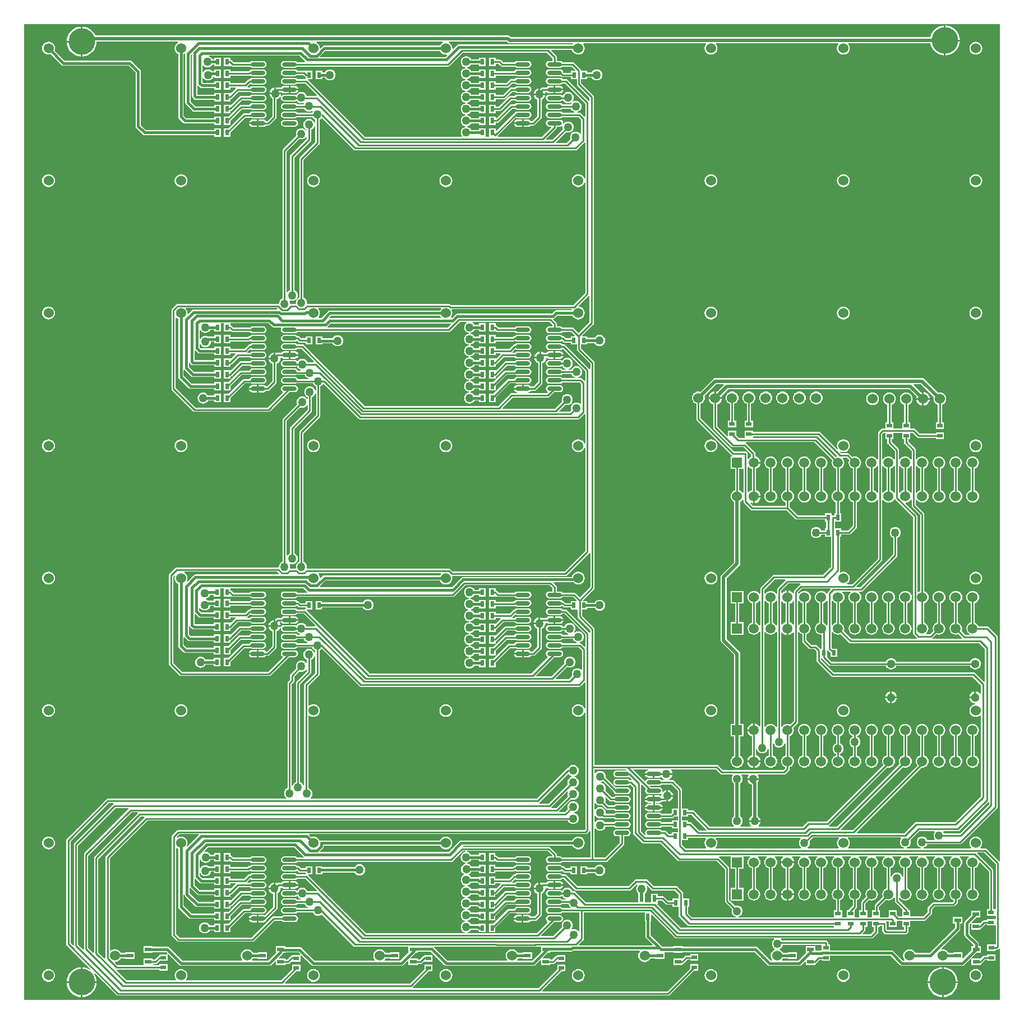
<source format=gtl>
G04 Layer_Physical_Order=1*
G04 Layer_Color=255*
%FSLAX25Y25*%
%MOIN*%
G70*
G01*
G75*
%ADD10O,0.08661X0.02362*%
%ADD11R,0.03347X0.02362*%
%ADD12R,0.02362X0.03347*%
%ADD13R,0.03937X0.02362*%
%ADD14R,0.02362X0.03937*%
%ADD15C,0.01500*%
%ADD16C,0.01000*%
%ADD17C,0.02000*%
%ADD18C,0.06000*%
%ADD19R,0.06000X0.06000*%
%ADD20R,0.05906X0.05906*%
%ADD21C,0.05906*%
%ADD22C,0.15748*%
%ADD23C,0.05118*%
%ADD24C,0.05000*%
G36*
X527039Y338579D02*
X528187D01*
Y336500D01*
X528287Y335998D01*
X528572Y335572D01*
X532687Y331456D01*
Y326619D01*
X532636Y326591D01*
X532187Y326490D01*
X531668Y327168D01*
X530886Y327767D01*
X529976Y328144D01*
X529000Y328272D01*
X528024Y328144D01*
X527114Y327767D01*
X526333Y327168D01*
X525813Y326490D01*
X525364Y326591D01*
X525313Y326619D01*
Y332000D01*
X525213Y332502D01*
X524928Y332928D01*
X520813Y337044D01*
Y338579D01*
X521961D01*
Y342187D01*
X527039D01*
Y338579D01*
D02*
G37*
G36*
X517039D02*
X518187D01*
Y336500D01*
X518287Y335998D01*
X518572Y335572D01*
X522687Y331456D01*
Y326619D01*
X522636Y326591D01*
X522187Y326490D01*
X521667Y327168D01*
X520886Y327767D01*
X519976Y328144D01*
X519000Y328272D01*
X518024Y328144D01*
X517114Y327767D01*
X516332Y327168D01*
X515813Y326490D01*
X515364Y326591D01*
X515313Y326619D01*
Y341456D01*
X516044Y342187D01*
X517039D01*
Y338579D01*
D02*
G37*
G36*
X436181Y321681D02*
X437007Y321047D01*
X437687Y320765D01*
Y308286D01*
X436983Y307994D01*
X436147Y307353D01*
X435813Y306917D01*
X435313Y307087D01*
Y321991D01*
X435813Y322161D01*
X436181Y321681D01*
D02*
G37*
G36*
X488486Y328657D02*
X488326Y328184D01*
X488024Y328144D01*
X487450Y327906D01*
X476428Y338928D01*
X476002Y339213D01*
X475500Y339313D01*
X438850D01*
X438461Y339579D01*
Y340235D01*
X476909D01*
X488486Y328657D01*
D02*
G37*
G36*
X419072Y139572D02*
X419498Y139287D01*
X420000Y139187D01*
X426325D01*
X426535Y138687D01*
X426128Y138158D01*
X425797Y137358D01*
X425684Y136500D01*
X425797Y135642D01*
X426128Y134842D01*
X426655Y134155D01*
X427178Y133755D01*
Y114245D01*
X426655Y113845D01*
X426128Y113158D01*
X425797Y112358D01*
X425684Y111500D01*
X425797Y110642D01*
X426128Y109842D01*
X426655Y109155D01*
X427102Y108813D01*
X426932Y108313D01*
X412544D01*
X403428Y117428D01*
X403002Y117713D01*
X402500Y117813D01*
X399921D01*
Y118961D01*
X396313D01*
Y130000D01*
X396213Y130502D01*
X395928Y130928D01*
X391428Y135428D01*
X391002Y135713D01*
X390500Y135813D01*
X388550D01*
X388451Y136313D01*
X388765Y136443D01*
X389496Y137004D01*
X390057Y137735D01*
X390410Y138586D01*
X390464Y139000D01*
X387000D01*
Y140000D01*
X390464D01*
X390410Y140414D01*
X390057Y141265D01*
X389733Y141687D01*
X389980Y142187D01*
X416456D01*
X419072Y139572D01*
D02*
G37*
G36*
X328563Y128999D02*
X328297Y128358D01*
X328184Y127500D01*
X328297Y126642D01*
X328440Y126297D01*
X321456Y119313D01*
X318876D01*
X318669Y119813D01*
X328139Y129283D01*
X328563Y128999D01*
D02*
G37*
G36*
X328890Y139502D02*
X329155Y139155D01*
X329842Y138628D01*
X330642Y138297D01*
X330984Y138252D01*
Y137748D01*
X330642Y137703D01*
X329842Y137372D01*
X329155Y136845D01*
X328628Y136158D01*
X328297Y135358D01*
X328184Y134500D01*
X328297Y133642D01*
X328440Y133297D01*
X316956Y121813D01*
X311345D01*
X311036Y122276D01*
X311040Y122313D01*
X311428Y122572D01*
X328391Y139534D01*
X328890Y139502D01*
D02*
G37*
G36*
X536333Y321832D02*
X537114Y321233D01*
X537687Y320995D01*
Y308056D01*
X537090Y307808D01*
X536299Y307201D01*
X535813Y306568D01*
X535313Y306737D01*
Y322381D01*
X535364Y322409D01*
X535813Y322510D01*
X536333Y321832D01*
D02*
G37*
G36*
X526333D02*
X527114Y321233D01*
X527687Y320995D01*
Y308056D01*
X527090Y307808D01*
X526299Y307201D01*
X525813Y306568D01*
X525313Y306737D01*
Y322381D01*
X525364Y322409D01*
X525813Y322510D01*
X526333Y321832D01*
D02*
G37*
G36*
X516332D02*
X517114Y321233D01*
X517687Y320995D01*
Y308056D01*
X517090Y307808D01*
X516299Y307201D01*
X515813Y306568D01*
X515313Y306737D01*
Y322381D01*
X515364Y322409D01*
X515813Y322510D01*
X516332Y321832D01*
D02*
G37*
G36*
X432687Y306737D02*
X432187Y306568D01*
X431701Y307201D01*
X430910Y307808D01*
X430313Y308056D01*
Y320760D01*
X432687D01*
Y306737D01*
D02*
G37*
G36*
X532636Y322409D02*
X532687Y322381D01*
Y306737D01*
X532187Y306568D01*
X531701Y307201D01*
X530910Y307808D01*
X530313Y308056D01*
Y320995D01*
X530886Y321233D01*
X531668Y321832D01*
X532187Y322510D01*
X532636Y322409D01*
D02*
G37*
G36*
X522636D02*
X522687Y322381D01*
Y306737D01*
X522187Y306568D01*
X521701Y307201D01*
X520910Y307808D01*
X520313Y308056D01*
Y320995D01*
X520886Y321233D01*
X521667Y321832D01*
X522187Y322510D01*
X522636Y322409D01*
D02*
G37*
G36*
X512636D02*
X512687Y322381D01*
Y306737D01*
X512187Y306568D01*
X511701Y307201D01*
X510910Y307808D01*
X510313Y308056D01*
Y320995D01*
X510886Y321233D01*
X511667Y321832D01*
X512187Y322510D01*
X512636Y322409D01*
D02*
G37*
G36*
X203851Y350710D02*
X204277Y350425D01*
X204779Y350325D01*
X334638D01*
X335140Y350425D01*
X335566Y350710D01*
X338187Y353331D01*
X338687Y353124D01*
Y336091D01*
X338187Y335992D01*
X337954Y336556D01*
X337347Y337347D01*
X336556Y337954D01*
X335634Y338336D01*
X334646Y338466D01*
X333657Y338336D01*
X332736Y337954D01*
X331944Y337347D01*
X331337Y336556D01*
X330956Y335634D01*
X330826Y334646D01*
X330956Y333657D01*
X331337Y332736D01*
X331944Y331944D01*
X332736Y331337D01*
X333657Y330956D01*
X334646Y330826D01*
X335634Y330956D01*
X336556Y331337D01*
X337347Y331944D01*
X337954Y332736D01*
X338187Y333299D01*
X338687Y333200D01*
Y272044D01*
X326456Y259813D01*
X259918D01*
X258610Y261121D01*
X258184Y261406D01*
X257681Y261506D01*
X173658D01*
X173251Y262005D01*
X173316Y262500D01*
X173203Y263358D01*
X172871Y264158D01*
X172345Y264845D01*
X171658Y265371D01*
X171313Y265515D01*
Y341956D01*
X180928Y351572D01*
X181213Y351998D01*
X181313Y352500D01*
Y369985D01*
X181658Y370128D01*
X182345Y370655D01*
X182715Y371138D01*
X183322Y371238D01*
X203851Y350710D01*
D02*
G37*
G36*
X341687Y105155D02*
Y89813D01*
X325038D01*
X324967Y89919D01*
X324315Y90354D01*
X323547Y90507D01*
X321710D01*
Y91602D01*
X321610Y92105D01*
X321326Y92531D01*
X317928Y95928D01*
X317502Y96213D01*
X317000Y96313D01*
X266289D01*
X266022Y96813D01*
X266052Y96858D01*
X331195D01*
X331337Y96515D01*
X331944Y95724D01*
X332736Y95117D01*
X333657Y94735D01*
X334646Y94605D01*
X335634Y94735D01*
X336556Y95117D01*
X337347Y95724D01*
X337954Y96515D01*
X338336Y97436D01*
X338466Y98425D01*
X338336Y99414D01*
X337954Y100335D01*
X337347Y101126D01*
X336556Y101734D01*
X335634Y102115D01*
X334646Y102245D01*
X333657Y102115D01*
X332736Y101734D01*
X331944Y101126D01*
X331337Y100335D01*
X331195Y99993D01*
X264925D01*
X264325Y99873D01*
X263817Y99534D01*
X257451Y93168D01*
X181195D01*
X181004Y93630D01*
X182811Y95437D01*
X183151Y95946D01*
X183270Y96546D01*
Y96858D01*
X252455D01*
X252597Y96515D01*
X253204Y95724D01*
X253995Y95117D01*
X254917Y94735D01*
X255906Y94605D01*
X256894Y94735D01*
X257816Y95117D01*
X258607Y95724D01*
X259214Y96515D01*
X259595Y97436D01*
X259726Y98425D01*
X259595Y99414D01*
X259214Y100335D01*
X258607Y101126D01*
X257816Y101734D01*
X256894Y102115D01*
X255906Y102245D01*
X254917Y102115D01*
X253995Y101734D01*
X253204Y101126D01*
X252597Y100335D01*
X252455Y99993D01*
X181703D01*
X181103Y99873D01*
X181088Y99863D01*
X180609Y100008D01*
X180474Y100335D01*
X179867Y101126D01*
X179075Y101734D01*
X178154Y102115D01*
X177165Y102245D01*
X176177Y102115D01*
X175834Y101973D01*
X174620Y103187D01*
X174827Y103687D01*
X339000D01*
X339502Y103787D01*
X339928Y104072D01*
X340928Y105072D01*
X341187Y105460D01*
X341224Y105464D01*
X341687Y105155D01*
D02*
G37*
G36*
X410511Y100900D02*
X410077Y100335D01*
X409696Y99414D01*
X409566Y98425D01*
X409696Y97436D01*
X410077Y96515D01*
X410617Y95813D01*
X410473Y95313D01*
X398544D01*
X396313Y97544D01*
Y100039D01*
X399921D01*
Y101400D01*
X410264D01*
X410511Y100900D01*
D02*
G37*
G36*
X466727D02*
X466655Y100845D01*
X466128Y100158D01*
X465797Y99358D01*
X465684Y98500D01*
X465797Y97642D01*
X466128Y96842D01*
X466655Y96155D01*
X467102Y95813D01*
X466932Y95313D01*
X416298D01*
X416155Y95813D01*
X416694Y96515D01*
X417076Y97436D01*
X417206Y98425D01*
X417076Y99414D01*
X416694Y100335D01*
X416261Y100900D01*
X416507Y101400D01*
X466558D01*
X466727Y100900D01*
D02*
G37*
G36*
X526681Y89994D02*
X526299Y89701D01*
X525692Y88910D01*
X525310Y87989D01*
X525180Y87000D01*
X525310Y86011D01*
X525692Y85090D01*
X526299Y84299D01*
X527090Y83692D01*
X527687Y83444D01*
Y78443D01*
X527203Y78358D01*
X526871Y79158D01*
X526345Y79845D01*
X525658Y80371D01*
X524858Y80703D01*
X524000Y80816D01*
X523142Y80703D01*
X522342Y80371D01*
X521655Y79845D01*
X521129Y79158D01*
X520797Y78358D01*
X520313Y78443D01*
Y83444D01*
X520910Y83692D01*
X521701Y84299D01*
X522308Y85090D01*
X522690Y86011D01*
X522820Y87000D01*
X522690Y87989D01*
X522308Y88910D01*
X521701Y89701D01*
X521319Y89994D01*
X521489Y90494D01*
X526511D01*
X526681Y89994D01*
D02*
G37*
G36*
X522636Y65909D02*
X522687Y65881D01*
Y64000D01*
X522787Y63498D01*
X523072Y63072D01*
X527260Y58883D01*
X527069Y58421D01*
X527039D01*
Y54813D01*
X524997D01*
X523961Y55848D01*
Y58421D01*
X519039D01*
Y54484D01*
X518604Y54328D01*
X514396D01*
X513961Y54484D01*
Y58421D01*
X513313D01*
Y60456D01*
X517450Y64594D01*
X518024Y64356D01*
X519000Y64228D01*
X519976Y64356D01*
X520886Y64733D01*
X521667Y65333D01*
X522187Y66010D01*
X522636Y65909D01*
D02*
G37*
G36*
X556681Y89994D02*
X556299Y89701D01*
X555692Y88910D01*
X555310Y87989D01*
X555180Y87000D01*
X555310Y86011D01*
X555692Y85090D01*
X556299Y84299D01*
X557090Y83692D01*
X557687Y83444D01*
Y71505D01*
X557114Y71267D01*
X556332Y70667D01*
X555733Y69886D01*
X555356Y68976D01*
X555228Y68000D01*
X555356Y67024D01*
X555733Y66114D01*
X556332Y65333D01*
X557114Y64733D01*
X557629Y64520D01*
X557677Y64034D01*
X556956Y63313D01*
X546000D01*
X545498Y63213D01*
X545072Y62928D01*
X542572Y60428D01*
X542287Y60002D01*
X542187Y59500D01*
Y57497D01*
X539503Y54813D01*
X531961D01*
Y58421D01*
X530813D01*
Y58500D01*
X530713Y59002D01*
X530428Y59428D01*
X525313Y64544D01*
Y65881D01*
X525364Y65909D01*
X525813Y66010D01*
X526333Y65333D01*
X527114Y64733D01*
X528024Y64356D01*
X529000Y64228D01*
X529976Y64356D01*
X530886Y64733D01*
X531668Y65333D01*
X532267Y66114D01*
X532644Y67024D01*
X532772Y68000D01*
X532644Y68976D01*
X532267Y69886D01*
X531668Y70667D01*
X530886Y71267D01*
X530313Y71505D01*
Y83444D01*
X530910Y83692D01*
X531701Y84299D01*
X532308Y85090D01*
X532690Y86011D01*
X532820Y87000D01*
X532690Y87989D01*
X532308Y88910D01*
X531701Y89701D01*
X531319Y89994D01*
X531489Y90494D01*
X536511D01*
X536681Y89994D01*
X536299Y89701D01*
X535692Y88910D01*
X535310Y87989D01*
X535180Y87000D01*
X535310Y86011D01*
X535692Y85090D01*
X536299Y84299D01*
X537090Y83692D01*
X537687Y83444D01*
Y71505D01*
X537114Y71267D01*
X536333Y70667D01*
X535733Y69886D01*
X535356Y68976D01*
X535228Y68000D01*
X535356Y67024D01*
X535733Y66114D01*
X536333Y65333D01*
X537114Y64733D01*
X538024Y64356D01*
X539000Y64228D01*
X539976Y64356D01*
X540886Y64733D01*
X541668Y65333D01*
X542267Y66114D01*
X542644Y67024D01*
X542772Y68000D01*
X542644Y68976D01*
X542267Y69886D01*
X541668Y70667D01*
X540886Y71267D01*
X540313Y71505D01*
Y83444D01*
X540910Y83692D01*
X541701Y84299D01*
X542308Y85090D01*
X542690Y86011D01*
X542820Y87000D01*
X542690Y87989D01*
X542308Y88910D01*
X541701Y89701D01*
X541319Y89994D01*
X541489Y90494D01*
X546511D01*
X546681Y89994D01*
X546299Y89701D01*
X545692Y88910D01*
X545310Y87989D01*
X545180Y87000D01*
X545310Y86011D01*
X545692Y85090D01*
X546299Y84299D01*
X547090Y83692D01*
X547687Y83444D01*
Y71505D01*
X547114Y71267D01*
X546333Y70667D01*
X545733Y69886D01*
X545356Y68976D01*
X545228Y68000D01*
X545356Y67024D01*
X545733Y66114D01*
X546333Y65333D01*
X547114Y64733D01*
X548024Y64356D01*
X549000Y64228D01*
X549976Y64356D01*
X550886Y64733D01*
X551667Y65333D01*
X552267Y66114D01*
X552644Y67024D01*
X552772Y68000D01*
X552644Y68976D01*
X552267Y69886D01*
X551667Y70667D01*
X550886Y71267D01*
X550313Y71505D01*
Y83444D01*
X550910Y83692D01*
X551701Y84299D01*
X552308Y85090D01*
X552690Y86011D01*
X552820Y87000D01*
X552690Y87989D01*
X552308Y88910D01*
X551701Y89701D01*
X551319Y89994D01*
X551489Y90494D01*
X556511D01*
X556681Y89994D01*
D02*
G37*
G36*
X378072Y70572D02*
X378498Y70287D01*
X379000Y70187D01*
X391956D01*
X394187Y67956D01*
Y65461D01*
X390579D01*
Y64313D01*
X387957D01*
X385928Y66342D01*
X385502Y66626D01*
X385000Y66726D01*
X381709D01*
Y68169D01*
X377772D01*
Y63313D01*
X374228D01*
Y68169D01*
X374228D01*
X374264Y68654D01*
X374604Y68915D01*
X375131Y69602D01*
X375463Y70402D01*
X375576Y71260D01*
X375463Y72118D01*
X375211Y72726D01*
X375635Y73009D01*
X378072Y70572D01*
D02*
G37*
G36*
X173687Y358432D02*
Y356044D01*
X163572Y345928D01*
X163287Y345502D01*
X163187Y345000D01*
Y270515D01*
X162842Y270372D01*
X162155Y269845D01*
X161813Y269398D01*
X161313Y269568D01*
Y349456D01*
X169297Y357440D01*
X169642Y357297D01*
X170500Y357184D01*
X171358Y357297D01*
X172158Y357628D01*
X172845Y358155D01*
X173187Y358602D01*
X173687Y358432D01*
D02*
G37*
G36*
X578687Y122624D02*
Y121544D01*
X561456Y104313D01*
X552014D01*
X551871Y104658D01*
X551628Y104975D01*
X551875Y105475D01*
X560287D01*
X560790Y105575D01*
X561216Y105859D01*
X578187Y122831D01*
X578687Y122624D01*
D02*
G37*
G36*
X410831Y106313D02*
X410624Y105813D01*
X406544D01*
X401928Y110428D01*
X401502Y110713D01*
X401000Y110813D01*
X399921D01*
Y111961D01*
X396313D01*
Y114039D01*
X399921D01*
Y115187D01*
X401956D01*
X410831Y106313D01*
D02*
G37*
G36*
X546372Y104975D02*
X546129Y104658D01*
X545797Y103858D01*
X545684Y103000D01*
X545797Y102142D01*
X546129Y101342D01*
X546535Y100813D01*
X546325Y100313D01*
X542015D01*
X541872Y100658D01*
X541345Y101345D01*
X540658Y101872D01*
X539858Y102203D01*
X539000Y102316D01*
X538142Y102203D01*
X537342Y101872D01*
X536655Y101345D01*
X536129Y100658D01*
X535797Y99858D01*
X535684Y99000D01*
X535797Y98142D01*
X536129Y97342D01*
X536655Y96655D01*
X537342Y96128D01*
X538142Y95797D01*
X538057Y95313D01*
X529943D01*
X529858Y95797D01*
X530658Y96128D01*
X531345Y96655D01*
X531872Y97342D01*
X532203Y98142D01*
X532316Y99000D01*
X532203Y99858D01*
X532060Y100203D01*
X537331Y105475D01*
X546125D01*
X546372Y104975D01*
D02*
G37*
G36*
X489539Y101214D02*
X489425Y101126D01*
X488818Y100335D01*
X488436Y99414D01*
X488306Y98425D01*
X488436Y97436D01*
X488818Y96515D01*
X489357Y95813D01*
X489213Y95313D01*
X471068D01*
X470898Y95813D01*
X471345Y96155D01*
X471872Y96842D01*
X472203Y97642D01*
X472316Y98500D01*
X472203Y99358D01*
X472060Y99703D01*
X474044Y101687D01*
X489378D01*
X489539Y101214D01*
D02*
G37*
G36*
X526535Y101187D02*
X526128Y100658D01*
X525797Y99858D01*
X525684Y99000D01*
X525797Y98142D01*
X526128Y97342D01*
X526655Y96655D01*
X527342Y96128D01*
X528142Y95797D01*
X528057Y95313D01*
X495039D01*
X494895Y95813D01*
X495434Y96515D01*
X495816Y97436D01*
X495946Y98425D01*
X495816Y99414D01*
X495434Y100335D01*
X494827Y101126D01*
X494713Y101214D01*
X494874Y101687D01*
X526325D01*
X526535Y101187D01*
D02*
G37*
G36*
X108971Y103187D02*
X102258Y96475D01*
X101834Y96758D01*
X102115Y97436D01*
X102245Y98425D01*
X102115Y99414D01*
X101734Y100335D01*
X101126Y101126D01*
X100335Y101734D01*
X99414Y102115D01*
X98425Y102245D01*
X97436Y102115D01*
X96515Y101734D01*
X96353Y101609D01*
X95811Y101823D01*
X95792Y101936D01*
X97544Y103687D01*
X108764D01*
X108971Y103187D01*
D02*
G37*
G36*
X452687Y242263D02*
Y228119D01*
X452636Y228091D01*
X452187Y227990D01*
X451667Y228667D01*
X450886Y229267D01*
X450313Y229505D01*
Y240944D01*
X450910Y241192D01*
X451701Y241799D01*
X452187Y242432D01*
X452687Y242263D01*
D02*
G37*
G36*
X442687D02*
Y228119D01*
X442636Y228091D01*
X442187Y227990D01*
X441668Y228667D01*
X440886Y229267D01*
X440313Y229505D01*
Y240944D01*
X440910Y241192D01*
X441701Y241799D01*
X442187Y242432D01*
X442687Y242263D01*
D02*
G37*
G36*
X486299Y241799D02*
X487090Y241192D01*
X487687Y240944D01*
Y229505D01*
X487114Y229267D01*
X486333Y228667D01*
X485813Y227990D01*
X485364Y228091D01*
X485313Y228119D01*
Y242263D01*
X485813Y242432D01*
X486299Y241799D01*
D02*
G37*
G36*
X482687Y242263D02*
Y228119D01*
X482636Y228091D01*
X482187Y227990D01*
X481668Y228667D01*
X480886Y229267D01*
X480313Y229505D01*
Y240944D01*
X480910Y241192D01*
X481701Y241799D01*
X482187Y242432D01*
X482687Y242263D01*
D02*
G37*
G36*
X446333Y223333D02*
X447114Y222733D01*
X448024Y222356D01*
X449000Y222228D01*
X449976Y222356D01*
X450886Y222733D01*
X451667Y223333D01*
X452187Y224010D01*
X452636Y223909D01*
X452687Y223881D01*
Y167619D01*
X452636Y167591D01*
X452187Y167490D01*
X451667Y168167D01*
X450886Y168767D01*
X449976Y169144D01*
X449000Y169272D01*
X448024Y169144D01*
X447114Y168767D01*
X446333Y168167D01*
X445813Y167490D01*
X445364Y167591D01*
X445313Y167619D01*
Y223881D01*
X445364Y223909D01*
X445813Y224010D01*
X446333Y223333D01*
D02*
G37*
G36*
X462687Y241913D02*
Y228509D01*
X462187Y228339D01*
X461819Y228819D01*
X460993Y229453D01*
X460313Y229735D01*
Y240714D01*
X461017Y241006D01*
X461853Y241647D01*
X462187Y242083D01*
X462687Y241913D01*
D02*
G37*
G36*
X456147Y241647D02*
X456983Y241006D01*
X457687Y240714D01*
Y229735D01*
X457007Y229453D01*
X456181Y228819D01*
X455813Y228339D01*
X455313Y228509D01*
Y241913D01*
X455813Y242083D01*
X456147Y241647D01*
D02*
G37*
G36*
X466332Y223333D02*
X467114Y222733D01*
X467687Y222495D01*
Y218500D01*
X467787Y217998D01*
X468072Y217572D01*
X471572Y214072D01*
X471998Y213787D01*
X472500Y213687D01*
X474956D01*
X476187Y212456D01*
Y207000D01*
X476287Y206498D01*
X476572Y206072D01*
X485072Y197572D01*
X485498Y197287D01*
X486000Y197187D01*
X568956D01*
X573841Y192303D01*
Y187314D01*
X573341Y187144D01*
X573038Y187538D01*
X572295Y188109D01*
X571429Y188467D01*
X571000Y188524D01*
Y185000D01*
X570500D01*
Y184500D01*
X566976D01*
X567033Y184071D01*
X567391Y183205D01*
X567962Y182462D01*
X568705Y181891D01*
X569571Y181533D01*
X570381Y181426D01*
Y180922D01*
X569877Y180855D01*
X568956Y180474D01*
X568165Y179867D01*
X567558Y179075D01*
X567176Y178154D01*
X567046Y177165D01*
X567176Y176177D01*
X567558Y175255D01*
X568165Y174464D01*
X568956Y173857D01*
X569877Y173475D01*
X570866Y173345D01*
X571855Y173475D01*
X572776Y173857D01*
X573341Y174290D01*
X573841Y174044D01*
Y126197D01*
X558456Y110813D01*
X535500D01*
X534998Y110713D01*
X534572Y110428D01*
X528456Y104313D01*
X500322D01*
X500131Y104775D01*
X538590Y143234D01*
X539000Y143180D01*
X539989Y143310D01*
X540910Y143692D01*
X541701Y144299D01*
X542308Y145090D01*
X542690Y146011D01*
X542820Y147000D01*
X542690Y147989D01*
X542308Y148910D01*
X541701Y149701D01*
X540910Y150308D01*
X540313Y150556D01*
Y161995D01*
X540886Y162233D01*
X541668Y162832D01*
X542267Y163614D01*
X542644Y164524D01*
X542772Y165500D01*
X542644Y166476D01*
X542267Y167386D01*
X541668Y168167D01*
X540886Y168767D01*
X539976Y169144D01*
X539000Y169272D01*
X538024Y169144D01*
X537114Y168767D01*
X536333Y168167D01*
X535733Y167386D01*
X535356Y166476D01*
X535228Y165500D01*
X535356Y164524D01*
X535733Y163614D01*
X536333Y162832D01*
X537114Y162233D01*
X537687Y161995D01*
Y150556D01*
X537090Y150308D01*
X536299Y149701D01*
X535692Y148910D01*
X535310Y147989D01*
X535180Y147000D01*
X535310Y146011D01*
X535692Y145090D01*
X536144Y144500D01*
X497744Y106100D01*
X490610D01*
X490418Y106562D01*
X527414Y143558D01*
X528011Y143310D01*
X529000Y143180D01*
X529989Y143310D01*
X530910Y143692D01*
X531701Y144299D01*
X532308Y145090D01*
X532690Y146011D01*
X532820Y147000D01*
X532690Y147989D01*
X532308Y148910D01*
X531701Y149701D01*
X530910Y150308D01*
X530313Y150556D01*
Y161995D01*
X530886Y162233D01*
X531668Y162832D01*
X532267Y163614D01*
X532644Y164524D01*
X532772Y165500D01*
X532644Y166476D01*
X532267Y167386D01*
X531668Y168167D01*
X530886Y168767D01*
X529976Y169144D01*
X529000Y169272D01*
X528024Y169144D01*
X527114Y168767D01*
X526333Y168167D01*
X525733Y167386D01*
X525356Y166476D01*
X525228Y165500D01*
X525356Y164524D01*
X525733Y163614D01*
X526333Y162832D01*
X527114Y162233D01*
X527687Y161995D01*
Y150556D01*
X527090Y150308D01*
X526299Y149701D01*
X525692Y148910D01*
X525310Y147989D01*
X525180Y147000D01*
X525310Y146011D01*
X525558Y145414D01*
X488456Y108313D01*
X483845D01*
X483536Y108776D01*
X483540Y108813D01*
X483928Y109072D01*
X518148Y143292D01*
X519000Y143180D01*
X519989Y143310D01*
X520910Y143692D01*
X521701Y144299D01*
X522308Y145090D01*
X522690Y146011D01*
X522820Y147000D01*
X522690Y147989D01*
X522308Y148910D01*
X521701Y149701D01*
X520910Y150308D01*
X520313Y150556D01*
Y161995D01*
X520886Y162233D01*
X521667Y162832D01*
X522267Y163614D01*
X522644Y164524D01*
X522772Y165500D01*
X522644Y166476D01*
X522267Y167386D01*
X521667Y168167D01*
X520886Y168767D01*
X519976Y169144D01*
X519000Y169272D01*
X518024Y169144D01*
X517114Y168767D01*
X516332Y168167D01*
X515733Y167386D01*
X515356Y166476D01*
X515228Y165500D01*
X515356Y164524D01*
X515733Y163614D01*
X516332Y162832D01*
X517114Y162233D01*
X517687Y161995D01*
Y150556D01*
X517090Y150308D01*
X516299Y149701D01*
X515692Y148910D01*
X515310Y147989D01*
X515180Y147000D01*
X515310Y146011D01*
X515692Y145090D01*
X515927Y144783D01*
X482456Y111313D01*
X471500D01*
X470998Y111213D01*
X470572Y110928D01*
X467956Y108313D01*
X441917D01*
X441747Y108813D01*
X441996Y109004D01*
X442557Y109735D01*
X442910Y110586D01*
X442964Y111000D01*
X436036D01*
X436090Y110586D01*
X436443Y109735D01*
X437004Y109004D01*
X437253Y108813D01*
X437083Y108313D01*
X431068D01*
X430898Y108813D01*
X431345Y109155D01*
X431872Y109842D01*
X432203Y110642D01*
X432316Y111500D01*
X432203Y112358D01*
X431872Y113158D01*
X431345Y113845D01*
X430822Y114245D01*
Y133755D01*
X431345Y134155D01*
X431872Y134842D01*
X432203Y135642D01*
X432316Y136500D01*
X432203Y137358D01*
X431872Y138158D01*
X431465Y138687D01*
X431675Y139187D01*
X435520D01*
X435767Y138687D01*
X435443Y138265D01*
X435090Y137414D01*
X435036Y137000D01*
X441964D01*
X441910Y137414D01*
X441557Y138265D01*
X441233Y138687D01*
X441480Y139187D01*
X457000D01*
X457502Y139287D01*
X457928Y139572D01*
X459928Y141572D01*
X460213Y141998D01*
X460313Y142500D01*
Y143444D01*
X460910Y143692D01*
X461701Y144299D01*
X462308Y145090D01*
X462690Y146011D01*
X462820Y147000D01*
X462690Y147989D01*
X462308Y148910D01*
X461701Y149701D01*
X460910Y150308D01*
X460313Y150556D01*
Y161995D01*
X460886Y162233D01*
X461667Y162832D01*
X462267Y163614D01*
X462644Y164524D01*
X462772Y165500D01*
X462644Y166476D01*
X462406Y167050D01*
X464928Y169572D01*
X465213Y169998D01*
X465313Y170500D01*
Y223881D01*
X465364Y223909D01*
X465813Y224010D01*
X466332Y223333D01*
D02*
G37*
G36*
X173187Y201432D02*
Y200544D01*
X167072Y194428D01*
X166787Y194002D01*
X166687Y193500D01*
Y134515D01*
X166342Y134371D01*
X165655Y133845D01*
X165129Y133158D01*
X164797Y132358D01*
X164313Y132443D01*
Y192956D01*
X165428Y194072D01*
X165713Y194498D01*
X165813Y195000D01*
Y197456D01*
X168797Y200440D01*
X169142Y200297D01*
X170000Y200184D01*
X170858Y200297D01*
X171658Y200628D01*
X172345Y201155D01*
X172687Y201602D01*
X173187Y201432D01*
D02*
G37*
G36*
X486333Y223333D02*
X487114Y222733D01*
X488024Y222356D01*
X489000Y222228D01*
X489976Y222356D01*
X490550Y222594D01*
X495572Y217572D01*
X495998Y217287D01*
X496500Y217187D01*
X572956D01*
X576187Y213956D01*
Y194376D01*
X575687Y194169D01*
X570428Y199428D01*
X570002Y199713D01*
X569500Y199813D01*
X486544D01*
X478813Y207544D01*
Y208155D01*
X479277Y208464D01*
X479313Y208460D01*
X479572Y208072D01*
X483572Y204072D01*
X483998Y203787D01*
X484500Y203687D01*
X517421D01*
X517577Y203312D01*
X518113Y202613D01*
X518812Y202077D01*
X519626Y201740D01*
X520500Y201625D01*
X521374Y201740D01*
X522188Y202077D01*
X522887Y202613D01*
X523423Y203312D01*
X523579Y203687D01*
X567421D01*
X567577Y203312D01*
X568113Y202613D01*
X568812Y202077D01*
X569626Y201740D01*
X570500Y201625D01*
X571374Y201740D01*
X572188Y202077D01*
X572887Y202613D01*
X573423Y203312D01*
X573760Y204126D01*
X573875Y205000D01*
X573760Y205874D01*
X573423Y206688D01*
X572887Y207387D01*
X572188Y207923D01*
X571374Y208260D01*
X570500Y208375D01*
X569626Y208260D01*
X568812Y207923D01*
X568113Y207387D01*
X567577Y206688D01*
X567421Y206313D01*
X523579D01*
X523423Y206688D01*
X522887Y207387D01*
X522188Y207923D01*
X521374Y208260D01*
X520500Y208375D01*
X519626Y208260D01*
X518812Y207923D01*
X518113Y207387D01*
X517577Y206688D01*
X517421Y206313D01*
X485044D01*
X482711Y208646D01*
X482469Y209039D01*
X482469D01*
X482469Y209039D01*
Y212980D01*
X482969Y213132D01*
X483072Y212977D01*
X484437Y211612D01*
Y209039D01*
X488374D01*
Y213961D01*
X485801D01*
X485313Y214449D01*
Y223881D01*
X485364Y223909D01*
X485813Y224010D01*
X486333Y223333D01*
D02*
G37*
G36*
X459500Y222079D02*
X460032Y222149D01*
X460993Y222547D01*
X461819Y223181D01*
X462187Y223661D01*
X462687Y223491D01*
Y171044D01*
X460550Y168906D01*
X459976Y169144D01*
X459000Y169272D01*
X458024Y169144D01*
X457114Y168767D01*
X456332Y168167D01*
X455813Y167490D01*
X455364Y167591D01*
X455313Y167619D01*
Y223491D01*
X455813Y223661D01*
X456181Y223181D01*
X457007Y222547D01*
X457968Y222149D01*
X458500Y222079D01*
Y226000D01*
X459500D01*
Y222079D01*
D02*
G37*
G36*
X466299Y241799D02*
X467090Y241192D01*
X467687Y240944D01*
Y229505D01*
X467114Y229267D01*
X466332Y228667D01*
X465813Y227990D01*
X465364Y228091D01*
X465313Y228119D01*
Y242263D01*
X465813Y242432D01*
X466299Y241799D01*
D02*
G37*
G36*
X446299D02*
X447090Y241192D01*
X447687Y240944D01*
Y229505D01*
X447114Y229267D01*
X446333Y228667D01*
X445813Y227990D01*
X445364Y228091D01*
X445313Y228119D01*
Y242263D01*
X445813Y242432D01*
X446299Y241799D01*
D02*
G37*
G36*
X204351Y191710D02*
X204777Y191425D01*
X205279Y191325D01*
X335138D01*
X335640Y191425D01*
X336066Y191710D01*
X338225Y193869D01*
X338687Y193678D01*
Y178611D01*
X338187Y178512D01*
X337954Y179075D01*
X337347Y179867D01*
X336556Y180474D01*
X335634Y180855D01*
X334646Y180985D01*
X333657Y180855D01*
X332736Y180474D01*
X331944Y179867D01*
X331337Y179075D01*
X330956Y178154D01*
X330826Y177165D01*
X330956Y176177D01*
X331337Y175255D01*
X331944Y174464D01*
X332736Y173857D01*
X333657Y173475D01*
X334646Y173345D01*
X335634Y173475D01*
X336556Y173857D01*
X337347Y174464D01*
X337954Y175255D01*
X338187Y175819D01*
X338687Y175719D01*
Y106544D01*
X338456Y106313D01*
X97000D01*
X96498Y106213D01*
X96072Y105928D01*
X93210Y103066D01*
X92925Y102640D01*
X92825Y102138D01*
Y43862D01*
X92925Y43360D01*
X93210Y42934D01*
X96072Y40072D01*
X96498Y39787D01*
X97000Y39687D01*
X141000D01*
X141502Y39787D01*
X141928Y40072D01*
X154044Y52187D01*
X158309D01*
X158380Y52081D01*
X159031Y51646D01*
X159799Y51493D01*
X166098D01*
X166867Y51646D01*
X167518Y52081D01*
X167953Y52732D01*
X168105Y53500D01*
X167953Y54268D01*
X167518Y54919D01*
X166867Y55354D01*
X166098Y55507D01*
X159799D01*
X159031Y55354D01*
X158380Y54919D01*
X158309Y54813D01*
X153500D01*
X152998Y54713D01*
X152572Y54428D01*
X140456Y42313D01*
X97544D01*
X95450Y44406D01*
Y95304D01*
X95950Y95550D01*
X96515Y95117D01*
X96858Y94975D01*
Y60575D01*
X96977Y59975D01*
X97317Y59466D01*
X102955Y53829D01*
X103463Y53489D01*
X104063Y53369D01*
X118028D01*
Y52476D01*
X121965D01*
Y57398D01*
X118028D01*
Y56504D01*
X104712D01*
X99993Y61224D01*
Y67648D01*
X100493Y67697D01*
X100552Y67400D01*
X100892Y66892D01*
X106955Y60829D01*
X107463Y60489D01*
X108063Y60369D01*
X118028D01*
Y59476D01*
X121965D01*
Y64398D01*
X118028D01*
Y63504D01*
X108712D01*
X103568Y68649D01*
Y71509D01*
X104068Y71716D01*
X107892Y67892D01*
X108400Y67552D01*
X109000Y67432D01*
X118028D01*
Y66476D01*
X121965D01*
Y71398D01*
X118028D01*
Y70568D01*
X109649D01*
X106568Y73649D01*
Y77009D01*
X107068Y77216D01*
X109455Y74829D01*
X109963Y74489D01*
X110563Y74370D01*
X118028D01*
Y73476D01*
X121965D01*
Y78398D01*
X118028D01*
Y77504D01*
X111212D01*
X109567Y79149D01*
Y80390D01*
X110067Y80489D01*
X110128Y80342D01*
X110655Y79655D01*
X111342Y79128D01*
X112142Y78797D01*
X113000Y78684D01*
X113858Y78797D01*
X114658Y79128D01*
X115345Y79655D01*
X115872Y80342D01*
X116203Y81142D01*
X116233Y81370D01*
X118028D01*
Y80476D01*
X121965D01*
Y85398D01*
X118028D01*
Y84504D01*
X115136D01*
X114658Y84872D01*
X113858Y85203D01*
X113000Y85316D01*
X112142Y85203D01*
X111342Y84872D01*
X110655Y84345D01*
X110128Y83658D01*
X110067Y83511D01*
X109567Y83610D01*
Y88479D01*
X110067Y88578D01*
X110191Y88279D01*
X110718Y87592D01*
X111405Y87066D01*
X112205Y86734D01*
X113063Y86621D01*
X113921Y86734D01*
X114721Y87066D01*
X115408Y87592D01*
X115935Y88279D01*
X115972Y88370D01*
X118028D01*
Y87476D01*
X121965D01*
Y92398D01*
X118028D01*
Y91505D01*
X115972D01*
X115935Y91595D01*
X115408Y92282D01*
X114721Y92809D01*
X113921Y93140D01*
X113063Y93253D01*
X112618Y93194D01*
X112385Y93668D01*
X114649Y95933D01*
X165646D01*
X171087Y90492D01*
X171355Y90313D01*
X171203Y89813D01*
X167589D01*
X167518Y89919D01*
X166867Y90354D01*
X166098Y90507D01*
X159799D01*
X159031Y90354D01*
X158380Y89919D01*
X157945Y89268D01*
X157792Y88500D01*
X157945Y87732D01*
X158380Y87081D01*
X159031Y86646D01*
X159799Y86493D01*
X166098D01*
X166867Y86646D01*
X167518Y87081D01*
X167589Y87187D01*
X259000D01*
X259502Y87287D01*
X259928Y87572D01*
X266044Y93687D01*
X267407D01*
X267440Y93187D01*
X267079Y93140D01*
X266279Y92809D01*
X265592Y92282D01*
X265066Y91595D01*
X264734Y90795D01*
X264621Y89937D01*
X264734Y89079D01*
X265066Y88279D01*
X265592Y87592D01*
X266279Y87066D01*
X267079Y86734D01*
X267484Y86681D01*
Y86177D01*
X267205Y86140D01*
X266405Y85809D01*
X265718Y85282D01*
X265191Y84595D01*
X264860Y83795D01*
X264747Y82937D01*
X264860Y82079D01*
X265191Y81279D01*
X265718Y80592D01*
X266405Y80066D01*
X266558Y80002D01*
Y79461D01*
X266342Y79372D01*
X265655Y78845D01*
X265128Y78158D01*
X264797Y77358D01*
X264684Y76500D01*
X264797Y75642D01*
X265128Y74842D01*
X265655Y74155D01*
X266342Y73628D01*
X267142Y73297D01*
X267484Y73252D01*
Y72748D01*
X267142Y72703D01*
X266342Y72372D01*
X265655Y71845D01*
X265128Y71158D01*
X264797Y70358D01*
X264684Y69500D01*
X264797Y68642D01*
X265128Y67842D01*
X265655Y67155D01*
X266342Y66628D01*
X267142Y66297D01*
X267484Y66252D01*
Y65748D01*
X267142Y65703D01*
X266342Y65372D01*
X265655Y64845D01*
X265128Y64158D01*
X264797Y63358D01*
X264684Y62500D01*
X264797Y61642D01*
X265128Y60842D01*
X265655Y60155D01*
X266342Y59628D01*
X267142Y59297D01*
X267484Y59252D01*
Y58748D01*
X267142Y58703D01*
X266342Y58372D01*
X265655Y57845D01*
X265128Y57158D01*
X264797Y56358D01*
X264684Y55500D01*
X264797Y54642D01*
X265128Y53842D01*
X265655Y53155D01*
X266342Y52628D01*
X267142Y52297D01*
X267484Y52252D01*
Y51748D01*
X267142Y51703D01*
X266342Y51372D01*
X265655Y50845D01*
X265128Y50158D01*
X264797Y49358D01*
X264684Y48500D01*
X264797Y47642D01*
X265128Y46842D01*
X265655Y46155D01*
X266342Y45628D01*
X267142Y45297D01*
X267057Y44813D01*
X208544D01*
X174129Y79227D01*
X174337Y79727D01*
X176465D01*
Y84648D01*
X172528D01*
Y83500D01*
X169636D01*
X168708Y84428D01*
X168282Y84713D01*
X167780Y84813D01*
X167589D01*
X167518Y84919D01*
X166867Y85354D01*
X166098Y85507D01*
X159799D01*
X159031Y85354D01*
X158380Y84919D01*
X157945Y84268D01*
X157792Y83500D01*
X157945Y82732D01*
X158380Y82081D01*
X159031Y81646D01*
X159799Y81493D01*
X166098D01*
X166867Y81646D01*
X167413Y82011D01*
X168164Y81259D01*
X168590Y80975D01*
X169092Y80875D01*
X172528D01*
Y79813D01*
X167589D01*
X167518Y79919D01*
X166867Y80354D01*
X166098Y80507D01*
X159799D01*
X159031Y80354D01*
X158380Y79919D01*
X157945Y79268D01*
X157792Y78500D01*
X157945Y77732D01*
X158380Y77081D01*
X159031Y76646D01*
X159799Y76493D01*
X166098D01*
X166867Y76646D01*
X167518Y77081D01*
X167589Y77187D01*
X172456D01*
X179331Y70313D01*
X179124Y69813D01*
X173515D01*
X173372Y70158D01*
X172845Y70845D01*
X172158Y71372D01*
X171358Y71703D01*
X170500Y71816D01*
X169642Y71703D01*
X168842Y71372D01*
X168155Y70845D01*
X167752Y70318D01*
X167628Y70158D01*
X167103Y70196D01*
X166867Y70354D01*
X166098Y70507D01*
X159799D01*
X159031Y70354D01*
X158380Y69919D01*
X157945Y69268D01*
X157792Y68500D01*
X157945Y67732D01*
X158380Y67081D01*
X159031Y66646D01*
X159799Y66493D01*
X166098D01*
X166867Y66646D01*
X167103Y66804D01*
X167628Y66842D01*
X167752Y66682D01*
X168155Y66155D01*
X168842Y65628D01*
X169642Y65297D01*
X169557Y64813D01*
X167589D01*
X167518Y64919D01*
X166867Y65354D01*
X166098Y65507D01*
X159799D01*
X159031Y65354D01*
X158380Y64919D01*
X157945Y64268D01*
X157792Y63500D01*
X157945Y62732D01*
X158380Y62081D01*
X159031Y61646D01*
X159799Y61493D01*
X166098D01*
X166867Y61646D01*
X167518Y62081D01*
X167589Y62187D01*
X171985D01*
X172128Y61842D01*
X172655Y61155D01*
X173342Y60628D01*
X174142Y60297D01*
X174057Y59813D01*
X167589D01*
X167518Y59919D01*
X166867Y60354D01*
X166098Y60507D01*
X159799D01*
X159031Y60354D01*
X158380Y59919D01*
X157945Y59268D01*
X157792Y58500D01*
X157945Y57732D01*
X158380Y57081D01*
X159031Y56646D01*
X159799Y56493D01*
X166098D01*
X166867Y56646D01*
X167518Y57081D01*
X167589Y57187D01*
X176985D01*
X177129Y56842D01*
X177655Y56155D01*
X178342Y55629D01*
X179142Y55297D01*
X180000Y55184D01*
X180858Y55297D01*
X181658Y55629D01*
X182096Y55964D01*
X200851Y37210D01*
X201277Y36925D01*
X201779Y36825D01*
X233638D01*
Y33355D01*
X228809Y28526D01*
X219661D01*
X219414Y29026D01*
X219844Y29586D01*
X219987Y29932D01*
X222811D01*
Y29531D01*
X228323D01*
Y33468D01*
X222811D01*
Y33068D01*
X219984D01*
X219844Y33406D01*
X219237Y34197D01*
X218445Y34804D01*
X217524Y35186D01*
X216535Y35316D01*
X215547Y35186D01*
X214625Y34804D01*
X213834Y34197D01*
X213227Y33406D01*
X212845Y32485D01*
X212715Y31496D01*
X212845Y30507D01*
X213227Y29586D01*
X213657Y29026D01*
X213410Y28526D01*
X177691D01*
X170108Y36108D01*
X169600Y36448D01*
X169000Y36568D01*
X160409D01*
Y37209D01*
X154898D01*
Y33272D01*
X154898Y33272D01*
X154898D01*
X154659Y32876D01*
X150309Y28526D01*
X140921D01*
X140674Y29026D01*
X141104Y29586D01*
X141247Y29932D01*
X144071D01*
Y29531D01*
X149583D01*
Y33468D01*
X144071D01*
Y33068D01*
X141244D01*
X141104Y33406D01*
X140497Y34197D01*
X139705Y34804D01*
X138784Y35186D01*
X137795Y35316D01*
X136807Y35186D01*
X135885Y34804D01*
X135094Y34197D01*
X134487Y33406D01*
X134105Y32485D01*
X133975Y31496D01*
X134105Y30507D01*
X134487Y29586D01*
X134917Y29026D01*
X134670Y28526D01*
X99191D01*
X91368Y36349D01*
X90860Y36688D01*
X90260Y36808D01*
X81669D01*
Y37209D01*
X76157D01*
Y33272D01*
X81669D01*
Y33673D01*
X89611D01*
X90487Y32796D01*
X90269Y32307D01*
X85539D01*
Y31594D01*
X85325Y31551D01*
X84899Y31267D01*
X82704Y29072D01*
X81669D01*
Y29728D01*
X76157D01*
X76157Y25791D01*
X75676Y25746D01*
X60598D01*
X59159Y27185D01*
X59338Y27713D01*
X60044Y27806D01*
X60965Y28188D01*
X61756Y28795D01*
X62363Y29586D01*
X62507Y29932D01*
X65331D01*
Y29531D01*
X70842D01*
Y33468D01*
X65331D01*
Y33068D01*
X62504D01*
X62363Y33406D01*
X61756Y34197D01*
X60965Y34804D01*
X60044Y35186D01*
X59055Y35316D01*
X58066Y35186D01*
X57145Y34804D01*
X56580Y34371D01*
X56080Y34618D01*
Y89224D01*
X78544Y111687D01*
X328485D01*
X328628Y111342D01*
X329155Y110655D01*
X329842Y110128D01*
X330642Y109797D01*
X331500Y109684D01*
X332358Y109797D01*
X333158Y110128D01*
X333845Y110655D01*
X334371Y111342D01*
X334703Y112142D01*
X334816Y113000D01*
X334703Y113858D01*
X334371Y114658D01*
X333845Y115345D01*
X333158Y115872D01*
X332358Y116203D01*
X332016Y116248D01*
Y116752D01*
X332358Y116797D01*
X333158Y117129D01*
X333845Y117655D01*
X334371Y118342D01*
X334703Y119142D01*
X334816Y120000D01*
X334703Y120858D01*
X334371Y121658D01*
X333845Y122345D01*
X333158Y122871D01*
X332358Y123203D01*
X331500Y123316D01*
X330642Y123203D01*
X329842Y122871D01*
X329155Y122345D01*
X328628Y121658D01*
X328297Y120858D01*
X328184Y120000D01*
X328297Y119142D01*
X328440Y118797D01*
X326456Y116813D01*
X323376D01*
X323169Y117313D01*
X330296Y124440D01*
X330642Y124297D01*
X331500Y124184D01*
X332358Y124297D01*
X333158Y124628D01*
X333845Y125155D01*
X334371Y125842D01*
X334703Y126642D01*
X334816Y127500D01*
X334703Y128358D01*
X334371Y129158D01*
X333845Y129845D01*
X333158Y130371D01*
X332358Y130703D01*
X332016Y130748D01*
Y131252D01*
X332358Y131297D01*
X333158Y131629D01*
X333845Y132155D01*
X334371Y132842D01*
X334703Y133642D01*
X334816Y134500D01*
X334703Y135358D01*
X334371Y136158D01*
X333845Y136845D01*
X333158Y137372D01*
X332358Y137703D01*
X332016Y137748D01*
Y138252D01*
X332358Y138297D01*
X333158Y138628D01*
X333845Y139155D01*
X334371Y139842D01*
X334703Y140642D01*
X334816Y141500D01*
X334703Y142358D01*
X334371Y143158D01*
X333845Y143845D01*
X333158Y144371D01*
X332358Y144703D01*
X331500Y144816D01*
X330642Y144703D01*
X329842Y144371D01*
X329155Y143845D01*
X328628Y143158D01*
X328484Y142809D01*
X327998Y142713D01*
X327572Y142428D01*
X309956Y124813D01*
X175662D01*
X175492Y125313D01*
X175534Y125344D01*
X176060Y126031D01*
X176392Y126831D01*
X176505Y127689D01*
X176392Y128547D01*
X176060Y129347D01*
X175534Y130034D01*
X174847Y130561D01*
X174191Y130832D01*
Y174044D01*
X174691Y174290D01*
X175255Y173857D01*
X176177Y173475D01*
X177165Y173345D01*
X178154Y173475D01*
X179075Y173857D01*
X179867Y174464D01*
X180474Y175255D01*
X180855Y176177D01*
X180985Y177165D01*
X180855Y178154D01*
X180474Y179075D01*
X179867Y179867D01*
X179075Y180474D01*
X178154Y180855D01*
X177165Y180985D01*
X176177Y180855D01*
X175255Y180474D01*
X174691Y180040D01*
X174191Y180287D01*
Y191834D01*
X180428Y198072D01*
X180713Y198498D01*
X180813Y199000D01*
Y212985D01*
X181158Y213128D01*
X181845Y213655D01*
X181857Y213672D01*
X182356Y213704D01*
X204351Y191710D01*
D02*
G37*
G36*
X457831Y254687D02*
X453072Y249928D01*
X452787Y249502D01*
X452687Y249000D01*
Y246737D01*
X452187Y246568D01*
X451701Y247201D01*
X450910Y247808D01*
X449989Y248190D01*
X449000Y248320D01*
X448011Y248190D01*
X447090Y247808D01*
X446299Y247201D01*
X445813Y246568D01*
X445313Y246737D01*
Y248956D01*
X451544Y255187D01*
X457624D01*
X457831Y254687D01*
D02*
G37*
G36*
X376116Y141687D02*
X375448Y141554D01*
X374727Y141072D01*
X374245Y140351D01*
X374175Y140000D01*
X379449D01*
Y139500D01*
X379949D01*
Y137276D01*
X382598D01*
X383449Y137445D01*
X383901Y137747D01*
X383943Y137735D01*
X384504Y137004D01*
X385235Y136443D01*
X385549Y136313D01*
X385450Y135813D01*
X384089D01*
X384018Y135919D01*
X383366Y136354D01*
X382598Y136507D01*
X376299D01*
X375531Y136354D01*
X374880Y135919D01*
X374509Y135363D01*
X373961Y135204D01*
X367439Y141725D01*
X367631Y142187D01*
X376067D01*
X376116Y141687D01*
D02*
G37*
G36*
X485594Y326050D02*
X485356Y325476D01*
X485228Y324500D01*
X485356Y323524D01*
X485733Y322614D01*
X486333Y321832D01*
X487114Y321233D01*
X487687Y320995D01*
Y308056D01*
X487090Y307808D01*
X486299Y307201D01*
X485692Y306410D01*
X485310Y305489D01*
X485180Y304500D01*
X485310Y303511D01*
X485692Y302590D01*
X486299Y301799D01*
X487090Y301192D01*
X487640Y300964D01*
Y294461D01*
X486984D01*
Y293313D01*
X486000D01*
X485516Y293216D01*
X485496Y293214D01*
X485016Y293492D01*
Y294461D01*
X481079D01*
Y293313D01*
X465044D01*
X460313Y298044D01*
Y300944D01*
X460910Y301192D01*
X461701Y301799D01*
X462308Y302590D01*
X462690Y303511D01*
X462820Y304500D01*
X462690Y305489D01*
X462308Y306410D01*
X461701Y307201D01*
X460910Y307808D01*
X460313Y308056D01*
Y320995D01*
X460886Y321233D01*
X461667Y321832D01*
X462267Y322614D01*
X462644Y323524D01*
X462772Y324500D01*
X462644Y325476D01*
X462267Y326386D01*
X461667Y327168D01*
X460886Y327767D01*
X459976Y328144D01*
X459000Y328272D01*
X458024Y328144D01*
X457114Y327767D01*
X456332Y327168D01*
X455733Y326386D01*
X455356Y325476D01*
X455228Y324500D01*
X455356Y323524D01*
X455733Y322614D01*
X456332Y321832D01*
X457114Y321233D01*
X457687Y320995D01*
Y308056D01*
X457090Y307808D01*
X456299Y307201D01*
X455692Y306410D01*
X455310Y305489D01*
X455180Y304500D01*
X455310Y303511D01*
X455692Y302590D01*
X456299Y301799D01*
X457090Y301192D01*
X457687Y300944D01*
Y298813D01*
X438544D01*
X436827Y300529D01*
X437110Y300953D01*
X437956Y300603D01*
X438500Y300531D01*
Y304500D01*
X439000D01*
Y305000D01*
X442969D01*
X442897Y305544D01*
X442494Y306517D01*
X441853Y307353D01*
X441017Y307994D01*
X440313Y308286D01*
Y320765D01*
X440993Y321047D01*
X441819Y321681D01*
X442453Y322507D01*
X442851Y323468D01*
X442921Y324000D01*
X439000D01*
Y325000D01*
X442921D01*
X442851Y325532D01*
X442453Y326493D01*
X441819Y327319D01*
X440993Y327953D01*
X440032Y328351D01*
X439813Y328380D01*
Y330000D01*
X439713Y330502D01*
X439428Y330928D01*
X434428Y335928D01*
X434040Y336187D01*
X434036Y336224D01*
X434345Y336687D01*
X474956D01*
X485594Y326050D01*
D02*
G37*
G36*
X495594D02*
X495356Y325476D01*
X495228Y324500D01*
X495356Y323524D01*
X495733Y322614D01*
X496333Y321832D01*
X497114Y321233D01*
X497687Y320995D01*
Y308056D01*
X497090Y307808D01*
X496299Y307201D01*
X495692Y306410D01*
X495310Y305489D01*
X495180Y304500D01*
X495310Y303511D01*
X495692Y302590D01*
X496299Y301799D01*
X497090Y301192D01*
X497687Y300944D01*
Y287044D01*
X494956Y284313D01*
X490921D01*
Y285461D01*
X487313D01*
Y289539D01*
X490921D01*
Y294461D01*
X490265D01*
Y300925D01*
X490910Y301192D01*
X491701Y301799D01*
X492308Y302590D01*
X492690Y303511D01*
X492820Y304500D01*
X492690Y305489D01*
X492308Y306410D01*
X491701Y307201D01*
X490910Y307808D01*
X490313Y308056D01*
Y320995D01*
X490886Y321233D01*
X491668Y321832D01*
X492267Y322614D01*
X492644Y323524D01*
X492772Y324500D01*
X492644Y325476D01*
X492267Y326386D01*
X491852Y326927D01*
X492098Y327428D01*
X494216D01*
X495594Y326050D01*
D02*
G37*
G36*
X363109Y142007D02*
X362853Y141507D01*
X357402D01*
X356633Y141354D01*
X355982Y140919D01*
X355547Y140268D01*
X355395Y139500D01*
X355547Y138732D01*
X355982Y138081D01*
X356633Y137646D01*
X357402Y137493D01*
X363701D01*
X364469Y137646D01*
X364786Y137858D01*
X366401Y136243D01*
X366155Y135782D01*
X366000Y135813D01*
X365191D01*
X365120Y135919D01*
X364469Y136354D01*
X363701Y136507D01*
X357402D01*
X356633Y136354D01*
X355982Y135919D01*
X355547Y135268D01*
X355395Y134500D01*
X355547Y133732D01*
X355982Y133081D01*
X356633Y132646D01*
X357402Y132493D01*
X363701D01*
X364469Y132646D01*
X365120Y133081D01*
X365628Y133016D01*
X367187Y131456D01*
Y104472D01*
X367287Y103970D01*
X367572Y103544D01*
X372544Y98572D01*
X372970Y98287D01*
X373472Y98187D01*
X383456D01*
X393572Y88072D01*
X393998Y87787D01*
X394500Y87687D01*
X416956D01*
X421687Y82956D01*
Y64000D01*
X421787Y63498D01*
X422072Y63072D01*
X425940Y59203D01*
X425797Y58858D01*
X425684Y58000D01*
X425797Y57142D01*
X426128Y56342D01*
X426655Y55655D01*
X427342Y55129D01*
X428142Y54797D01*
X428030Y54328D01*
X402028D01*
X399765Y56591D01*
Y60539D01*
X400421D01*
Y65461D01*
X396813D01*
Y68500D01*
X396713Y69002D01*
X396428Y69428D01*
X393428Y72428D01*
X393002Y72713D01*
X392500Y72813D01*
X379544D01*
X375928Y76428D01*
X375502Y76713D01*
X375000Y76813D01*
X369000D01*
X368498Y76713D01*
X368072Y76428D01*
X364456Y72813D01*
X334044D01*
X327428Y79428D01*
X327002Y79713D01*
X326500Y79813D01*
X325038D01*
X324967Y79919D01*
X324315Y80354D01*
X323547Y80507D01*
X317248D01*
X316480Y80354D01*
X315829Y79919D01*
X315394Y79268D01*
X315241Y78500D01*
X315394Y77732D01*
X315829Y77081D01*
X316480Y76646D01*
X317248Y76493D01*
X323547D01*
X324315Y76646D01*
X324967Y77081D01*
X325038Y77187D01*
X325956D01*
X332572Y70572D01*
X332998Y70287D01*
X333500Y70187D01*
X365000D01*
X365502Y70287D01*
X365928Y70572D01*
X369381Y74024D01*
X369604Y73989D01*
X369666Y73913D01*
X369798Y73451D01*
X369388Y72918D01*
X369057Y72118D01*
X368944Y71260D01*
X369057Y70402D01*
X369388Y69602D01*
X369915Y68915D01*
X370255Y68654D01*
X370291Y68169D01*
X370291D01*
Y63313D01*
X339044D01*
X332928Y69428D01*
X332502Y69713D01*
X332000Y69813D01*
X331015D01*
X330872Y70158D01*
X330345Y70845D01*
X329658Y71372D01*
X328858Y71703D01*
X328000Y71816D01*
X327142Y71703D01*
X326342Y71372D01*
X325655Y70845D01*
X325129Y70158D01*
X324592Y70169D01*
X324315Y70354D01*
X323547Y70507D01*
X317248D01*
X316480Y70354D01*
X315829Y69919D01*
X315394Y69268D01*
X315241Y68500D01*
X315394Y67732D01*
X315829Y67081D01*
X316480Y66646D01*
X317248Y66493D01*
X323547D01*
X324315Y66646D01*
X324592Y66831D01*
X325129Y66842D01*
X325655Y66155D01*
X326342Y65628D01*
X327142Y65297D01*
X327057Y64813D01*
X325038D01*
X324967Y64919D01*
X324315Y65354D01*
X323547Y65507D01*
X317248D01*
X316480Y65354D01*
X315829Y64919D01*
X315394Y64268D01*
X315241Y63500D01*
X315394Y62732D01*
X315829Y62081D01*
X316480Y61646D01*
X317248Y61493D01*
X323547D01*
X324315Y61646D01*
X324967Y62081D01*
X325038Y62187D01*
X328791D01*
X328797Y62142D01*
X329129Y61342D01*
X329655Y60655D01*
X330102Y60313D01*
X329932Y59813D01*
X325038D01*
X324967Y59919D01*
X324315Y60354D01*
X323547Y60507D01*
X317248D01*
X316480Y60354D01*
X315829Y59919D01*
X315394Y59268D01*
X315241Y58500D01*
X315394Y57732D01*
X315829Y57081D01*
X316480Y56646D01*
X317248Y56493D01*
X323547D01*
X324315Y56646D01*
X324967Y57081D01*
X325038Y57187D01*
X331199D01*
X331575Y57113D01*
X335187D01*
Y46068D01*
X334687Y45898D01*
X334345Y46345D01*
X333658Y46872D01*
X332858Y47203D01*
X332000Y47316D01*
X331142Y47203D01*
X330950Y47124D01*
X330635Y47534D01*
X330872Y47842D01*
X331203Y48642D01*
X331316Y49500D01*
X331203Y50358D01*
X330872Y51158D01*
X330345Y51845D01*
X329658Y52372D01*
X328858Y52703D01*
X328000Y52816D01*
X327142Y52703D01*
X326342Y52372D01*
X325655Y51845D01*
X325129Y51158D01*
X324797Y50358D01*
X324684Y49500D01*
X324797Y48642D01*
X324940Y48297D01*
X319669Y43025D01*
X312433D01*
X312241Y43487D01*
X320247Y51493D01*
X323547D01*
X324315Y51646D01*
X324967Y52081D01*
X325401Y52732D01*
X325554Y53500D01*
X325401Y54268D01*
X324967Y54919D01*
X324315Y55354D01*
X323547Y55507D01*
X317248D01*
X316480Y55354D01*
X315829Y54919D01*
X315394Y54268D01*
X315241Y53500D01*
X315394Y52732D01*
X315829Y52081D01*
X316180Y51846D01*
X316260Y51218D01*
X309854Y44813D01*
X268943D01*
X268858Y45297D01*
X269658Y45628D01*
X270345Y46155D01*
X270871Y46842D01*
X270909Y46933D01*
X274302D01*
X274405Y46829D01*
X274914Y46489D01*
X275476Y46377D01*
Y45476D01*
X279413D01*
Y50398D01*
X275476D01*
Y50398D01*
X274976Y50062D01*
X274951Y50068D01*
X270909D01*
X270871Y50158D01*
X270345Y50845D01*
X269658Y51372D01*
X268858Y51703D01*
X268516Y51748D01*
Y52252D01*
X268858Y52297D01*
X269658Y52628D01*
X270345Y53155D01*
X270871Y53842D01*
X270909Y53932D01*
X274302D01*
X274405Y53829D01*
X274914Y53489D01*
X275476Y53377D01*
Y52476D01*
X279413D01*
Y57398D01*
X275476D01*
Y57398D01*
X274976Y57062D01*
X274951Y57068D01*
X270909D01*
X270871Y57158D01*
X270345Y57845D01*
X269658Y58372D01*
X268858Y58703D01*
X268516Y58748D01*
Y59252D01*
X268858Y59297D01*
X269658Y59628D01*
X270345Y60155D01*
X270871Y60842D01*
X270909Y60932D01*
X274302D01*
X274405Y60829D01*
X274914Y60489D01*
X275476Y60377D01*
Y59476D01*
X279413D01*
Y64398D01*
X275476D01*
Y64398D01*
X274976Y64062D01*
X274951Y64068D01*
X270909D01*
X270871Y64158D01*
X270345Y64845D01*
X269658Y65372D01*
X268858Y65703D01*
X268516Y65748D01*
Y66252D01*
X268858Y66297D01*
X269658Y66628D01*
X270345Y67155D01*
X270871Y67842D01*
X270909Y67932D01*
X274302D01*
X274405Y67829D01*
X274914Y67489D01*
X275476Y67377D01*
Y66476D01*
X279413D01*
Y71398D01*
X275476D01*
Y71398D01*
X274976Y71062D01*
X274951Y71068D01*
X270909D01*
X270871Y71158D01*
X270345Y71845D01*
X269658Y72372D01*
X268858Y72703D01*
X268516Y72748D01*
Y73252D01*
X268858Y73297D01*
X269658Y73628D01*
X270345Y74155D01*
X270871Y74842D01*
X270909Y74932D01*
X274302D01*
X274405Y74829D01*
X274914Y74489D01*
X275476Y74377D01*
Y73476D01*
X279413D01*
Y78398D01*
X275476D01*
Y78398D01*
X274976Y78062D01*
X274951Y78067D01*
X270909D01*
X270871Y78158D01*
X270345Y78845D01*
X269658Y79372D01*
X269505Y79435D01*
Y79976D01*
X269721Y80066D01*
X270408Y80592D01*
X270935Y81279D01*
X270972Y81370D01*
X275476D01*
Y80476D01*
X279413D01*
Y85398D01*
X275476D01*
Y84504D01*
X270972D01*
X270935Y84595D01*
X270408Y85282D01*
X269721Y85809D01*
X268921Y86140D01*
X268516Y86193D01*
Y86698D01*
X268795Y86734D01*
X269595Y87066D01*
X270282Y87592D01*
X270809Y88279D01*
X270846Y88370D01*
X275476D01*
Y87476D01*
X279413D01*
Y92398D01*
X275476D01*
Y91505D01*
X270846D01*
X270809Y91595D01*
X270282Y92282D01*
X269595Y92809D01*
X268795Y93140D01*
X268434Y93187D01*
X268467Y93687D01*
X316456D01*
X319085Y91059D01*
Y90507D01*
X317248D01*
X316480Y90354D01*
X315829Y89919D01*
X315394Y89268D01*
X315241Y88500D01*
X315394Y87732D01*
X315829Y87081D01*
X316480Y86646D01*
X317248Y86493D01*
X323547D01*
X324315Y86646D01*
X324967Y87081D01*
X325038Y87187D01*
X351000D01*
X351502Y87287D01*
X351928Y87572D01*
X361479Y97123D01*
X361764Y97549D01*
X361864Y98051D01*
Y102493D01*
X363701D01*
X364469Y102646D01*
X365120Y103081D01*
X365555Y103732D01*
X365708Y104500D01*
X365555Y105268D01*
X365120Y105919D01*
X364469Y106354D01*
X363701Y106507D01*
X357402D01*
X356633Y106354D01*
X355982Y105919D01*
X355547Y105268D01*
X355395Y104500D01*
X355547Y103732D01*
X355982Y103081D01*
X356633Y102646D01*
X357402Y102493D01*
X359239D01*
Y98595D01*
X350456Y89813D01*
X344313D01*
Y106932D01*
X344813Y107102D01*
X345155Y106655D01*
X345842Y106129D01*
X346642Y105797D01*
X347500Y105684D01*
X348358Y105797D01*
X349158Y106129D01*
X349845Y106655D01*
X350372Y107342D01*
X350703Y108142D01*
X350709Y108187D01*
X355911D01*
X355982Y108081D01*
X356633Y107646D01*
X357402Y107493D01*
X363701D01*
X364469Y107646D01*
X365120Y108081D01*
X365555Y108732D01*
X365708Y109500D01*
X365555Y110268D01*
X365120Y110919D01*
X364469Y111354D01*
X363701Y111507D01*
X357402D01*
X356633Y111354D01*
X355982Y110919D01*
X355911Y110813D01*
X350253D01*
X349845Y111345D01*
X349158Y111872D01*
X348358Y112203D01*
X347500Y112316D01*
X346642Y112203D01*
X345842Y111872D01*
X345155Y111345D01*
X344813Y110898D01*
X344313Y111068D01*
Y114432D01*
X344813Y114602D01*
X345155Y114155D01*
X345842Y113628D01*
X346642Y113297D01*
X347500Y113184D01*
X348358Y113297D01*
X348744Y113457D01*
X348998Y113287D01*
X349500Y113187D01*
X355911D01*
X355982Y113081D01*
X356633Y112646D01*
X357402Y112493D01*
X363701D01*
X364469Y112646D01*
X365120Y113081D01*
X365555Y113732D01*
X365708Y114500D01*
X365555Y115268D01*
X365120Y115919D01*
X364469Y116354D01*
X363701Y116507D01*
X357402D01*
X356633Y116354D01*
X355982Y115919D01*
X355911Y115813D01*
X351104D01*
X350775Y116189D01*
X350816Y116500D01*
X350703Y117358D01*
X350372Y118158D01*
X349845Y118845D01*
X349158Y119371D01*
X348358Y119703D01*
X347500Y119816D01*
X346642Y119703D01*
X345842Y119371D01*
X345155Y118845D01*
X344813Y118398D01*
X344313Y118568D01*
Y121932D01*
X344813Y122102D01*
X345155Y121655D01*
X345842Y121128D01*
X346642Y120797D01*
X347500Y120684D01*
X348358Y120797D01*
X348704Y120940D01*
X351072Y118572D01*
X351498Y118287D01*
X352000Y118187D01*
X355911D01*
X355982Y118081D01*
X356633Y117646D01*
X357402Y117493D01*
X363701D01*
X364469Y117646D01*
X365120Y118081D01*
X365555Y118732D01*
X365708Y119500D01*
X365555Y120268D01*
X365120Y120919D01*
X364469Y121354D01*
X363701Y121507D01*
X357402D01*
X356633Y121354D01*
X355982Y120919D01*
X355911Y120813D01*
X352544D01*
X350560Y122797D01*
X350703Y123142D01*
X350816Y124000D01*
X350703Y124858D01*
X350437Y125499D01*
X350861Y125783D01*
X353072Y123572D01*
X353498Y123287D01*
X354000Y123187D01*
X355911D01*
X355982Y123081D01*
X356633Y122646D01*
X357402Y122493D01*
X363701D01*
X364469Y122646D01*
X365120Y123081D01*
X365555Y123732D01*
X365708Y124500D01*
X365555Y125268D01*
X365120Y125919D01*
X364469Y126354D01*
X363701Y126507D01*
X357402D01*
X356633Y126354D01*
X355982Y125919D01*
X355911Y125813D01*
X354544D01*
X350560Y129797D01*
X350703Y130142D01*
X350816Y131000D01*
X350703Y131858D01*
X350372Y132658D01*
X349845Y133345D01*
X349158Y133871D01*
X348358Y134203D01*
X348016Y134248D01*
Y134752D01*
X348358Y134797D01*
X349158Y135128D01*
X349360Y135284D01*
X355457Y129187D01*
X355547Y128732D01*
X355982Y128081D01*
X356633Y127646D01*
X357402Y127493D01*
X363701D01*
X364469Y127646D01*
X365120Y128081D01*
X365555Y128732D01*
X365708Y129500D01*
X365555Y130268D01*
X365120Y130919D01*
X364469Y131354D01*
X363701Y131507D01*
X357402D01*
X356941Y131415D01*
X350762Y137594D01*
X350816Y138000D01*
X350703Y138858D01*
X350372Y139658D01*
X349845Y140345D01*
X349158Y140872D01*
X348358Y141203D01*
X347500Y141316D01*
X346642Y141203D01*
X345842Y140872D01*
X345155Y140345D01*
X344813Y139898D01*
X344313Y140068D01*
Y142187D01*
X362978D01*
X363109Y142007D01*
D02*
G37*
G36*
X393687Y129456D02*
Y118961D01*
X390079D01*
Y116388D01*
X389504Y115813D01*
X384089D01*
X384018Y115919D01*
X383366Y116354D01*
X382598Y116507D01*
X376299D01*
X375531Y116354D01*
X374880Y115919D01*
X374445Y115268D01*
X374292Y114500D01*
X374445Y113732D01*
X374880Y113081D01*
X375531Y112646D01*
X376299Y112493D01*
X382598D01*
X383366Y112646D01*
X384018Y113081D01*
X384089Y113187D01*
X390047D01*
X390550Y113287D01*
X390975Y113572D01*
X391443Y114039D01*
X393687D01*
Y111961D01*
X390079D01*
Y110813D01*
X384089D01*
X384018Y110919D01*
X383366Y111354D01*
X382598Y111507D01*
X376299D01*
X375531Y111354D01*
X374880Y110919D01*
X374445Y110268D01*
X374292Y109500D01*
X374445Y108732D01*
X374880Y108081D01*
X375531Y107646D01*
X376299Y107493D01*
X382598D01*
X383366Y107646D01*
X384018Y108081D01*
X384089Y108187D01*
X390079D01*
Y107039D01*
X393687D01*
Y104961D01*
X390079D01*
Y103813D01*
X388544D01*
X386928Y105428D01*
X386502Y105713D01*
X386000Y105813D01*
X384089D01*
X384018Y105919D01*
X383366Y106354D01*
X382598Y106507D01*
X376299D01*
X375531Y106354D01*
X374880Y105919D01*
X374445Y105268D01*
X374292Y104500D01*
X374445Y103732D01*
X374673Y103390D01*
X374285Y103071D01*
X371813Y105544D01*
Y132986D01*
X372275Y133177D01*
X374741Y130711D01*
X374445Y130268D01*
X374292Y129500D01*
X374445Y128732D01*
X374880Y128081D01*
X375531Y127646D01*
X376299Y127493D01*
X382598D01*
X383366Y127646D01*
X383752Y127903D01*
X384156Y127571D01*
X384090Y127414D01*
X384007Y126783D01*
X383483Y126532D01*
X383449Y126555D01*
X382598Y126724D01*
X379949D01*
Y124500D01*
X379449D01*
Y124000D01*
X374175D01*
X374245Y123649D01*
X374727Y122927D01*
X375448Y122445D01*
X376299Y122276D01*
X378136D01*
Y121724D01*
X376299D01*
X375448Y121555D01*
X374727Y121072D01*
X374245Y120351D01*
X374175Y120000D01*
X379449D01*
X384723D01*
X384653Y120351D01*
X384171Y121072D01*
X383449Y121555D01*
X382598Y121724D01*
X380761D01*
Y122276D01*
X382598D01*
X383449Y122445D01*
X384171Y122927D01*
X384345Y123187D01*
X385500D01*
X386002Y123287D01*
X386044Y123315D01*
X386586Y123090D01*
X387000Y123036D01*
Y126500D01*
Y129964D01*
X386586Y129910D01*
X385735Y129557D01*
X385017Y129007D01*
X384968Y129015D01*
X384551Y129228D01*
X384606Y129500D01*
X384453Y130268D01*
X384018Y130919D01*
X383366Y131354D01*
X382598Y131507D01*
X377658D01*
X377134Y132031D01*
X377325Y132493D01*
X382598D01*
X383366Y132646D01*
X384018Y133081D01*
X384089Y133187D01*
X389956D01*
X393687Y129456D01*
D02*
G37*
G36*
X523072Y302509D02*
X533400Y292180D01*
Y223213D01*
X533500Y222710D01*
X533784Y222284D01*
X535686Y220383D01*
X535791Y220313D01*
X535639Y219813D01*
X497044D01*
X492406Y224450D01*
X492644Y225024D01*
X492772Y226000D01*
X492644Y226976D01*
X492267Y227886D01*
X491668Y228667D01*
X490886Y229267D01*
X490313Y229505D01*
Y240944D01*
X490910Y241192D01*
X491701Y241799D01*
X492308Y242590D01*
X492690Y243511D01*
X492820Y244500D01*
X492690Y245489D01*
X492308Y246410D01*
X491701Y247201D01*
X491442Y247400D01*
X491612Y247900D01*
X496388D01*
X496558Y247400D01*
X496299Y247201D01*
X495692Y246410D01*
X495310Y245489D01*
X495180Y244500D01*
X495310Y243511D01*
X495692Y242590D01*
X496299Y241799D01*
X497090Y241192D01*
X497687Y240944D01*
Y229505D01*
X497114Y229267D01*
X496333Y228667D01*
X495733Y227886D01*
X495356Y226976D01*
X495228Y226000D01*
X495356Y225024D01*
X495733Y224114D01*
X496333Y223333D01*
X497114Y222733D01*
X498024Y222356D01*
X499000Y222228D01*
X499976Y222356D01*
X500886Y222733D01*
X501667Y223333D01*
X502267Y224114D01*
X502644Y225024D01*
X502772Y226000D01*
X502644Y226976D01*
X502267Y227886D01*
X501667Y228667D01*
X500886Y229267D01*
X500313Y229505D01*
Y240944D01*
X500910Y241192D01*
X501701Y241799D01*
X502308Y242590D01*
X502690Y243511D01*
X502820Y244500D01*
X502690Y245489D01*
X502308Y246410D01*
X501701Y247201D01*
X501442Y247400D01*
X501612Y247900D01*
X502713D01*
X503215Y248000D01*
X503641Y248284D01*
X523928Y268572D01*
X524213Y268998D01*
X524313Y269500D01*
Y279985D01*
X524658Y280129D01*
X525345Y280655D01*
X525872Y281342D01*
X526203Y282142D01*
X526316Y283000D01*
X526203Y283858D01*
X525872Y284658D01*
X525345Y285345D01*
X524658Y285872D01*
X523858Y286203D01*
X523000Y286316D01*
X522142Y286203D01*
X521342Y285872D01*
X520655Y285345D01*
X520128Y284658D01*
X519797Y283858D01*
X519684Y283000D01*
X519797Y282142D01*
X520128Y281342D01*
X520655Y280655D01*
X521342Y280129D01*
X521687Y279985D01*
Y270044D01*
X502169Y250525D01*
X500035D01*
X499844Y250987D01*
X514928Y266072D01*
X515213Y266498D01*
X515313Y267000D01*
Y302263D01*
X515813Y302432D01*
X516299Y301799D01*
X517090Y301192D01*
X518011Y300810D01*
X519000Y300680D01*
X519989Y300810D01*
X520910Y301192D01*
X521701Y301799D01*
X522308Y302590D01*
X522360Y302715D01*
X522914Y302745D01*
X523072Y302509D01*
D02*
G37*
G36*
X178187Y209557D02*
Y199544D01*
X171950Y193306D01*
X171665Y192880D01*
X171565Y192378D01*
Y132790D01*
X171065Y132690D01*
X170871Y133158D01*
X170345Y133845D01*
X169658Y134371D01*
X169313Y134515D01*
Y192956D01*
X175428Y199072D01*
X175713Y199498D01*
X175813Y200000D01*
Y207485D01*
X176158Y207628D01*
X176845Y208155D01*
X177372Y208842D01*
X177703Y209642D01*
X178187Y209557D01*
D02*
G37*
G36*
X532687Y302263D02*
Y299000D01*
X532787Y298498D01*
X533072Y298072D01*
X537687Y293456D01*
Y248056D01*
X537090Y247808D01*
X536525Y247375D01*
X536025Y247621D01*
Y292689D01*
X536031Y292718D01*
X535931Y293221D01*
X535646Y293647D01*
X535646Y293647D01*
X529104Y300189D01*
X529283Y300717D01*
X529989Y300810D01*
X530910Y301192D01*
X531701Y301799D01*
X532187Y302432D01*
X532687Y302263D01*
D02*
G37*
G36*
X466464Y252223D02*
X466460Y252187D01*
X466072Y251928D01*
X463072Y248928D01*
X462787Y248502D01*
X462687Y248000D01*
Y247087D01*
X462187Y246917D01*
X461853Y247353D01*
X461017Y247994D01*
X460044Y248397D01*
X459500Y248469D01*
Y244500D01*
X458500D01*
Y248469D01*
X457956Y248397D01*
X456983Y247994D01*
X456147Y247353D01*
X455813Y246917D01*
X455313Y247087D01*
Y248456D01*
X459544Y252687D01*
X466155D01*
X466464Y252223D01*
D02*
G37*
G36*
X484369Y249225D02*
X483072Y247928D01*
X482787Y247502D01*
X482687Y247000D01*
Y246737D01*
X482187Y246568D01*
X481701Y247201D01*
X480910Y247808D01*
X479989Y248190D01*
X479000Y248320D01*
X478011Y248190D01*
X477090Y247808D01*
X476299Y247201D01*
X475692Y246410D01*
X475310Y245489D01*
X475180Y244500D01*
X475310Y243511D01*
X475692Y242590D01*
X476299Y241799D01*
X477090Y241192D01*
X477687Y240944D01*
Y229505D01*
X477114Y229267D01*
X476333Y228667D01*
X475733Y227886D01*
X475356Y226976D01*
X475228Y226000D01*
X475356Y225024D01*
X475733Y224114D01*
X476333Y223333D01*
X477114Y222733D01*
X478024Y222356D01*
X479000Y222228D01*
X479140Y222105D01*
Y214314D01*
X478787Y213961D01*
X478532D01*
X478138Y214218D01*
X476428Y215928D01*
X476002Y216213D01*
X475500Y216313D01*
X473044D01*
X470313Y219044D01*
Y222495D01*
X470886Y222733D01*
X471667Y223333D01*
X472267Y224114D01*
X472644Y225024D01*
X472772Y226000D01*
X472644Y226976D01*
X472267Y227886D01*
X471667Y228667D01*
X470886Y229267D01*
X470313Y229505D01*
Y240944D01*
X470910Y241192D01*
X471701Y241799D01*
X472308Y242590D01*
X472690Y243511D01*
X472820Y244500D01*
X472690Y245489D01*
X472308Y246410D01*
X471701Y247201D01*
X470910Y247808D01*
X469989Y248190D01*
X469000Y248320D01*
X468011Y248190D01*
X467090Y247808D01*
X466299Y247201D01*
X465813Y246568D01*
X465313Y246737D01*
Y247456D01*
X467544Y249687D01*
X484178D01*
X484369Y249225D01*
D02*
G37*
G36*
X341687Y270655D02*
Y250677D01*
X335433Y244423D01*
X332928Y246928D01*
X332502Y247213D01*
X332000Y247313D01*
X325089D01*
X325018Y247419D01*
X324366Y247854D01*
X323598Y248007D01*
X321761D01*
Y250551D01*
X321661Y251054D01*
X321377Y251479D01*
X319848Y253008D01*
X320040Y253470D01*
X331741D01*
X331944Y253204D01*
X332736Y252597D01*
X333657Y252216D01*
X334646Y252085D01*
X335634Y252216D01*
X336556Y252597D01*
X337347Y253204D01*
X337954Y253995D01*
X338336Y254917D01*
X338466Y255906D01*
X338336Y256894D01*
X337954Y257816D01*
X337347Y258607D01*
X336556Y259214D01*
X335634Y259595D01*
X334646Y259726D01*
X333657Y259595D01*
X332736Y259214D01*
X331944Y258607D01*
X331337Y257816D01*
X330956Y256894D01*
X330918Y256605D01*
X266156D01*
X265556Y256486D01*
X265048Y256146D01*
X259469Y250568D01*
X181114D01*
X180923Y251029D01*
X184326Y254433D01*
X252416D01*
X252597Y253995D01*
X253204Y253204D01*
X253995Y252597D01*
X254917Y252216D01*
X255906Y252085D01*
X256894Y252216D01*
X257816Y252597D01*
X258607Y253204D01*
X259214Y253995D01*
X259595Y254917D01*
X259726Y255906D01*
X259623Y256687D01*
X259960Y257187D01*
X327000D01*
X327502Y257287D01*
X327928Y257572D01*
X340928Y270572D01*
X341187Y270960D01*
X341224Y270964D01*
X341687Y270655D01*
D02*
G37*
G36*
X178687Y365557D02*
Y353044D01*
X169072Y343428D01*
X168787Y343002D01*
X168687Y342500D01*
Y265515D01*
X168342Y265371D01*
X167655Y264845D01*
X167129Y264158D01*
X166797Y263358D01*
X166684Y262500D01*
X166749Y262005D01*
X166342Y261506D01*
X163657D01*
X163251Y262005D01*
X163316Y262500D01*
X163203Y263358D01*
X162913Y264058D01*
X163096Y264322D01*
X163271Y264451D01*
X163642Y264297D01*
X164500Y264184D01*
X165358Y264297D01*
X166158Y264629D01*
X166845Y265155D01*
X167371Y265842D01*
X167703Y266642D01*
X167816Y267500D01*
X167703Y268358D01*
X167371Y269158D01*
X166845Y269845D01*
X166158Y270372D01*
X165813Y270515D01*
Y344456D01*
X175928Y354572D01*
X176213Y354998D01*
X176313Y355500D01*
Y363485D01*
X176658Y363629D01*
X177345Y364155D01*
X177872Y364842D01*
X178203Y365642D01*
X178687Y365557D01*
D02*
G37*
G36*
X253030Y258380D02*
X252597Y257816D01*
X252495Y257568D01*
X183677D01*
X183077Y257448D01*
X182568Y257108D01*
X181475Y256015D01*
X180947Y256195D01*
X180855Y256894D01*
X180474Y257816D01*
X180040Y258380D01*
X180287Y258880D01*
X252784D01*
X253030Y258380D01*
D02*
G37*
G36*
X156758Y258529D02*
X156567Y258067D01*
X107000D01*
X106400Y257948D01*
X105892Y257608D01*
X102272Y253989D01*
X101848Y254272D01*
X102115Y254917D01*
X102245Y255906D01*
X102115Y256894D01*
X101734Y257816D01*
X101126Y258607D01*
X100370Y259187D01*
X100368Y259242D01*
X100654Y259687D01*
X155600D01*
X156758Y258529D01*
D02*
G37*
G36*
X516681Y89994D02*
X516299Y89701D01*
X515692Y88910D01*
X515310Y87989D01*
X515180Y87000D01*
X515310Y86011D01*
X515692Y85090D01*
X516299Y84299D01*
X517090Y83692D01*
X517687Y83444D01*
Y71505D01*
X517114Y71267D01*
X516332Y70667D01*
X515733Y69886D01*
X515356Y68976D01*
X515228Y68000D01*
X515356Y67024D01*
X515594Y66450D01*
X511072Y61928D01*
X510787Y61502D01*
X510687Y61000D01*
Y58421D01*
X509039D01*
Y54484D01*
X508604Y54328D01*
X506896D01*
X506461Y54484D01*
Y58421D01*
X505313D01*
Y62456D01*
X507450Y64594D01*
X508024Y64356D01*
X509000Y64228D01*
X509976Y64356D01*
X510886Y64733D01*
X511667Y65333D01*
X512267Y66114D01*
X512644Y67024D01*
X512772Y68000D01*
X512644Y68976D01*
X512267Y69886D01*
X511667Y70667D01*
X510886Y71267D01*
X510313Y71505D01*
Y83444D01*
X510910Y83692D01*
X511701Y84299D01*
X512308Y85090D01*
X512690Y86011D01*
X512820Y87000D01*
X512690Y87989D01*
X512308Y88910D01*
X511701Y89701D01*
X511319Y89994D01*
X511489Y90494D01*
X516511D01*
X516681Y89994D01*
D02*
G37*
G36*
X496681D02*
X496299Y89701D01*
X495692Y88910D01*
X495310Y87989D01*
X495180Y87000D01*
X495310Y86011D01*
X495692Y85090D01*
X496299Y84299D01*
X497090Y83692D01*
X497687Y83444D01*
Y71505D01*
X497114Y71267D01*
X496333Y70667D01*
X495733Y69886D01*
X495356Y68976D01*
X495228Y68000D01*
X495356Y67024D01*
X495733Y66114D01*
X496333Y65333D01*
X497114Y64733D01*
X497687Y64495D01*
Y61178D01*
X495572Y59062D01*
X495287Y58636D01*
X495245Y58421D01*
X494039D01*
Y54484D01*
X493604Y54328D01*
X491896D01*
X491461Y54484D01*
Y58421D01*
X490313D01*
Y64495D01*
X490886Y64733D01*
X491668Y65333D01*
X492267Y66114D01*
X492644Y67024D01*
X492772Y68000D01*
X492644Y68976D01*
X492267Y69886D01*
X491668Y70667D01*
X490886Y71267D01*
X490313Y71505D01*
Y83444D01*
X490910Y83692D01*
X491701Y84299D01*
X492308Y85090D01*
X492690Y86011D01*
X492820Y87000D01*
X492690Y87989D01*
X492308Y88910D01*
X491701Y89701D01*
X491319Y89994D01*
X491489Y90494D01*
X496511D01*
X496681Y89994D01*
D02*
G37*
G36*
X506681D02*
X506299Y89701D01*
X505692Y88910D01*
X505310Y87989D01*
X505180Y87000D01*
X505310Y86011D01*
X505692Y85090D01*
X506299Y84299D01*
X507090Y83692D01*
X507687Y83444D01*
Y71505D01*
X507114Y71267D01*
X506332Y70667D01*
X505733Y69886D01*
X505356Y68976D01*
X505228Y68000D01*
X505356Y67024D01*
X505594Y66450D01*
X503072Y63928D01*
X502787Y63502D01*
X502687Y63000D01*
Y58421D01*
X501539D01*
Y54484D01*
X501104Y54328D01*
X499396D01*
X498961Y54484D01*
Y58421D01*
X498961Y58421D01*
X498961D01*
X499100Y58878D01*
X499928Y59706D01*
X500213Y60132D01*
X500313Y60634D01*
Y64495D01*
X500886Y64733D01*
X501667Y65333D01*
X502267Y66114D01*
X502644Y67024D01*
X502772Y68000D01*
X502644Y68976D01*
X502267Y69886D01*
X501667Y70667D01*
X500886Y71267D01*
X500313Y71505D01*
Y83444D01*
X500910Y83692D01*
X501701Y84299D01*
X502308Y85090D01*
X502690Y86011D01*
X502820Y87000D01*
X502690Y87989D01*
X502308Y88910D01*
X501701Y89701D01*
X501319Y89994D01*
X501489Y90494D01*
X506511D01*
X506681Y89994D01*
D02*
G37*
G36*
X582687Y85956D02*
Y59619D01*
X582461Y59213D01*
X581313D01*
Y82063D01*
X581213Y82566D01*
X580928Y82991D01*
X571694Y92225D01*
X571885Y92687D01*
X575956D01*
X582687Y85956D01*
D02*
G37*
G36*
X173187Y517932D02*
Y517044D01*
X163572Y507428D01*
X163287Y507002D01*
X163187Y506500D01*
Y427014D01*
X162842Y426871D01*
X162155Y426345D01*
X161813Y425898D01*
X161313Y426068D01*
Y509456D01*
X168797Y516940D01*
X169142Y516797D01*
X170000Y516684D01*
X170858Y516797D01*
X171658Y517129D01*
X172345Y517655D01*
X172687Y518102D01*
X173187Y517932D01*
D02*
G37*
G36*
X325242Y524442D02*
X325184Y524000D01*
X325297Y523142D01*
X325440Y522797D01*
X319131Y516487D01*
X315497D01*
X315306Y516949D01*
X321377Y523021D01*
X321661Y523447D01*
X321761Y523949D01*
Y524305D01*
X323598D01*
X324366Y524458D01*
X324776Y524732D01*
X325242Y524442D01*
D02*
G37*
G36*
X200989Y510572D02*
X201414Y510287D01*
X201917Y510187D01*
X333000D01*
X333502Y510287D01*
X333928Y510572D01*
X338187Y514831D01*
X338687Y514624D01*
Y493572D01*
X338187Y493472D01*
X337954Y494036D01*
X337347Y494827D01*
X336556Y495434D01*
X335634Y495816D01*
X334646Y495946D01*
X333657Y495816D01*
X332736Y495434D01*
X331944Y494827D01*
X331337Y494036D01*
X330956Y493115D01*
X330826Y492126D01*
X330956Y491137D01*
X331337Y490216D01*
X331944Y489425D01*
X332736Y488818D01*
X333657Y488436D01*
X334646Y488306D01*
X335634Y488436D01*
X336556Y488818D01*
X337347Y489425D01*
X337954Y490216D01*
X338187Y490779D01*
X338687Y490680D01*
Y425347D01*
X331653Y418313D01*
X258898D01*
X258610Y418601D01*
X258184Y418886D01*
X257681Y418986D01*
X173752D01*
X173301Y419391D01*
X173316Y419500D01*
X173203Y420358D01*
X172871Y421158D01*
X172345Y421845D01*
X171658Y422371D01*
X171313Y422514D01*
Y504456D01*
X180428Y513572D01*
X180713Y513998D01*
X180813Y514500D01*
Y528485D01*
X181158Y528628D01*
X181845Y529155D01*
X181857Y529172D01*
X182356Y529204D01*
X200989Y510572D01*
D02*
G37*
G36*
X253030Y415861D02*
X252597Y415296D01*
X252455Y414953D01*
X186886D01*
X186286Y414834D01*
X185777Y414494D01*
X181699Y410416D01*
X180291D01*
X180044Y410916D01*
X180474Y411476D01*
X180855Y412397D01*
X180985Y413386D01*
X180855Y414374D01*
X180474Y415296D01*
X180040Y415861D01*
X180287Y416361D01*
X252784D01*
X253030Y415861D01*
D02*
G37*
G36*
X252597Y411476D02*
X253027Y410916D01*
X252780Y410416D01*
X186848D01*
X186838Y410414D01*
X186591Y410875D01*
X187535Y411818D01*
X252455D01*
X252597Y411476D01*
D02*
G37*
G36*
X425213Y83213D02*
X427687D01*
Y71740D01*
X425260D01*
Y64304D01*
X424875Y63981D01*
X424313Y64544D01*
Y83500D01*
X424213Y84002D01*
X423928Y84428D01*
X418428Y89928D01*
X418329Y89994D01*
X418481Y90494D01*
X425213D01*
Y83213D01*
D02*
G37*
G36*
X178187Y524557D02*
Y515044D01*
X169072Y505928D01*
X168787Y505502D01*
X168687Y505000D01*
Y422514D01*
X168342Y422371D01*
X167655Y421845D01*
X167129Y421158D01*
X166797Y420358D01*
X166684Y419500D01*
X166713Y419284D01*
X166270Y418813D01*
X163856D01*
X163794Y418800D01*
X163670Y418852D01*
X163288Y419209D01*
X163203Y419858D01*
X162913Y420558D01*
X163096Y420822D01*
X163271Y420951D01*
X163642Y420797D01*
X164500Y420684D01*
X165358Y420797D01*
X166158Y421129D01*
X166845Y421655D01*
X167371Y422342D01*
X167703Y423142D01*
X167816Y424000D01*
X167703Y424858D01*
X167371Y425658D01*
X166845Y426345D01*
X166158Y426871D01*
X165813Y427014D01*
Y505956D01*
X175428Y515572D01*
X175713Y515998D01*
X175813Y516500D01*
Y522485D01*
X176158Y522628D01*
X176845Y523155D01*
X177372Y523842D01*
X177703Y524642D01*
X178187Y524557D01*
D02*
G37*
G36*
X155758Y416030D02*
X155567Y415567D01*
X106000D01*
X105400Y415448D01*
X104892Y415108D01*
X102686Y412903D01*
X102212Y413136D01*
X102245Y413386D01*
X102115Y414374D01*
X101734Y415296D01*
X101300Y415861D01*
X101547Y416361D01*
X155427D01*
X155758Y416030D01*
D02*
G37*
G36*
X330878Y415187D02*
X330799Y415067D01*
X321500D01*
X320900Y414948D01*
X320392Y414608D01*
X318888Y413105D01*
X262656D01*
X262056Y412986D01*
X261548Y412646D01*
X259483Y410581D01*
X259185Y410617D01*
X258958Y411142D01*
X259214Y411476D01*
X259595Y412397D01*
X259726Y413386D01*
X259595Y414374D01*
X259259Y415187D01*
X259475Y415687D01*
X330608D01*
X330878Y415187D01*
D02*
G37*
G36*
X566681Y89994D02*
X566299Y89701D01*
X565692Y88910D01*
X565310Y87989D01*
X565180Y87000D01*
X565310Y86011D01*
X565692Y85090D01*
X566299Y84299D01*
X567090Y83692D01*
X567687Y83444D01*
Y71505D01*
X567114Y71267D01*
X566332Y70667D01*
X565733Y69886D01*
X565356Y68976D01*
X565228Y68000D01*
X565356Y67024D01*
X565733Y66114D01*
X566332Y65333D01*
X567114Y64733D01*
X568024Y64356D01*
X569000Y64228D01*
X569976Y64356D01*
X570886Y64733D01*
X571667Y65333D01*
X572267Y66114D01*
X572644Y67024D01*
X572772Y68000D01*
X572644Y68976D01*
X572267Y69886D01*
X571667Y70667D01*
X570886Y71267D01*
X570313Y71505D01*
Y83444D01*
X570910Y83692D01*
X571701Y84299D01*
X572308Y85090D01*
X572690Y86011D01*
X572783Y86717D01*
X573311Y86896D01*
X578687Y81520D01*
Y59213D01*
X577539D01*
Y55276D01*
X582461D01*
X582687Y54870D01*
Y53713D01*
X582461Y53307D01*
X582187Y53307D01*
X577539D01*
Y52651D01*
X575961D01*
X575458Y52551D01*
X575032Y52267D01*
X573494Y50728D01*
X568326D01*
X568091Y51201D01*
X571162Y54272D01*
X573669D01*
Y58209D01*
X568157D01*
Y55701D01*
X564392Y51935D01*
X564052Y51427D01*
X563933Y50827D01*
Y44000D01*
X564052Y43400D01*
X564392Y42892D01*
X569472Y37811D01*
Y37209D01*
X568284D01*
Y34701D01*
X563469Y29886D01*
X562968Y30093D01*
Y33468D01*
X557457D01*
Y33068D01*
X554630D01*
X554489Y33406D01*
X553882Y34197D01*
X553091Y34804D01*
X552170Y35186D01*
X551181Y35316D01*
X550673Y35249D01*
X550440Y35723D01*
X561195Y46478D01*
X561535Y46987D01*
X561654Y47587D01*
Y50532D01*
X562843D01*
Y54469D01*
X557331D01*
Y50532D01*
X558519D01*
Y48236D01*
X543347Y33064D01*
X534946D01*
X534804Y33406D01*
X534197Y34197D01*
X533406Y34804D01*
X532485Y35186D01*
X531496Y35316D01*
X530507Y35186D01*
X529586Y34804D01*
X528795Y34197D01*
X528188Y33406D01*
X527806Y32485D01*
X527676Y31496D01*
X527806Y30507D01*
X528188Y29586D01*
X528617Y29026D01*
X528371Y28526D01*
X527608D01*
X521969Y34165D01*
X521460Y34505D01*
X520860Y34625D01*
X484161D01*
Y38213D01*
X483013D01*
Y39299D01*
X482913Y39802D01*
X482629Y40227D01*
X482203Y40512D01*
X481701Y40612D01*
X455523D01*
X455345Y40845D01*
X454898Y41187D01*
X455068Y41687D01*
X509000D01*
X509502Y41787D01*
X509928Y42072D01*
X512428Y44572D01*
X512713Y44998D01*
X512813Y45500D01*
Y48579D01*
X513961D01*
Y49235D01*
X515140D01*
Y46547D01*
X515240Y46045D01*
X515525Y45619D01*
X516572Y44572D01*
X516998Y44287D01*
X517500Y44187D01*
X529000D01*
X529502Y44287D01*
X529928Y44572D01*
X530428Y45072D01*
X530713Y45498D01*
X530813Y46000D01*
Y48579D01*
X531961D01*
Y52187D01*
X540047D01*
X540550Y52287D01*
X540975Y52572D01*
X544428Y56025D01*
X544713Y56450D01*
X544813Y56953D01*
Y58956D01*
X546544Y60687D01*
X557500D01*
X558002Y60787D01*
X558428Y61072D01*
X559928Y62572D01*
X560213Y62998D01*
X560313Y63500D01*
Y64495D01*
X560886Y64733D01*
X561667Y65333D01*
X562267Y66114D01*
X562644Y67024D01*
X562772Y68000D01*
X562644Y68976D01*
X562267Y69886D01*
X561667Y70667D01*
X560886Y71267D01*
X560313Y71505D01*
Y83444D01*
X560910Y83692D01*
X561701Y84299D01*
X562308Y85090D01*
X562690Y86011D01*
X562820Y87000D01*
X562690Y87989D01*
X562308Y88910D01*
X561701Y89701D01*
X561319Y89994D01*
X561489Y90494D01*
X566511D01*
X566681Y89994D01*
D02*
G37*
G36*
X76831Y113687D02*
X53840Y90696D01*
X53555Y90270D01*
X53455Y89768D01*
Y30108D01*
X52955Y29901D01*
X49313Y33544D01*
Y88956D01*
X74544Y114187D01*
X76624D01*
X76831Y113687D01*
D02*
G37*
G36*
X72831Y116187D02*
X47072Y90428D01*
X46787Y90002D01*
X46687Y89500D01*
Y33376D01*
X46187Y33169D01*
X43313Y36044D01*
Y90956D01*
X69044Y116687D01*
X72624D01*
X72831Y116187D01*
D02*
G37*
G36*
X479240Y34595D02*
X479104Y34567D01*
X475370D01*
Y37209D01*
X469858D01*
Y33272D01*
X469858Y33272D01*
X469858D01*
X469644Y32861D01*
X465309Y28526D01*
X455881D01*
X455635Y29026D01*
X456064Y29586D01*
X456208Y29932D01*
X459031D01*
Y29531D01*
X464543D01*
Y33468D01*
X459031D01*
Y33068D01*
X456204D01*
X456064Y33406D01*
X455457Y34197D01*
X454666Y34804D01*
X454320Y34947D01*
Y35489D01*
X454658Y35629D01*
X455345Y36155D01*
X455871Y36842D01*
X456203Y37642D01*
X456248Y37987D01*
X479240D01*
Y34595D01*
D02*
G37*
G36*
X392044Y42072D02*
X392470Y41787D01*
X392972Y41687D01*
X450932D01*
X451102Y41187D01*
X450655Y40845D01*
X450129Y40158D01*
X449797Y39358D01*
X449684Y38500D01*
X449797Y37642D01*
X450129Y36842D01*
X450655Y36155D01*
X451342Y35629D01*
X451436Y35590D01*
Y35049D01*
X450846Y34804D01*
X450055Y34197D01*
X449448Y33406D01*
X449066Y32485D01*
X448936Y31496D01*
X449066Y30507D01*
X449448Y29586D01*
X449877Y29026D01*
X449631Y28526D01*
X448868D01*
X441045Y36349D01*
X440537Y36688D01*
X439937Y36808D01*
X396630D01*
Y37209D01*
X391118D01*
Y36808D01*
X384409D01*
X384075Y37142D01*
X384075Y37142D01*
X377568Y43649D01*
Y51831D01*
X377969D01*
Y55494D01*
X378430Y55686D01*
X392044Y42072D01*
D02*
G37*
G36*
X169362Y32421D02*
X169155Y31921D01*
X164539D01*
Y31646D01*
X164065Y31551D01*
X163639Y31267D01*
X161444Y29072D01*
X160409D01*
Y29728D01*
X156598D01*
X156407Y30190D01*
X158762Y32545D01*
X159102Y33054D01*
X159145Y33272D01*
X160409D01*
Y33432D01*
X168351D01*
X169362Y32421D01*
D02*
G37*
G36*
X285498Y36787D02*
X286000Y36687D01*
X309000D01*
X309356Y36758D01*
X312378D01*
Y33595D01*
X307309Y28526D01*
X298401D01*
X298154Y29026D01*
X298584Y29586D01*
X298727Y29932D01*
X301551D01*
Y29531D01*
X307063D01*
Y33468D01*
X301551D01*
Y33068D01*
X298724D01*
X298584Y33406D01*
X297977Y34197D01*
X297186Y34804D01*
X296264Y35186D01*
X295276Y35316D01*
X294287Y35186D01*
X293366Y34804D01*
X292574Y34197D01*
X291967Y33406D01*
X291586Y32485D01*
X291456Y31496D01*
X291586Y30507D01*
X291967Y29586D01*
X292397Y29026D01*
X292150Y28526D01*
X256691D01*
X248892Y36325D01*
X249099Y36825D01*
X285441D01*
X285498Y36787D01*
D02*
G37*
G36*
X509039Y48579D02*
X510187D01*
Y46044D01*
X508456Y44313D01*
X503822D01*
X503631Y44775D01*
X504928Y46072D01*
X505213Y46498D01*
X505313Y47000D01*
Y48579D01*
X506461D01*
Y51703D01*
X509039D01*
Y48579D01*
D02*
G37*
G36*
X386485Y62072D02*
X386911Y61787D01*
X387413Y61687D01*
X390579D01*
Y60539D01*
X394187D01*
Y55500D01*
X394287Y54998D01*
X394572Y54572D01*
X399525Y49619D01*
X399950Y49334D01*
X400453Y49235D01*
X486539D01*
Y48579D01*
X486150Y48313D01*
X395544D01*
X381559Y62297D01*
X381709Y62657D01*
X381709D01*
Y64101D01*
X384456D01*
X386485Y62072D01*
D02*
G37*
G36*
X524453Y52187D02*
X527039D01*
Y48579D01*
X528187D01*
Y46813D01*
X518044D01*
X517765Y47091D01*
Y50547D01*
X517665Y51050D01*
X517563Y51203D01*
X517830Y51703D01*
X519039D01*
Y48579D01*
X523961D01*
Y51891D01*
X524347Y52208D01*
X524453Y52187D01*
D02*
G37*
G36*
X67331Y118687D02*
X41072Y92428D01*
X40787Y92002D01*
X40687Y91500D01*
Y35500D01*
X40718Y35345D01*
X40257Y35099D01*
X37313Y38044D01*
Y96956D01*
X59544Y119187D01*
X67124D01*
X67331Y118687D01*
D02*
G37*
G36*
X374031Y51831D02*
X374432D01*
Y43000D01*
X374552Y42400D01*
X374892Y41892D01*
X378720Y38063D01*
X378529Y37601D01*
X335111D01*
X334919Y38063D01*
X337428Y40572D01*
X337713Y40998D01*
X337813Y41500D01*
Y57113D01*
X374031D01*
Y51831D01*
D02*
G37*
G36*
X58464Y121723D02*
X58460Y121687D01*
X58072Y121428D01*
X35072Y98428D01*
X34787Y98002D01*
X34687Y97500D01*
Y37876D01*
X34187Y37669D01*
X32813Y39044D01*
Y99456D01*
X55544Y122187D01*
X58155D01*
X58464Y121723D01*
D02*
G37*
G36*
X252597Y568956D02*
X253204Y568165D01*
X253995Y567558D01*
X254917Y567176D01*
X255906Y567046D01*
X256155Y567079D01*
X256388Y566605D01*
X255392Y565609D01*
X181195D01*
X181004Y566071D01*
X184231Y569299D01*
X252455D01*
X252597Y568956D01*
D02*
G37*
G36*
X341187Y423427D02*
Y408044D01*
X334750Y401606D01*
X331928Y404428D01*
X331502Y404713D01*
X331000Y404813D01*
X325089D01*
X325018Y404919D01*
X324366Y405354D01*
X323598Y405507D01*
X321761D01*
Y407051D01*
X321661Y407553D01*
X321377Y407979D01*
X319837Y409520D01*
X320001Y410062D01*
X320137Y410089D01*
X320646Y410429D01*
X322149Y411933D01*
X331148D01*
X331337Y411476D01*
X331944Y410685D01*
X332736Y410077D01*
X333657Y409696D01*
X334646Y409566D01*
X335634Y409696D01*
X336556Y410077D01*
X337347Y410685D01*
X337954Y411476D01*
X338336Y412397D01*
X338466Y413386D01*
X338336Y414374D01*
X337954Y415296D01*
X337347Y416087D01*
X336556Y416694D01*
X335634Y417076D01*
X334929Y417169D01*
X334749Y417697D01*
X340687Y423634D01*
X341187Y423427D01*
D02*
G37*
G36*
X585209Y87854D02*
X584709Y87647D01*
X577428Y94928D01*
X577002Y95213D01*
X576500Y95313D01*
X573779D01*
X573635Y95813D01*
X574174Y96515D01*
X574556Y97436D01*
X574686Y98425D01*
X574556Y99414D01*
X574174Y100335D01*
X573567Y101126D01*
X572776Y101734D01*
X571855Y102115D01*
X570866Y102245D01*
X569877Y102115D01*
X568956Y101734D01*
X568165Y101126D01*
X567558Y100335D01*
X567176Y99414D01*
X567046Y98425D01*
X567176Y97436D01*
X567558Y96515D01*
X568097Y95813D01*
X567953Y95313D01*
X539943D01*
X539858Y95797D01*
X540658Y96128D01*
X541345Y96655D01*
X541872Y97342D01*
X542015Y97687D01*
X561500D01*
X562002Y97787D01*
X562428Y98072D01*
X583428Y119072D01*
X583713Y119498D01*
X583813Y120000D01*
Y221000D01*
X583713Y221502D01*
X583428Y221928D01*
X578428Y226928D01*
X578002Y227213D01*
X577500Y227313D01*
X572505D01*
X572267Y227886D01*
X571667Y228667D01*
X570886Y229267D01*
X570313Y229505D01*
Y240944D01*
X570910Y241192D01*
X571701Y241799D01*
X572308Y242590D01*
X572690Y243511D01*
X572820Y244500D01*
X572690Y245489D01*
X572308Y246410D01*
X571701Y247201D01*
X570910Y247808D01*
X569989Y248190D01*
X569000Y248320D01*
X568011Y248190D01*
X567090Y247808D01*
X566299Y247201D01*
X565692Y246410D01*
X565310Y245489D01*
X565180Y244500D01*
X565310Y243511D01*
X565692Y242590D01*
X566299Y241799D01*
X567090Y241192D01*
X567687Y240944D01*
Y229505D01*
X567114Y229267D01*
X566332Y228667D01*
X565733Y227886D01*
X565356Y226976D01*
X565228Y226000D01*
X565356Y225024D01*
X565733Y224114D01*
X566332Y223333D01*
X567114Y222733D01*
X567525Y222563D01*
X567426Y222063D01*
X564794D01*
X562406Y224450D01*
X562644Y225024D01*
X562772Y226000D01*
X562644Y226976D01*
X562267Y227886D01*
X561667Y228667D01*
X560886Y229267D01*
X560313Y229505D01*
Y240944D01*
X560910Y241192D01*
X561701Y241799D01*
X562308Y242590D01*
X562690Y243511D01*
X562820Y244500D01*
X562690Y245489D01*
X562308Y246410D01*
X561701Y247201D01*
X560910Y247808D01*
X559989Y248190D01*
X559000Y248320D01*
X558011Y248190D01*
X557090Y247808D01*
X556299Y247201D01*
X555692Y246410D01*
X555310Y245489D01*
X555180Y244500D01*
X555310Y243511D01*
X555692Y242590D01*
X556299Y241799D01*
X557090Y241192D01*
X557687Y240944D01*
Y229505D01*
X557114Y229267D01*
X556332Y228667D01*
X555733Y227886D01*
X555356Y226976D01*
X555228Y226000D01*
X555356Y225024D01*
X555733Y224114D01*
X556332Y223333D01*
X557114Y222733D01*
X558024Y222356D01*
X559000Y222228D01*
X559976Y222356D01*
X560550Y222594D01*
X562831Y220313D01*
X562624Y219813D01*
X545286D01*
X545134Y220313D01*
X545239Y220383D01*
X547450Y222594D01*
X548024Y222356D01*
X549000Y222228D01*
X549976Y222356D01*
X550886Y222733D01*
X551667Y223333D01*
X552267Y224114D01*
X552644Y225024D01*
X552772Y226000D01*
X552644Y226976D01*
X552267Y227886D01*
X551667Y228667D01*
X550886Y229267D01*
X550313Y229505D01*
Y240944D01*
X550910Y241192D01*
X551701Y241799D01*
X552308Y242590D01*
X552690Y243511D01*
X552820Y244500D01*
X552690Y245489D01*
X552308Y246410D01*
X551701Y247201D01*
X550910Y247808D01*
X549989Y248190D01*
X549000Y248320D01*
X548011Y248190D01*
X547090Y247808D01*
X546299Y247201D01*
X545692Y246410D01*
X545310Y245489D01*
X545180Y244500D01*
X545310Y243511D01*
X545692Y242590D01*
X546299Y241799D01*
X547090Y241192D01*
X547687Y240944D01*
Y229505D01*
X547114Y229267D01*
X546333Y228667D01*
X545733Y227886D01*
X545356Y226976D01*
X545228Y226000D01*
X545356Y225024D01*
X545594Y224450D01*
X543767Y222623D01*
X541565D01*
X541395Y223124D01*
X541668Y223333D01*
X542267Y224114D01*
X542644Y225024D01*
X542772Y226000D01*
X542644Y226976D01*
X542267Y227886D01*
X541668Y228667D01*
X540886Y229267D01*
X540313Y229505D01*
Y240944D01*
X540910Y241192D01*
X541701Y241799D01*
X542308Y242590D01*
X542690Y243511D01*
X542820Y244500D01*
X542690Y245489D01*
X542308Y246410D01*
X541701Y247201D01*
X540910Y247808D01*
X540313Y248056D01*
Y294000D01*
X540213Y294502D01*
X539928Y294928D01*
X535313Y299544D01*
Y302263D01*
X535813Y302432D01*
X536299Y301799D01*
X537090Y301192D01*
X538011Y300810D01*
X539000Y300680D01*
X539989Y300810D01*
X540910Y301192D01*
X541701Y301799D01*
X542308Y302590D01*
X542690Y303511D01*
X542820Y304500D01*
X542690Y305489D01*
X542308Y306410D01*
X541701Y307201D01*
X540910Y307808D01*
X540313Y308056D01*
Y320995D01*
X540886Y321233D01*
X541668Y321832D01*
X542267Y322614D01*
X542644Y323524D01*
X542772Y324500D01*
X542644Y325476D01*
X542267Y326386D01*
X541668Y327168D01*
X540886Y327767D01*
X539976Y328144D01*
X539000Y328272D01*
X538024Y328144D01*
X537114Y327767D01*
X536333Y327168D01*
X535813Y326490D01*
X535364Y326591D01*
X535313Y326619D01*
Y332000D01*
X535213Y332502D01*
X534928Y332928D01*
X530813Y337044D01*
Y338579D01*
X531961D01*
Y342187D01*
X533456D01*
X536025Y339619D01*
X536450Y339335D01*
X536953Y339235D01*
X547039D01*
Y338579D01*
X551961D01*
Y342516D01*
X547039D01*
Y341860D01*
X537497D01*
X534928Y344428D01*
X534502Y344713D01*
X534000Y344813D01*
X531961D01*
Y348421D01*
X530813D01*
Y358944D01*
X531410Y359192D01*
X532201Y359799D01*
X532808Y360590D01*
X533190Y361511D01*
X533320Y362500D01*
X533190Y363489D01*
X532808Y364410D01*
X532201Y365201D01*
X531410Y365808D01*
X530489Y366190D01*
X529500Y366320D01*
X528511Y366190D01*
X527590Y365808D01*
X526799Y365201D01*
X526192Y364410D01*
X525810Y363489D01*
X525680Y362500D01*
X525810Y361511D01*
X526192Y360590D01*
X526799Y359799D01*
X527590Y359192D01*
X528187Y358944D01*
Y348421D01*
X527039D01*
Y344813D01*
X521961D01*
Y348421D01*
X520813D01*
Y358944D01*
X521410Y359192D01*
X522201Y359799D01*
X522808Y360590D01*
X523190Y361511D01*
X523320Y362500D01*
X523190Y363489D01*
X522808Y364410D01*
X522201Y365201D01*
X521410Y365808D01*
X520489Y366190D01*
X519500Y366320D01*
X518511Y366190D01*
X517590Y365808D01*
X516799Y365201D01*
X516192Y364410D01*
X515810Y363489D01*
X515680Y362500D01*
X515810Y361511D01*
X516192Y360590D01*
X516799Y359799D01*
X517590Y359192D01*
X518187Y358944D01*
Y348421D01*
X517039D01*
Y344813D01*
X515500D01*
X514998Y344713D01*
X514572Y344428D01*
X513072Y342928D01*
X512787Y342502D01*
X512687Y342000D01*
Y326619D01*
X512636Y326591D01*
X512187Y326490D01*
X511667Y327168D01*
X510886Y327767D01*
X509976Y328144D01*
X509000Y328272D01*
X508024Y328144D01*
X507114Y327767D01*
X506332Y327168D01*
X505733Y326386D01*
X505356Y325476D01*
X505228Y324500D01*
X505356Y323524D01*
X505733Y322614D01*
X506332Y321832D01*
X507114Y321233D01*
X507687Y320995D01*
Y308056D01*
X507090Y307808D01*
X506299Y307201D01*
X505692Y306410D01*
X505310Y305489D01*
X505180Y304500D01*
X505310Y303511D01*
X505692Y302590D01*
X506299Y301799D01*
X507090Y301192D01*
X508011Y300810D01*
X509000Y300680D01*
X509989Y300810D01*
X510910Y301192D01*
X511701Y301799D01*
X512187Y302432D01*
X512687Y302263D01*
Y267544D01*
X497456Y252313D01*
X494486D01*
X494317Y252813D01*
X494827Y253204D01*
X495434Y253995D01*
X495816Y254917D01*
X495946Y255906D01*
X495816Y256894D01*
X495434Y257816D01*
X494827Y258607D01*
X494036Y259214D01*
X493115Y259595D01*
X492126Y259726D01*
X491137Y259595D01*
X490297Y259247D01*
X490089Y259403D01*
X489944Y259619D01*
X490166Y259950D01*
X490265Y260453D01*
Y280539D01*
X490921D01*
Y281687D01*
X495500D01*
X496002Y281787D01*
X496428Y282072D01*
X499928Y285572D01*
X500213Y285998D01*
X500313Y286500D01*
Y300944D01*
X500910Y301192D01*
X501701Y301799D01*
X502308Y302590D01*
X502690Y303511D01*
X502820Y304500D01*
X502690Y305489D01*
X502308Y306410D01*
X501701Y307201D01*
X500910Y307808D01*
X500313Y308056D01*
Y320995D01*
X500886Y321233D01*
X501667Y321832D01*
X502267Y322614D01*
X502644Y323524D01*
X502772Y324500D01*
X502644Y325476D01*
X502267Y326386D01*
X501667Y327168D01*
X500886Y327767D01*
X499976Y328144D01*
X499000Y328272D01*
X498024Y328144D01*
X497450Y327906D01*
X495688Y329668D01*
X495262Y329953D01*
X494760Y330053D01*
X490803D01*
X489917Y330939D01*
X490216Y331337D01*
X491137Y330956D01*
X492126Y330826D01*
X493115Y330956D01*
X494036Y331337D01*
X494827Y331944D01*
X495434Y332736D01*
X495816Y333657D01*
X495946Y334646D01*
X495816Y335634D01*
X495434Y336556D01*
X494827Y337347D01*
X494036Y337954D01*
X493115Y338336D01*
X492126Y338466D01*
X491137Y338336D01*
X490216Y337954D01*
X489425Y337347D01*
X488818Y336556D01*
X488436Y335634D01*
X488306Y334646D01*
X488436Y333657D01*
X488818Y332736D01*
X488419Y332437D01*
X478381Y342475D01*
X477955Y342760D01*
X477453Y342860D01*
X438461D01*
Y343516D01*
X433539D01*
Y339579D01*
X433150Y339313D01*
X430091D01*
X428461Y340943D01*
Y343516D01*
X423539D01*
Y340470D01*
X423077Y340279D01*
X417313Y346044D01*
Y359214D01*
X418017Y359506D01*
X418853Y360147D01*
X419494Y360983D01*
X419897Y361956D01*
X419969Y362500D01*
X412031D01*
X412103Y361956D01*
X412506Y360983D01*
X413147Y360147D01*
X413983Y359506D01*
X414687Y359214D01*
Y345500D01*
X414787Y344998D01*
X415072Y344572D01*
X425572Y334072D01*
X425998Y333787D01*
X426500Y333687D01*
X432956D01*
X437187Y329456D01*
Y328028D01*
X437007Y327953D01*
X436181Y327319D01*
X435813Y326839D01*
X435313Y327009D01*
Y330000D01*
X435213Y330502D01*
X434928Y330928D01*
X434502Y331213D01*
X434000Y331313D01*
X427044D01*
X407313Y351044D01*
Y359444D01*
X407910Y359692D01*
X408701Y360299D01*
X409308Y361090D01*
X409690Y362011D01*
X409820Y363000D01*
X409690Y363989D01*
X409654Y364076D01*
X416755Y371178D01*
X420947D01*
X421138Y370716D01*
X417239Y366816D01*
X417044Y366897D01*
X416500Y366969D01*
Y363500D01*
X419969D01*
X419897Y364044D01*
X419816Y364239D01*
X423755Y368178D01*
X531245D01*
X535684Y363739D01*
X535603Y363544D01*
X535531Y363000D01*
X539000D01*
Y366469D01*
X538456Y366397D01*
X538261Y366316D01*
X533862Y370716D01*
X534053Y371178D01*
X538245D01*
X545846Y363576D01*
X545810Y363489D01*
X545680Y362500D01*
X545810Y361511D01*
X546192Y360590D01*
X546799Y359799D01*
X547590Y359192D01*
X548187Y358944D01*
Y348421D01*
X547039D01*
Y344484D01*
X551961D01*
Y348421D01*
X550813D01*
Y358944D01*
X551410Y359192D01*
X552201Y359799D01*
X552808Y360590D01*
X553190Y361511D01*
X553320Y362500D01*
X553190Y363489D01*
X552808Y364410D01*
X552201Y365201D01*
X551410Y365808D01*
X550489Y366190D01*
X549500Y366320D01*
X548511Y366190D01*
X548424Y366154D01*
X540289Y374289D01*
X539697Y374684D01*
X539000Y374822D01*
X539000Y374822D01*
X416000D01*
X416000Y374822D01*
X415303Y374684D01*
X414711Y374289D01*
X414711Y374289D01*
X407076Y366654D01*
X406989Y366690D01*
X406000Y366820D01*
X405011Y366690D01*
X404090Y366308D01*
X403299Y365701D01*
X402692Y364910D01*
X402310Y363989D01*
X402180Y363000D01*
X402310Y362011D01*
X402692Y361090D01*
X403299Y360299D01*
X404090Y359692D01*
X404687Y359444D01*
Y350500D01*
X404787Y349998D01*
X405072Y349572D01*
X425572Y329072D01*
X425998Y328787D01*
X426235Y328740D01*
X426186Y328240D01*
X425260D01*
Y320760D01*
X427687D01*
Y308056D01*
X427090Y307808D01*
X426299Y307201D01*
X425692Y306410D01*
X425310Y305489D01*
X425180Y304500D01*
X425310Y303511D01*
X425692Y302590D01*
X426299Y301799D01*
X427090Y301192D01*
X427178Y301155D01*
Y265255D01*
X419711Y257789D01*
X419316Y257197D01*
X419178Y256500D01*
X419178Y256500D01*
Y219000D01*
X419178Y219000D01*
X419316Y218303D01*
X419711Y217711D01*
X427178Y210245D01*
Y169240D01*
X425260D01*
Y161760D01*
X427178D01*
Y150345D01*
X427090Y150308D01*
X426299Y149701D01*
X425692Y148910D01*
X425310Y147989D01*
X425180Y147000D01*
X425310Y146011D01*
X425692Y145090D01*
X426299Y144299D01*
X427090Y143692D01*
X428011Y143310D01*
X429000Y143180D01*
X429989Y143310D01*
X430910Y143692D01*
X431701Y144299D01*
X432308Y145090D01*
X432690Y146011D01*
X432820Y147000D01*
X432690Y147989D01*
X432308Y148910D01*
X431701Y149701D01*
X430910Y150308D01*
X430822Y150345D01*
Y161760D01*
X432740D01*
Y169240D01*
X430822D01*
Y211000D01*
X430822Y211000D01*
X430684Y211697D01*
X430289Y212289D01*
X430289Y212289D01*
X422822Y219755D01*
Y255745D01*
X430289Y263211D01*
X430289Y263211D01*
X430684Y263803D01*
X430822Y264500D01*
X430822Y264500D01*
Y301155D01*
X430910Y301192D01*
X431701Y301799D01*
X432187Y302432D01*
X432687Y302263D01*
Y301500D01*
X432787Y300998D01*
X433072Y300572D01*
X437072Y296572D01*
X437498Y296287D01*
X438000Y296187D01*
X458456D01*
X463572Y291072D01*
X463998Y290787D01*
X464500Y290687D01*
X481079D01*
Y289539D01*
X481735D01*
Y285461D01*
X481079D01*
Y284313D01*
X479014D01*
X478871Y284658D01*
X478345Y285345D01*
X477658Y285872D01*
X476858Y286203D01*
X476000Y286316D01*
X475142Y286203D01*
X474342Y285872D01*
X473655Y285345D01*
X473129Y284658D01*
X472797Y283858D01*
X472684Y283000D01*
X472797Y282142D01*
X473129Y281342D01*
X473655Y280655D01*
X474342Y280129D01*
X475142Y279797D01*
X476000Y279684D01*
X476858Y279797D01*
X477658Y280129D01*
X478345Y280655D01*
X478871Y281342D01*
X479014Y281687D01*
X481079D01*
Y280539D01*
X484687D01*
Y262544D01*
X479956Y257813D01*
X451000D01*
X450498Y257713D01*
X450072Y257428D01*
X443072Y250428D01*
X442787Y250002D01*
X442687Y249500D01*
Y246737D01*
X442187Y246568D01*
X441701Y247201D01*
X440910Y247808D01*
X439989Y248190D01*
X439000Y248320D01*
X438011Y248190D01*
X437090Y247808D01*
X436299Y247201D01*
X435692Y246410D01*
X435310Y245489D01*
X435180Y244500D01*
X435310Y243511D01*
X435692Y242590D01*
X436299Y241799D01*
X437090Y241192D01*
X437687Y240944D01*
Y229505D01*
X437114Y229267D01*
X436333Y228667D01*
X435733Y227886D01*
X435356Y226976D01*
X435228Y226000D01*
X435356Y225024D01*
X435733Y224114D01*
X436333Y223333D01*
X437114Y222733D01*
X438024Y222356D01*
X439000Y222228D01*
X439976Y222356D01*
X440886Y222733D01*
X441668Y223333D01*
X442187Y224010D01*
X442636Y223909D01*
X442687Y223881D01*
Y168009D01*
X442187Y167839D01*
X441819Y168319D01*
X440993Y168953D01*
X440032Y169351D01*
X439500Y169421D01*
Y165500D01*
X439000D01*
Y165000D01*
X435079D01*
X435149Y164468D01*
X435547Y163507D01*
X436181Y162681D01*
X437007Y162047D01*
X437687Y161765D01*
Y150786D01*
X436983Y150494D01*
X436147Y149853D01*
X435506Y149017D01*
X435103Y148044D01*
X435031Y147500D01*
X442969D01*
X442897Y148044D01*
X442494Y149017D01*
X441853Y149853D01*
X441017Y150494D01*
X440313Y150786D01*
Y154057D01*
X440797Y154142D01*
X441128Y153342D01*
X441655Y152655D01*
X442342Y152129D01*
X443142Y151797D01*
X444000Y151684D01*
X444858Y151797D01*
X445658Y152129D01*
X446345Y152655D01*
X446872Y153342D01*
X447203Y154142D01*
X447687Y154057D01*
Y150556D01*
X447090Y150308D01*
X446299Y149701D01*
X445692Y148910D01*
X445310Y147989D01*
X445180Y147000D01*
X445310Y146011D01*
X445692Y145090D01*
X446299Y144299D01*
X447090Y143692D01*
X448011Y143310D01*
X449000Y143180D01*
X449989Y143310D01*
X450910Y143692D01*
X451701Y144299D01*
X452308Y145090D01*
X452690Y146011D01*
X452820Y147000D01*
X452690Y147989D01*
X452308Y148910D01*
X451701Y149701D01*
X450910Y150308D01*
X450313Y150556D01*
Y157557D01*
X450797Y157642D01*
X451128Y156842D01*
X451655Y156155D01*
X452342Y155629D01*
X453142Y155297D01*
X454000Y155184D01*
X454858Y155297D01*
X455658Y155629D01*
X456345Y156155D01*
X456872Y156842D01*
X457203Y157642D01*
X457687Y157557D01*
Y150556D01*
X457090Y150308D01*
X456299Y149701D01*
X455692Y148910D01*
X455310Y147989D01*
X455180Y147000D01*
X455310Y146011D01*
X455692Y145090D01*
X456299Y144299D01*
X457090Y143692D01*
X457567Y143494D01*
X457626Y142982D01*
X456456Y141813D01*
X420544D01*
X417928Y144428D01*
X417502Y144713D01*
X417000Y144813D01*
X344313D01*
Y225500D01*
X344213Y226002D01*
X343928Y226428D01*
X336746Y233611D01*
Y237227D01*
X339870D01*
Y238120D01*
X344404D01*
X344441Y238030D01*
X344968Y237343D01*
X345655Y236816D01*
X346454Y236485D01*
X347313Y236372D01*
X348171Y236485D01*
X348971Y236816D01*
X349657Y237343D01*
X350184Y238030D01*
X350515Y238829D01*
X350628Y239687D01*
X350515Y240546D01*
X350184Y241345D01*
X349657Y242032D01*
X348971Y242559D01*
X348171Y242890D01*
X347313Y243003D01*
X346454Y242890D01*
X345655Y242559D01*
X344968Y242032D01*
X344441Y241345D01*
X344404Y241255D01*
X339870D01*
Y242148D01*
X337524D01*
X337333Y242610D01*
X343928Y249206D01*
X344213Y249632D01*
X344313Y250134D01*
Y384000D01*
X344213Y384502D01*
X343928Y384928D01*
X336313Y392544D01*
Y394727D01*
X339870D01*
Y395620D01*
X344278D01*
X344316Y395530D01*
X344843Y394843D01*
X345530Y394316D01*
X346329Y393985D01*
X347187Y393872D01*
X348046Y393985D01*
X348845Y394316D01*
X349532Y394843D01*
X350059Y395530D01*
X350390Y396329D01*
X350503Y397187D01*
X350390Y398046D01*
X350059Y398845D01*
X349532Y399532D01*
X348845Y400059D01*
X348046Y400390D01*
X347187Y400503D01*
X346329Y400390D01*
X345530Y400059D01*
X344843Y399532D01*
X344316Y398845D01*
X344278Y398755D01*
X339870D01*
Y399648D01*
X337158D01*
X336966Y400110D01*
X343428Y406572D01*
X343713Y406998D01*
X343813Y407500D01*
Y542000D01*
X343713Y542502D01*
X343428Y542928D01*
X336313Y550044D01*
Y552539D01*
X339921D01*
Y553433D01*
X342591D01*
X342629Y553342D01*
X343155Y552655D01*
X343842Y552129D01*
X344642Y551797D01*
X345500Y551684D01*
X346358Y551797D01*
X347158Y552129D01*
X347845Y552655D01*
X348372Y553342D01*
X348703Y554142D01*
X348816Y555000D01*
X348703Y555858D01*
X348372Y556658D01*
X347845Y557345D01*
X347158Y557871D01*
X346358Y558203D01*
X345500Y558316D01*
X344642Y558203D01*
X343842Y557871D01*
X343155Y557345D01*
X342629Y556658D01*
X342591Y556567D01*
X339921D01*
Y557461D01*
X336313D01*
Y557500D01*
X336213Y558002D01*
X335928Y558428D01*
X332116Y562241D01*
X331690Y562525D01*
X331187Y562625D01*
X325089D01*
X325018Y562732D01*
X324366Y563167D01*
X323598Y563320D01*
X321761D01*
Y565551D01*
X321661Y566053D01*
X321377Y566479D01*
X318348Y569508D01*
X318540Y569970D01*
X330944D01*
X330956Y569877D01*
X331337Y568956D01*
X331944Y568165D01*
X332736Y567558D01*
X333657Y567176D01*
X334646Y567046D01*
X335634Y567176D01*
X336556Y567558D01*
X337347Y568165D01*
X337954Y568956D01*
X338336Y569877D01*
X338466Y570866D01*
X338336Y571855D01*
X337954Y572776D01*
X337528Y573331D01*
X337775Y573831D01*
X410257D01*
X410503Y573331D01*
X410077Y572776D01*
X409696Y571855D01*
X409566Y570866D01*
X409696Y569877D01*
X410077Y568956D01*
X410685Y568165D01*
X411476Y567558D01*
X412397Y567176D01*
X413386Y567046D01*
X414374Y567176D01*
X415296Y567558D01*
X416087Y568165D01*
X416694Y568956D01*
X417076Y569877D01*
X417206Y570866D01*
X417076Y571855D01*
X416694Y572776D01*
X416268Y573331D01*
X416515Y573831D01*
X488997D01*
X489244Y573331D01*
X488818Y572776D01*
X488436Y571855D01*
X488306Y570866D01*
X488436Y569877D01*
X488818Y568956D01*
X489425Y568165D01*
X490216Y567558D01*
X491137Y567176D01*
X492126Y567046D01*
X493115Y567176D01*
X494036Y567558D01*
X494827Y568165D01*
X495434Y568956D01*
X495816Y569877D01*
X495946Y570866D01*
X495816Y571855D01*
X495434Y572776D01*
X495008Y573331D01*
X495255Y573831D01*
X543747D01*
X543754Y573760D01*
X544262Y572088D01*
X545086Y570546D01*
X546195Y569195D01*
X547546Y568086D01*
X549088Y567262D01*
X550760Y566754D01*
X552000Y566632D01*
Y575500D01*
Y584368D01*
X550760Y584246D01*
X549088Y583738D01*
X547546Y582914D01*
X546195Y581805D01*
X545086Y580454D01*
X544262Y578912D01*
X543826Y577476D01*
X294601D01*
X294251Y577826D01*
X293660Y578221D01*
X292963Y578360D01*
X292963Y578360D01*
X47531D01*
X46784Y579757D01*
X45675Y581108D01*
X44324Y582217D01*
X42783Y583041D01*
X41110Y583549D01*
X39870Y583671D01*
Y574803D01*
Y565936D01*
X41110Y566057D01*
X42783Y566565D01*
X44324Y567389D01*
X45675Y568498D01*
X46784Y569849D01*
X47608Y571391D01*
X48116Y573064D01*
X48278Y574715D01*
X96514D01*
X96613Y574215D01*
X96515Y574174D01*
X95724Y573567D01*
X95117Y572776D01*
X94735Y571855D01*
X94605Y570866D01*
X94735Y569877D01*
X95117Y568956D01*
X95724Y568165D01*
X96515Y567558D01*
X96858Y567416D01*
Y530075D01*
X96977Y529475D01*
X97317Y528966D01*
X99642Y526641D01*
X100151Y526301D01*
X100750Y526182D01*
X118079D01*
Y525289D01*
X122016D01*
Y530210D01*
X118079D01*
Y529317D01*
X101400D01*
X99993Y530724D01*
Y567416D01*
X100335Y567558D01*
X100452Y567647D01*
X100666Y567582D01*
X100933Y567386D01*
Y538500D01*
X101052Y537900D01*
X101392Y537392D01*
X105142Y533641D01*
X105650Y533301D01*
X106250Y533182D01*
X118079D01*
Y532289D01*
X122016D01*
Y537210D01*
X118079D01*
Y536317D01*
X106900D01*
X104068Y539149D01*
Y566851D01*
X104471Y567254D01*
X104932Y567062D01*
Y542500D01*
X105052Y541900D01*
X105392Y541392D01*
X106142Y540641D01*
X106650Y540301D01*
X107250Y540182D01*
X118079D01*
Y539289D01*
X122016D01*
Y544210D01*
X118079D01*
Y543317D01*
X108068D01*
Y548509D01*
X108568Y548716D01*
X109642Y547641D01*
X110151Y547301D01*
X110750Y547182D01*
X118079D01*
Y546289D01*
X122016D01*
Y551210D01*
X118079D01*
Y550317D01*
X111400D01*
X111067Y550649D01*
Y553390D01*
X111567Y553489D01*
X111628Y553342D01*
X112155Y552655D01*
X112842Y552129D01*
X113642Y551797D01*
X114500Y551684D01*
X115358Y551797D01*
X116158Y552129D01*
X116845Y552655D01*
X117371Y553342D01*
X117579Y553842D01*
X118079Y553743D01*
Y553289D01*
X122016D01*
Y558210D01*
X118079D01*
Y557317D01*
X116866D01*
X116845Y557345D01*
X116158Y557871D01*
X115358Y558203D01*
X114500Y558316D01*
X113642Y558203D01*
X112842Y557871D01*
X112155Y557345D01*
X111628Y556658D01*
X111567Y556511D01*
X111067Y556610D01*
Y560676D01*
X111567Y560846D01*
X111906Y560405D01*
X112592Y559878D01*
X113392Y559547D01*
X114250Y559434D01*
X115109Y559547D01*
X115908Y559878D01*
X116595Y560405D01*
X117122Y561092D01*
X117159Y561182D01*
X118079D01*
Y560289D01*
X122016D01*
Y565210D01*
X118079D01*
Y564317D01*
X117159D01*
X117122Y564407D01*
X116595Y565094D01*
X115908Y565621D01*
X115109Y565952D01*
X115201Y566433D01*
X168851D01*
X172158Y563125D01*
X171951Y562625D01*
X167640D01*
X167569Y562732D01*
X166918Y563167D01*
X166150Y563320D01*
X159850D01*
X159082Y563167D01*
X158431Y562732D01*
X157996Y562081D01*
X157843Y561313D01*
X157996Y560544D01*
X158431Y559893D01*
X159082Y559458D01*
X159850Y559305D01*
X166150D01*
X166918Y559458D01*
X167569Y559893D01*
X167640Y560000D01*
X257313D01*
X257815Y560100D01*
X258241Y560384D01*
X266044Y568187D01*
X315956D01*
X319136Y565007D01*
Y563320D01*
X317299D01*
X316531Y563167D01*
X315880Y562732D01*
X315445Y562081D01*
X315292Y561313D01*
X315445Y560544D01*
X315880Y559893D01*
X316531Y559458D01*
X317299Y559305D01*
X323598D01*
X324366Y559458D01*
X325018Y559893D01*
X325089Y560000D01*
X330644D01*
X332721Y557923D01*
X332530Y557461D01*
X330079D01*
Y556313D01*
X325636D01*
X325598Y556351D01*
X325453Y557081D01*
X325018Y557732D01*
X324366Y558167D01*
X323598Y558320D01*
X317299D01*
X316531Y558167D01*
X315880Y557732D01*
X315445Y557081D01*
X315292Y556313D01*
X315445Y555545D01*
X315880Y554893D01*
X316531Y554458D01*
X317299Y554306D01*
X323598D01*
X323875Y554361D01*
X324164Y554072D01*
X324590Y553787D01*
X325092Y553687D01*
X330079D01*
Y552539D01*
X333687D01*
Y549500D01*
X333787Y548998D01*
X334072Y548572D01*
X341187Y541456D01*
Y539876D01*
X340687Y539669D01*
X328116Y552241D01*
X327690Y552525D01*
X327187Y552625D01*
X325089D01*
X325018Y552732D01*
X324366Y553167D01*
X323598Y553320D01*
X317299D01*
X316531Y553167D01*
X315880Y552732D01*
X315445Y552081D01*
X315292Y551313D01*
X315445Y550545D01*
X315880Y549893D01*
X316531Y549458D01*
X317299Y549305D01*
X323598D01*
X324366Y549458D01*
X325018Y549893D01*
X325089Y550000D01*
X326644D01*
X338687Y537956D01*
Y530376D01*
X338187Y530169D01*
X336116Y532241D01*
X335690Y532525D01*
X335187Y532625D01*
X334130D01*
X334046Y533110D01*
X334845Y533441D01*
X335532Y533968D01*
X336059Y534655D01*
X336390Y535454D01*
X336503Y536313D01*
X336390Y537171D01*
X336059Y537970D01*
X335532Y538657D01*
X334845Y539184D01*
X334046Y539515D01*
X333187Y539628D01*
X332329Y539515D01*
X331529Y539184D01*
X331450Y539123D01*
X331094Y539480D01*
X331371Y539842D01*
X331703Y540642D01*
X331816Y541500D01*
X331703Y542358D01*
X331371Y543158D01*
X330845Y543845D01*
X330158Y544372D01*
X329358Y544703D01*
X328500Y544816D01*
X327642Y544703D01*
X326842Y544372D01*
X326155Y543845D01*
X325628Y543158D01*
X325511Y542873D01*
X325347Y542826D01*
X324946Y542780D01*
X324366Y543167D01*
X323598Y543320D01*
X317299D01*
X316531Y543167D01*
X315880Y542732D01*
X315445Y542081D01*
X315292Y541313D01*
X315445Y540545D01*
X315880Y539893D01*
X316531Y539458D01*
X317299Y539305D01*
X323598D01*
X324366Y539458D01*
X325018Y539893D01*
X325089Y540000D01*
X325563D01*
X325628Y539842D01*
X326155Y539155D01*
X326842Y538628D01*
X327642Y538297D01*
X328500Y538184D01*
X329358Y538297D01*
X330158Y538628D01*
X330237Y538689D01*
X330594Y538333D01*
X330316Y537970D01*
X330173Y537625D01*
X325089D01*
X325018Y537732D01*
X324366Y538167D01*
X323598Y538320D01*
X317299D01*
X316531Y538167D01*
X315880Y537732D01*
X315445Y537081D01*
X315292Y536313D01*
X315445Y535544D01*
X315880Y534893D01*
X316531Y534458D01*
X317299Y534305D01*
X323598D01*
X324366Y534458D01*
X325018Y534893D01*
X325089Y535000D01*
X330173D01*
X330316Y534655D01*
X330843Y533968D01*
X331529Y533441D01*
X332329Y533110D01*
X332245Y532625D01*
X325089D01*
X325018Y532732D01*
X324366Y533167D01*
X323598Y533320D01*
X317299D01*
X316531Y533167D01*
X315880Y532732D01*
X315445Y532081D01*
X315292Y531313D01*
X315445Y530545D01*
X315880Y529893D01*
X316531Y529458D01*
X317299Y529306D01*
X323598D01*
X324366Y529458D01*
X325018Y529893D01*
X325089Y530000D01*
X334644D01*
X336187Y528456D01*
Y520068D01*
X335687Y519898D01*
X335345Y520345D01*
X334658Y520871D01*
X333858Y521203D01*
X333000Y521316D01*
X332142Y521203D01*
X331342Y520871D01*
X330655Y520345D01*
X330129Y519658D01*
X329797Y518858D01*
X329684Y518000D01*
X329797Y517142D01*
X329940Y516797D01*
X327744Y514600D01*
X321610D01*
X321418Y515062D01*
X327296Y520940D01*
X327642Y520797D01*
X328500Y520684D01*
X329358Y520797D01*
X330158Y521129D01*
X330845Y521655D01*
X331371Y522342D01*
X331703Y523142D01*
X331816Y524000D01*
X331703Y524858D01*
X331371Y525658D01*
X330845Y526345D01*
X330158Y526871D01*
X329358Y527203D01*
X328500Y527316D01*
X327642Y527203D01*
X326842Y526871D01*
X326155Y526345D01*
X326088Y526256D01*
X325921Y526276D01*
X325584Y526421D01*
X325453Y527081D01*
X325018Y527732D01*
X324366Y528167D01*
X323598Y528320D01*
X317299D01*
X316531Y528167D01*
X315880Y527732D01*
X315445Y527081D01*
X315292Y526313D01*
X315445Y525545D01*
X315880Y524893D01*
X316531Y524458D01*
X317299Y524305D01*
X318296D01*
X318487Y523844D01*
X312918Y518275D01*
X286837D01*
X286646Y518737D01*
X297474Y529565D01*
X297634Y529458D01*
X298402Y529306D01*
X304701D01*
X305469Y529458D01*
X306120Y529893D01*
X306555Y530545D01*
X306708Y531313D01*
X306555Y532081D01*
X306120Y532732D01*
X305469Y533167D01*
X304701Y533320D01*
X298402D01*
X297634Y533167D01*
X296982Y532732D01*
X296829Y532503D01*
X296437Y532241D01*
X285883Y521687D01*
X285421Y521878D01*
Y523210D01*
X281484D01*
Y518289D01*
X280990Y518275D01*
X280010D01*
X279516Y518289D01*
Y523210D01*
X275579D01*
Y522317D01*
X270909D01*
X270871Y522407D01*
X270345Y523094D01*
X269658Y523621D01*
X268858Y523952D01*
X268516Y523997D01*
Y524502D01*
X268858Y524547D01*
X269658Y524878D01*
X270345Y525405D01*
X270871Y526092D01*
X270909Y526182D01*
X275579D01*
Y525289D01*
X279516D01*
Y530210D01*
X275579D01*
Y529317D01*
X270909D01*
X270871Y529408D01*
X270345Y530094D01*
X269658Y530621D01*
X268858Y530952D01*
X268516Y530998D01*
Y531502D01*
X268858Y531547D01*
X269658Y531878D01*
X270345Y532405D01*
X270871Y533092D01*
X270909Y533182D01*
X275579D01*
Y532289D01*
X279516D01*
Y537210D01*
X275579D01*
Y536317D01*
X270909D01*
X270871Y536408D01*
X270345Y537094D01*
X269658Y537621D01*
X268858Y537952D01*
X268516Y537997D01*
Y538502D01*
X268858Y538547D01*
X269658Y538878D01*
X270345Y539405D01*
X270871Y540092D01*
X270909Y540182D01*
X275579D01*
Y539289D01*
X279516D01*
Y544210D01*
X275579D01*
Y543317D01*
X270909D01*
X270871Y543407D01*
X270345Y544094D01*
X269658Y544621D01*
X268858Y544952D01*
X268516Y544998D01*
Y545502D01*
X268858Y545547D01*
X269658Y545878D01*
X270345Y546405D01*
X270871Y547092D01*
X270909Y547182D01*
X275579D01*
Y546289D01*
X279516D01*
Y551210D01*
X275579D01*
Y550317D01*
X270909D01*
X270871Y550408D01*
X270345Y551094D01*
X269658Y551621D01*
X268858Y551952D01*
X268516Y551998D01*
Y552502D01*
X268858Y552547D01*
X269658Y552878D01*
X270345Y553405D01*
X270871Y554092D01*
X270909Y554182D01*
X275579D01*
Y553289D01*
X279516D01*
Y558210D01*
X275579D01*
Y557317D01*
X270909D01*
X270871Y557408D01*
X270345Y558094D01*
X269658Y558621D01*
X268858Y558952D01*
X268516Y558997D01*
Y559502D01*
X268858Y559547D01*
X269658Y559878D01*
X270345Y560405D01*
X270871Y561092D01*
X270909Y561182D01*
X275579D01*
Y560289D01*
X279516D01*
Y565210D01*
X275579D01*
Y564317D01*
X270909D01*
X270871Y564407D01*
X270345Y565094D01*
X269658Y565621D01*
X268858Y565952D01*
X268000Y566065D01*
X267142Y565952D01*
X266342Y565621D01*
X265655Y565094D01*
X265128Y564407D01*
X264797Y563608D01*
X264684Y562750D01*
X264797Y561891D01*
X265128Y561092D01*
X265655Y560405D01*
X266342Y559878D01*
X267142Y559547D01*
X267484Y559502D01*
Y558997D01*
X267142Y558952D01*
X266342Y558621D01*
X265655Y558094D01*
X265128Y557408D01*
X264797Y556608D01*
X264684Y555750D01*
X264797Y554891D01*
X265128Y554092D01*
X265655Y553405D01*
X266342Y552878D01*
X267142Y552547D01*
X267484Y552502D01*
Y551998D01*
X267142Y551952D01*
X266342Y551621D01*
X265655Y551094D01*
X265128Y550408D01*
X264797Y549608D01*
X264684Y548750D01*
X264797Y547891D01*
X265128Y547092D01*
X265655Y546405D01*
X266342Y545878D01*
X267142Y545547D01*
X267484Y545502D01*
Y544998D01*
X267142Y544952D01*
X266342Y544621D01*
X265655Y544094D01*
X265128Y543407D01*
X264797Y542608D01*
X264684Y541750D01*
X264797Y540891D01*
X265128Y540092D01*
X265655Y539405D01*
X266342Y538878D01*
X267142Y538547D01*
X267484Y538502D01*
Y537997D01*
X267142Y537952D01*
X266342Y537621D01*
X265655Y537094D01*
X265128Y536408D01*
X264797Y535608D01*
X264684Y534750D01*
X264797Y533891D01*
X265128Y533092D01*
X265655Y532405D01*
X266342Y531878D01*
X267142Y531547D01*
X267484Y531502D01*
Y530998D01*
X267142Y530952D01*
X266342Y530621D01*
X265655Y530094D01*
X265128Y529408D01*
X264797Y528608D01*
X264684Y527750D01*
X264797Y526891D01*
X265128Y526092D01*
X265655Y525405D01*
X266342Y524878D01*
X267142Y524547D01*
X267484Y524502D01*
Y523997D01*
X267142Y523952D01*
X266342Y523621D01*
X265655Y523094D01*
X265128Y522407D01*
X264797Y521608D01*
X264684Y520750D01*
X264797Y519891D01*
X265128Y519092D01*
X265372Y518775D01*
X265125Y518275D01*
X207581D01*
X173817Y552039D01*
X174024Y552539D01*
X176516D01*
Y557461D01*
X172579D01*
X172579Y557461D01*
Y557461D01*
X172095Y557499D01*
X172056Y557525D01*
X171554Y557625D01*
X167640D01*
X167569Y557732D01*
X166918Y558167D01*
X166150Y558320D01*
X159850D01*
X159082Y558167D01*
X158431Y557732D01*
X157996Y557081D01*
X157843Y556313D01*
X157996Y555545D01*
X158431Y554893D01*
X159082Y554458D01*
X159850Y554306D01*
X166150D01*
X166918Y554458D01*
X167569Y554893D01*
X167640Y555000D01*
X171010D01*
X171938Y554072D01*
X172364Y553787D01*
X172579Y553745D01*
Y552625D01*
X167640D01*
X167569Y552732D01*
X166918Y553167D01*
X166150Y553320D01*
X159850D01*
X159082Y553167D01*
X158431Y552732D01*
X157996Y552081D01*
X157843Y551313D01*
X157996Y550545D01*
X158431Y549893D01*
X159082Y549458D01*
X159850Y549305D01*
X166150D01*
X166918Y549458D01*
X167569Y549893D01*
X167640Y550000D01*
X172144D01*
X179018Y543125D01*
X178811Y542625D01*
X173092D01*
X172871Y543158D01*
X172345Y543845D01*
X171658Y544372D01*
X170858Y544703D01*
X170000Y544816D01*
X169142Y544703D01*
X168342Y544372D01*
X167655Y543845D01*
X167129Y543158D01*
X166993Y543117D01*
X166918Y543167D01*
X166150Y543320D01*
X159850D01*
X159082Y543167D01*
X158431Y542732D01*
X158230Y542431D01*
X158097Y542232D01*
X157654Y542469D01*
X157742Y542680D01*
X157910Y543086D01*
X157964Y543500D01*
X151036D01*
X151090Y543086D01*
X151443Y542235D01*
X152004Y541504D01*
X152687Y540979D01*
Y530544D01*
X149769Y527625D01*
X148998D01*
X148825Y527885D01*
X148103Y528367D01*
X147252Y528536D01*
X144602D01*
Y526313D01*
Y524089D01*
X147252D01*
X148103Y524258D01*
X148825Y524740D01*
X148998Y525000D01*
X150313D01*
X150815Y525100D01*
X151241Y525384D01*
X154928Y529072D01*
X155213Y529498D01*
X155313Y530000D01*
Y540577D01*
X155414Y540590D01*
X156265Y540943D01*
X156996Y541504D01*
X157408Y542041D01*
X157557Y542235D01*
X157981Y542005D01*
X157937Y541784D01*
X157843Y541313D01*
X157996Y540545D01*
X158431Y539893D01*
X159082Y539458D01*
X159850Y539305D01*
X166150D01*
X166918Y539458D01*
X167252Y539681D01*
X167655Y539155D01*
X168342Y538628D01*
X169142Y538297D01*
X170000Y538184D01*
X170858Y538297D01*
X171229Y538451D01*
X171404Y538322D01*
X171587Y538058D01*
X171408Y537625D01*
X167640D01*
X167569Y537732D01*
X166918Y538167D01*
X166150Y538320D01*
X159850D01*
X159082Y538167D01*
X158431Y537732D01*
X157996Y537081D01*
X157843Y536313D01*
X157996Y535544D01*
X158431Y534893D01*
X159082Y534458D01*
X159850Y534305D01*
X166150D01*
X166918Y534458D01*
X167569Y534893D01*
X167640Y535000D01*
X171563D01*
X171628Y534842D01*
X172155Y534155D01*
X172842Y533629D01*
X173642Y533297D01*
X174500Y533184D01*
X175358Y533297D01*
X176158Y533629D01*
X176648Y534004D01*
X177004Y533648D01*
X176628Y533158D01*
X176408Y532625D01*
X167640D01*
X167569Y532732D01*
X166918Y533167D01*
X166150Y533320D01*
X159850D01*
X159082Y533167D01*
X158431Y532732D01*
X157996Y532081D01*
X157843Y531313D01*
X157996Y530545D01*
X158431Y529893D01*
X159082Y529458D01*
X159850Y529306D01*
X166150D01*
X166918Y529458D01*
X167569Y529893D01*
X167640Y530000D01*
X176563D01*
X176628Y529842D01*
X177155Y529155D01*
X177842Y528628D01*
X178187Y528485D01*
Y526443D01*
X177703Y526358D01*
X177372Y527158D01*
X176845Y527845D01*
X176158Y528371D01*
X175358Y528703D01*
X174500Y528816D01*
X173642Y528703D01*
X172842Y528371D01*
X172155Y527845D01*
X171628Y527158D01*
X171297Y526358D01*
X171184Y525500D01*
X171297Y524642D01*
X171628Y523842D01*
X172155Y523155D01*
X172842Y522628D01*
X173058Y522539D01*
X173058Y522237D01*
X172557Y522067D01*
X172345Y522345D01*
X171658Y522871D01*
X170858Y523203D01*
X170000Y523316D01*
X169142Y523203D01*
X168342Y522871D01*
X167655Y522345D01*
X167129Y521658D01*
X166797Y520858D01*
X166684Y520000D01*
X166797Y519142D01*
X166940Y518797D01*
X159072Y510928D01*
X158787Y510502D01*
X158687Y510000D01*
Y422015D01*
X158342Y421872D01*
X157655Y421345D01*
X157129Y420658D01*
X156797Y419858D01*
X156736Y419391D01*
X156213Y418986D01*
X156202Y418986D01*
X96461D01*
X95958Y418886D01*
X95532Y418601D01*
X93072Y416141D01*
X92787Y415715D01*
X92687Y415213D01*
Y368500D01*
X92787Y367998D01*
X93072Y367572D01*
X105572Y355072D01*
X105998Y354787D01*
X106500Y354687D01*
X150500D01*
X151002Y354787D01*
X151428Y355072D01*
X162849Y366493D01*
X166150D01*
X166918Y366646D01*
X167569Y367081D01*
X168004Y367732D01*
X168157Y368500D01*
X168004Y369268D01*
X167569Y369919D01*
X166918Y370354D01*
X166150Y370507D01*
X159850D01*
X159082Y370354D01*
X158431Y369919D01*
X157996Y369268D01*
X157843Y368500D01*
X157996Y367732D01*
X158431Y367081D01*
X158783Y366846D01*
X158862Y366218D01*
X149956Y357313D01*
X107044D01*
X95313Y369044D01*
Y410473D01*
X95813Y410617D01*
X96515Y410077D01*
X96858Y409936D01*
Y375575D01*
X96977Y374975D01*
X97317Y374466D01*
X102955Y368829D01*
X103463Y368489D01*
X104063Y368370D01*
X118079D01*
Y367476D01*
X122016D01*
Y372398D01*
X118079D01*
Y371504D01*
X104712D01*
X99993Y376224D01*
Y379603D01*
X100095Y379677D01*
X100493Y379790D01*
X104455Y375829D01*
X104963Y375489D01*
X105563Y375370D01*
X118079D01*
Y374476D01*
X122016D01*
Y379398D01*
X118079D01*
Y378504D01*
X106212D01*
X103068Y381649D01*
Y383705D01*
X103530Y383883D01*
X103568Y383877D01*
X103892Y383392D01*
X104455Y382829D01*
X104963Y382489D01*
X105563Y382369D01*
X118079D01*
Y381476D01*
X122016D01*
Y386398D01*
X118079D01*
Y385505D01*
X106568D01*
Y391009D01*
X107068Y391216D01*
X108455Y389829D01*
X108963Y389489D01*
X109563Y389370D01*
X118079D01*
Y388476D01*
X122016D01*
Y393398D01*
X118079D01*
Y392505D01*
X110212D01*
X109567Y393149D01*
Y394890D01*
X110067Y394989D01*
X110128Y394842D01*
X110655Y394155D01*
X111342Y393629D01*
X112142Y393297D01*
X113000Y393184D01*
X113858Y393297D01*
X114658Y393629D01*
X115345Y394155D01*
X115872Y394842D01*
X116203Y395642D01*
X116299Y396370D01*
X118079D01*
Y395476D01*
X122016D01*
Y400398D01*
X118079D01*
Y399504D01*
X114437D01*
X114369Y399491D01*
X113858Y399703D01*
X113000Y399816D01*
X112142Y399703D01*
X111342Y399372D01*
X110655Y398845D01*
X110128Y398158D01*
X110067Y398011D01*
X109567Y398110D01*
Y403175D01*
X110065Y403279D01*
X110592Y402592D01*
X111279Y402066D01*
X112079Y401734D01*
X112937Y401621D01*
X113795Y401734D01*
X114595Y402066D01*
X115282Y402592D01*
X115809Y403279D01*
X115846Y403370D01*
X118079D01*
Y402476D01*
X122016D01*
Y407398D01*
X122501Y407433D01*
X123499D01*
X123984Y407398D01*
X123984Y406932D01*
Y402476D01*
X127921D01*
X127921Y402476D01*
Y402476D01*
X128392Y402405D01*
X128569Y402287D01*
X129071Y402187D01*
X139462D01*
X139533Y402081D01*
X140185Y401646D01*
X140953Y401493D01*
X147252D01*
X148020Y401646D01*
X148671Y402081D01*
X149106Y402732D01*
X149259Y403500D01*
X149106Y404268D01*
X148671Y404919D01*
X148020Y405354D01*
X147252Y405507D01*
X140953D01*
X140185Y405354D01*
X139533Y404919D01*
X139462Y404813D01*
X129615D01*
X128562Y405865D01*
X128136Y406150D01*
X127921Y406192D01*
X127921Y407398D01*
X128407Y407433D01*
X150351D01*
X152392Y405392D01*
X152900Y405052D01*
X153500Y404932D01*
X157839D01*
X158106Y404432D01*
X157996Y404268D01*
X157843Y403500D01*
X157996Y402732D01*
X158431Y402081D01*
X159082Y401646D01*
X159850Y401493D01*
X166150D01*
X166918Y401646D01*
X167569Y402081D01*
X167640Y402187D01*
X257500D01*
X258002Y402287D01*
X258428Y402572D01*
X264044Y408187D01*
X268015D01*
X268184Y407687D01*
X267655Y407282D01*
X267128Y406595D01*
X266797Y405795D01*
X266684Y404937D01*
X266797Y404079D01*
X267128Y403279D01*
X267655Y402592D01*
X268342Y402066D01*
X269142Y401734D01*
X269484Y401689D01*
Y401185D01*
X269142Y401140D01*
X268342Y400809D01*
X267655Y400282D01*
X267128Y399595D01*
X266797Y398795D01*
X266684Y397937D01*
X266797Y397079D01*
X267128Y396279D01*
X267655Y395592D01*
X268342Y395065D01*
X269142Y394734D01*
X269484Y394689D01*
Y394185D01*
X269142Y394140D01*
X268342Y393809D01*
X267655Y393282D01*
X267128Y392595D01*
X266797Y391795D01*
X266684Y390937D01*
X266797Y390079D01*
X267128Y389279D01*
X267655Y388592D01*
X268342Y388066D01*
X269142Y387734D01*
X269484Y387689D01*
Y387185D01*
X269142Y387140D01*
X268342Y386809D01*
X267655Y386282D01*
X267128Y385595D01*
X266797Y384795D01*
X266684Y383937D01*
X266797Y383079D01*
X267128Y382279D01*
X267655Y381592D01*
X268342Y381066D01*
X269142Y380734D01*
X269484Y380689D01*
Y380185D01*
X269142Y380140D01*
X268342Y379809D01*
X267655Y379282D01*
X267128Y378595D01*
X266797Y377795D01*
X266684Y376937D01*
X266797Y376079D01*
X267128Y375279D01*
X267655Y374592D01*
X268342Y374065D01*
X269142Y373734D01*
X269484Y373689D01*
Y373185D01*
X269142Y373140D01*
X268342Y372809D01*
X267655Y372282D01*
X267128Y371595D01*
X266797Y370795D01*
X266684Y369937D01*
X266797Y369079D01*
X267128Y368279D01*
X267655Y367592D01*
X268342Y367066D01*
X269142Y366734D01*
X269484Y366689D01*
Y366185D01*
X269142Y366140D01*
X268342Y365809D01*
X267655Y365282D01*
X267128Y364595D01*
X266797Y363795D01*
X266684Y362937D01*
X266797Y362079D01*
X267128Y361279D01*
X267655Y360592D01*
X268342Y360066D01*
X269142Y359734D01*
X270000Y359621D01*
X270858Y359734D01*
X271658Y360066D01*
X272345Y360592D01*
X272871Y361279D01*
X272909Y361369D01*
X275528D01*
Y360476D01*
X279465D01*
Y365398D01*
X275528D01*
Y364505D01*
X272909D01*
X272871Y364595D01*
X272345Y365282D01*
X271658Y365809D01*
X270858Y366140D01*
X270516Y366185D01*
Y366689D01*
X270858Y366734D01*
X271658Y367066D01*
X272345Y367592D01*
X272871Y368279D01*
X272909Y368370D01*
X275528D01*
Y367476D01*
X279465D01*
Y372398D01*
X275528D01*
Y371504D01*
X272909D01*
X272871Y371595D01*
X272345Y372282D01*
X271658Y372809D01*
X270858Y373140D01*
X270516Y373185D01*
Y373689D01*
X270858Y373734D01*
X271658Y374065D01*
X272345Y374592D01*
X272871Y375279D01*
X272909Y375370D01*
X275528D01*
Y374476D01*
X279465D01*
Y379398D01*
X275528D01*
Y378504D01*
X272909D01*
X272871Y378595D01*
X272345Y379282D01*
X271658Y379809D01*
X270858Y380140D01*
X270516Y380185D01*
Y380689D01*
X270858Y380734D01*
X271658Y381066D01*
X272345Y381592D01*
X272871Y382279D01*
X272909Y382369D01*
X275528D01*
Y381476D01*
X279465D01*
Y386398D01*
X275528D01*
Y385505D01*
X272909D01*
X272871Y385595D01*
X272345Y386282D01*
X271658Y386809D01*
X270858Y387140D01*
X270516Y387185D01*
Y387689D01*
X270858Y387734D01*
X271658Y388066D01*
X272345Y388592D01*
X272871Y389279D01*
X272909Y389370D01*
X275528D01*
Y388476D01*
X279465D01*
Y393398D01*
X275528D01*
Y392505D01*
X272909D01*
X272871Y392595D01*
X272345Y393282D01*
X271658Y393809D01*
X270858Y394140D01*
X270516Y394185D01*
Y394689D01*
X270858Y394734D01*
X271658Y395065D01*
X272345Y395592D01*
X272871Y396279D01*
X272909Y396370D01*
X275528D01*
Y395476D01*
X279465D01*
Y400398D01*
X275528D01*
Y399504D01*
X272909D01*
X272871Y399595D01*
X272345Y400282D01*
X271658Y400809D01*
X270858Y401140D01*
X270516Y401185D01*
Y401689D01*
X270858Y401734D01*
X271658Y402066D01*
X272345Y402592D01*
X272871Y403279D01*
X272909Y403370D01*
X275579D01*
Y402476D01*
X279516D01*
Y407398D01*
X275579D01*
Y406504D01*
X272909D01*
X272871Y406595D01*
X272345Y407282D01*
X271816Y407687D01*
X271986Y408187D01*
X317456D01*
X319136Y406507D01*
Y405507D01*
X317299D01*
X316531Y405354D01*
X315880Y404919D01*
X315445Y404268D01*
X315292Y403500D01*
X315445Y402732D01*
X315880Y402081D01*
X316531Y401646D01*
X317299Y401493D01*
X323598D01*
X324366Y401646D01*
X325018Y402081D01*
X325089Y402187D01*
X330456D01*
X332534Y400110D01*
X332342Y399648D01*
X330028D01*
Y398500D01*
X327136D01*
X326208Y399428D01*
X325782Y399713D01*
X325279Y399813D01*
X325089D01*
X325018Y399919D01*
X324366Y400354D01*
X323598Y400507D01*
X317299D01*
X316531Y400354D01*
X315880Y399919D01*
X315445Y399268D01*
X315292Y398500D01*
X315445Y397732D01*
X315880Y397081D01*
X316531Y396646D01*
X317299Y396493D01*
X323598D01*
X324366Y396646D01*
X324913Y397011D01*
X325664Y396259D01*
X326090Y395975D01*
X326592Y395875D01*
X330028D01*
Y394727D01*
X333687D01*
Y392000D01*
X333787Y391498D01*
X334072Y391072D01*
X341687Y383456D01*
Y380345D01*
X341224Y380036D01*
X341187Y380040D01*
X340928Y380428D01*
X326928Y394428D01*
X326502Y394713D01*
X326000Y394813D01*
X325089D01*
X325018Y394919D01*
X324366Y395354D01*
X323598Y395507D01*
X317299D01*
X316531Y395354D01*
X315880Y394919D01*
X315445Y394268D01*
X315292Y393500D01*
X315445Y392732D01*
X315880Y392081D01*
X316531Y391646D01*
X317299Y391493D01*
X323598D01*
X324366Y391646D01*
X325018Y392081D01*
X325543Y392101D01*
X338687Y378956D01*
Y373376D01*
X338187Y373169D01*
X336928Y374428D01*
X336502Y374713D01*
X336000Y374813D01*
X334443D01*
X334358Y375297D01*
X335158Y375628D01*
X335845Y376155D01*
X336371Y376842D01*
X336703Y377642D01*
X336816Y378500D01*
X336703Y379358D01*
X336371Y380158D01*
X335845Y380845D01*
X335158Y381371D01*
X334358Y381703D01*
X333500Y381816D01*
X332642Y381703D01*
X331842Y381371D01*
X331155Y380845D01*
X330628Y380158D01*
X330485Y379813D01*
X328943D01*
X328858Y380297D01*
X329658Y380628D01*
X330345Y381155D01*
X330872Y381842D01*
X331203Y382642D01*
X331316Y383500D01*
X331203Y384358D01*
X330872Y385158D01*
X330345Y385845D01*
X329658Y386371D01*
X328858Y386703D01*
X328000Y386816D01*
X327142Y386703D01*
X326342Y386371D01*
X325655Y385845D01*
X325252Y385318D01*
X325129Y385158D01*
X324603Y385196D01*
X324366Y385354D01*
X323598Y385507D01*
X317299D01*
X316531Y385354D01*
X315880Y384919D01*
X315445Y384268D01*
X315292Y383500D01*
X315445Y382732D01*
X315880Y382081D01*
X316531Y381646D01*
X317299Y381493D01*
X323598D01*
X324366Y381646D01*
X324603Y381804D01*
X325129Y381842D01*
X325252Y381682D01*
X325655Y381155D01*
X326342Y380628D01*
X327142Y380297D01*
X327057Y379813D01*
X325089D01*
X325018Y379919D01*
X324366Y380354D01*
X323598Y380507D01*
X317299D01*
X316531Y380354D01*
X315880Y379919D01*
X315445Y379268D01*
X315292Y378500D01*
X315445Y377732D01*
X315880Y377081D01*
X316531Y376646D01*
X317299Y376493D01*
X323598D01*
X324366Y376646D01*
X325018Y377081D01*
X325089Y377187D01*
X330485D01*
X330628Y376842D01*
X331155Y376155D01*
X331842Y375628D01*
X332642Y375297D01*
X332557Y374813D01*
X325089D01*
X325018Y374919D01*
X324366Y375354D01*
X323598Y375507D01*
X317299D01*
X316531Y375354D01*
X315880Y374919D01*
X315445Y374268D01*
X315292Y373500D01*
X315445Y372732D01*
X315880Y372081D01*
X316531Y371646D01*
X317299Y371493D01*
X323598D01*
X324366Y371646D01*
X325018Y372081D01*
X325089Y372187D01*
X335456D01*
X336187Y371456D01*
Y359675D01*
X335687Y359465D01*
X335158Y359872D01*
X334358Y360203D01*
X333500Y360316D01*
X332642Y360203D01*
X331842Y359872D01*
X331155Y359345D01*
X330628Y358658D01*
X330297Y357858D01*
X330184Y357000D01*
X330297Y356142D01*
X330440Y355797D01*
X329381Y354738D01*
X323247D01*
X323056Y355200D01*
X326797Y358940D01*
X327142Y358797D01*
X328000Y358684D01*
X328858Y358797D01*
X329658Y359128D01*
X330345Y359655D01*
X330872Y360342D01*
X331203Y361142D01*
X331316Y362000D01*
X331203Y362858D01*
X330872Y363658D01*
X330345Y364345D01*
X329658Y364872D01*
X328858Y365203D01*
X328000Y365316D01*
X327142Y365203D01*
X326342Y364872D01*
X325655Y364345D01*
X325129Y363658D01*
X324797Y362858D01*
X324684Y362000D01*
X324797Y361142D01*
X324940Y360796D01*
X320669Y356525D01*
X289535D01*
X289344Y356987D01*
X295544Y363187D01*
X316449D01*
X316951Y363287D01*
X317377Y363572D01*
X320298Y366493D01*
X323598D01*
X324366Y366646D01*
X325018Y367081D01*
X325453Y367732D01*
X325606Y368500D01*
X325453Y369268D01*
X325018Y369919D01*
X324366Y370354D01*
X323598Y370507D01*
X317299D01*
X316531Y370354D01*
X315880Y369919D01*
X315445Y369268D01*
X315292Y368500D01*
X315445Y367732D01*
X315880Y367081D01*
X316231Y366846D01*
X316311Y366218D01*
X315905Y365813D01*
X304933D01*
X304884Y366313D01*
X305552Y366445D01*
X306273Y366928D01*
X306447Y367187D01*
X308500D01*
X309002Y367287D01*
X309428Y367572D01*
X312928Y371072D01*
X313213Y371498D01*
X313313Y372000D01*
Y383755D01*
X313765Y383943D01*
X314496Y384504D01*
X315057Y385235D01*
X315410Y386086D01*
X315465Y386501D01*
X316001Y386744D01*
X316448Y386445D01*
X317299Y386276D01*
X319949D01*
Y388500D01*
Y390724D01*
X317299D01*
X316448Y390555D01*
X315727Y390072D01*
X315553Y389813D01*
X314084D01*
X313765Y390057D01*
X312914Y390410D01*
X312500Y390464D01*
Y387000D01*
X312000D01*
Y386500D01*
X308536D01*
X308590Y386086D01*
X308943Y385235D01*
X309504Y384504D01*
X310235Y383943D01*
X310687Y383755D01*
Y372544D01*
X307956Y369813D01*
X306447D01*
X306273Y370073D01*
X305552Y370555D01*
X304701Y370724D01*
X302051D01*
Y368500D01*
X301551D01*
Y368000D01*
X296277D01*
X296347Y367649D01*
X296829Y366928D01*
X297551Y366445D01*
X298218Y366313D01*
X298169Y365813D01*
X295000D01*
X294498Y365713D01*
X294072Y365428D01*
X286956Y358313D01*
X207544D01*
X171428Y394428D01*
X171002Y394713D01*
X170500Y394813D01*
X167640D01*
X167569Y394919D01*
X166918Y395354D01*
X166150Y395507D01*
X159850D01*
X159082Y395354D01*
X158431Y394919D01*
X157996Y394268D01*
X157843Y393500D01*
X157996Y392732D01*
X158431Y392081D01*
X159082Y391646D01*
X159850Y391493D01*
X166150D01*
X166918Y391646D01*
X167569Y392081D01*
X167640Y392187D01*
X169956D01*
X177369Y384775D01*
X177178Y384313D01*
X173515D01*
X173372Y384658D01*
X172845Y385345D01*
X172158Y385872D01*
X171358Y386203D01*
X170500Y386316D01*
X169642Y386203D01*
X168842Y385872D01*
X168155Y385345D01*
X167823Y384911D01*
X167569Y384919D01*
X166918Y385354D01*
X166150Y385507D01*
X159850D01*
X159082Y385354D01*
X158431Y384919D01*
X157996Y384268D01*
X157843Y383500D01*
X157996Y382732D01*
X158431Y382081D01*
X159082Y381646D01*
X159850Y381493D01*
X166150D01*
X166918Y381646D01*
X166980Y381687D01*
X167485D01*
X167629Y381342D01*
X168155Y380655D01*
X168842Y380129D01*
X169642Y379797D01*
X169557Y379313D01*
X167974D01*
X167569Y379919D01*
X166918Y380354D01*
X166150Y380507D01*
X159850D01*
X159082Y380354D01*
X158431Y379919D01*
X157996Y379268D01*
X157843Y378500D01*
X157996Y377732D01*
X158431Y377081D01*
X159082Y376646D01*
X159850Y376493D01*
X166150D01*
X166918Y376646D01*
X166980Y376687D01*
X171985D01*
X172128Y376342D01*
X172655Y375655D01*
X173342Y375129D01*
X174142Y374797D01*
X174057Y374313D01*
X167974D01*
X167569Y374919D01*
X166918Y375354D01*
X166150Y375507D01*
X159850D01*
X159082Y375354D01*
X158431Y374919D01*
X157996Y374268D01*
X157843Y373500D01*
X157996Y372732D01*
X158431Y372081D01*
X159082Y371646D01*
X159850Y371493D01*
X166150D01*
X166918Y371646D01*
X166980Y371687D01*
X176985D01*
X177129Y371342D01*
X177655Y370655D01*
X178342Y370128D01*
X178687Y369985D01*
Y367443D01*
X178203Y367358D01*
X177872Y368158D01*
X177345Y368845D01*
X176658Y369372D01*
X175858Y369703D01*
X175000Y369816D01*
X174142Y369703D01*
X173342Y369372D01*
X172655Y368845D01*
X172128Y368158D01*
X171797Y367358D01*
X171684Y366500D01*
X171797Y365642D01*
X172128Y364842D01*
X172655Y364155D01*
X173342Y363629D01*
X173687Y363485D01*
Y362568D01*
X173187Y362398D01*
X172845Y362845D01*
X172158Y363371D01*
X171358Y363703D01*
X170500Y363816D01*
X169642Y363703D01*
X168842Y363371D01*
X168155Y362845D01*
X167629Y362158D01*
X167297Y361358D01*
X167184Y360500D01*
X167297Y359642D01*
X167440Y359296D01*
X159072Y350928D01*
X158787Y350502D01*
X158687Y350000D01*
Y265515D01*
X158342Y265371D01*
X157655Y264845D01*
X157129Y264158D01*
X156797Y263358D01*
X156712Y262709D01*
X156330Y262352D01*
X156206Y262300D01*
X156144Y262313D01*
X96000D01*
X95498Y262213D01*
X95072Y261928D01*
X91572Y258428D01*
X91287Y258002D01*
X91187Y257500D01*
Y205000D01*
X91287Y204498D01*
X91572Y204072D01*
X97572Y198072D01*
X97998Y197787D01*
X98500Y197687D01*
X150898D01*
X151400Y197787D01*
X151826Y198072D01*
X162747Y208993D01*
X166047D01*
X166815Y209146D01*
X167466Y209581D01*
X167902Y210232D01*
X168054Y211000D01*
X167902Y211768D01*
X167466Y212419D01*
X166815Y212854D01*
X166047Y213007D01*
X159748D01*
X158980Y212854D01*
X158329Y212419D01*
X157894Y211768D01*
X157741Y211000D01*
X157894Y210232D01*
X158329Y209581D01*
X158680Y209346D01*
X158760Y208718D01*
X150354Y200313D01*
X99044D01*
X93813Y205544D01*
Y256956D01*
X94508Y257651D01*
X94932Y257368D01*
X94735Y256894D01*
X94605Y255906D01*
X94735Y254917D01*
X95117Y253995D01*
X95724Y253204D01*
X96515Y252597D01*
X96858Y252455D01*
Y215575D01*
X96977Y214975D01*
X97317Y214466D01*
X99955Y211829D01*
X100463Y211489D01*
X101063Y211369D01*
X117976D01*
Y210476D01*
X121913D01*
Y215398D01*
X117976D01*
Y214505D01*
X101712D01*
X99993Y216224D01*
Y220603D01*
X100095Y220677D01*
X100493Y220791D01*
X102455Y218829D01*
X102963Y218489D01*
X103563Y218370D01*
X117976D01*
Y217476D01*
X121913D01*
Y222398D01*
X117976D01*
Y221504D01*
X104212D01*
X103068Y222649D01*
Y227205D01*
X103530Y227383D01*
X103568Y227377D01*
X103892Y226892D01*
X104955Y225829D01*
X105463Y225489D01*
X106063Y225370D01*
X117976D01*
Y224476D01*
X121913D01*
Y229398D01*
X117976D01*
Y228504D01*
X106712D01*
X106568Y228649D01*
Y234350D01*
X107029Y234541D01*
X108742Y232829D01*
X109250Y232489D01*
X109850Y232369D01*
X117976D01*
Y231476D01*
X121913D01*
Y236398D01*
X117976D01*
Y235505D01*
X110500D01*
X109126Y236878D01*
Y238249D01*
X109626Y238348D01*
X109628Y238342D01*
X110155Y237655D01*
X110842Y237128D01*
X111642Y236797D01*
X112500Y236684D01*
X113358Y236797D01*
X114158Y237128D01*
X114845Y237655D01*
X115372Y238342D01*
X115703Y239142D01*
X115733Y239370D01*
X117976D01*
Y238476D01*
X121913D01*
Y243398D01*
X117976D01*
Y242505D01*
X114636D01*
X114158Y242871D01*
X113358Y243203D01*
X113016Y243248D01*
Y243752D01*
X113358Y243797D01*
X114158Y244128D01*
X114845Y244655D01*
X115372Y245342D01*
X115590Y245869D01*
X117976D01*
Y244976D01*
X121913D01*
Y249898D01*
X122399Y249933D01*
X123396D01*
X123882Y249898D01*
X123882Y249432D01*
Y244976D01*
X127819D01*
X127819Y244976D01*
Y244976D01*
X128289Y244905D01*
X128466Y244787D01*
X128969Y244687D01*
X139360D01*
X139431Y244581D01*
X140082Y244146D01*
X140850Y243993D01*
X147150D01*
X147918Y244146D01*
X148569Y244581D01*
X149004Y245232D01*
X149157Y246000D01*
X149004Y246768D01*
X148569Y247419D01*
X147918Y247854D01*
X147150Y248007D01*
X140850D01*
X140082Y247854D01*
X139431Y247419D01*
X139360Y247313D01*
X129512D01*
X128460Y248365D01*
X128034Y248650D01*
X127819Y248692D01*
X127819Y249898D01*
X128305Y249933D01*
X171270D01*
X173311Y247892D01*
X173429Y247813D01*
X173277Y247313D01*
X167538D01*
X167466Y247419D01*
X166815Y247854D01*
X166047Y248007D01*
X159748D01*
X158980Y247854D01*
X158329Y247419D01*
X157894Y246768D01*
X157741Y246000D01*
X157894Y245232D01*
X158329Y244581D01*
X158980Y244146D01*
X159748Y243993D01*
X166047D01*
X166815Y244146D01*
X167466Y244581D01*
X167538Y244687D01*
X260000D01*
X260502Y244787D01*
X260928Y245072D01*
X267544Y251687D01*
X317456D01*
X319136Y250008D01*
Y248007D01*
X317299D01*
X316531Y247854D01*
X315880Y247419D01*
X315445Y246768D01*
X315292Y246000D01*
X315445Y245232D01*
X315880Y244581D01*
X316531Y244146D01*
X317299Y243993D01*
X323598D01*
X324366Y244146D01*
X325018Y244581D01*
X325089Y244687D01*
X331456D01*
X333496Y242648D01*
X333289Y242148D01*
X330028D01*
Y241000D01*
X327136D01*
X326208Y241928D01*
X325782Y242213D01*
X325279Y242313D01*
X325089D01*
X325018Y242419D01*
X324366Y242854D01*
X323598Y243007D01*
X317299D01*
X316531Y242854D01*
X315880Y242419D01*
X315445Y241768D01*
X315292Y241000D01*
X315445Y240232D01*
X315880Y239581D01*
X316531Y239146D01*
X317299Y238993D01*
X323598D01*
X324366Y239146D01*
X324913Y239511D01*
X325664Y238759D01*
X326090Y238475D01*
X326592Y238375D01*
X330028D01*
Y237227D01*
X333965Y237227D01*
X334120Y236791D01*
Y233067D01*
X334220Y232565D01*
X334505Y232139D01*
X341687Y224956D01*
Y223845D01*
X341224Y223536D01*
X341187Y223540D01*
X340928Y223928D01*
X327928Y236928D01*
X327502Y237213D01*
X327000Y237313D01*
X325089D01*
X325018Y237419D01*
X324366Y237854D01*
X323598Y238007D01*
X317299D01*
X316531Y237854D01*
X315880Y237419D01*
X315445Y236768D01*
X315292Y236000D01*
X315445Y235232D01*
X315880Y234581D01*
X316531Y234146D01*
X317299Y233993D01*
X323598D01*
X324366Y234146D01*
X325018Y234581D01*
X325089Y234687D01*
X326456D01*
X338687Y222456D01*
Y215322D01*
X338225Y215131D01*
X336428Y216928D01*
X336002Y217213D01*
X335500Y217313D01*
X335443D01*
X335358Y217797D01*
X336158Y218128D01*
X336845Y218655D01*
X337371Y219342D01*
X337703Y220142D01*
X337816Y221000D01*
X337703Y221858D01*
X337371Y222658D01*
X336845Y223345D01*
X336158Y223871D01*
X335358Y224203D01*
X334500Y224316D01*
X333642Y224203D01*
X332842Y223871D01*
X332352Y223496D01*
X331996Y223852D01*
X332371Y224342D01*
X332703Y225142D01*
X332816Y226000D01*
X332703Y226858D01*
X332371Y227658D01*
X331845Y228345D01*
X331158Y228871D01*
X330358Y229203D01*
X329500Y229316D01*
X328642Y229203D01*
X327842Y228871D01*
X327155Y228345D01*
X326628Y227658D01*
X326485Y227313D01*
X325089D01*
X325018Y227419D01*
X324366Y227854D01*
X323598Y228007D01*
X317299D01*
X316531Y227854D01*
X315880Y227419D01*
X315445Y226768D01*
X315292Y226000D01*
X315445Y225232D01*
X315880Y224581D01*
X316531Y224146D01*
X317299Y223993D01*
X323598D01*
X324366Y224146D01*
X325018Y224581D01*
X325089Y224687D01*
X326485D01*
X326628Y224342D01*
X327155Y223655D01*
X327842Y223129D01*
X328642Y222797D01*
X328557Y222313D01*
X325089D01*
X325018Y222419D01*
X324366Y222854D01*
X323598Y223007D01*
X317299D01*
X316531Y222854D01*
X315880Y222419D01*
X315445Y221768D01*
X315292Y221000D01*
X315445Y220232D01*
X315880Y219581D01*
X316531Y219146D01*
X317299Y218993D01*
X323598D01*
X324366Y219146D01*
X325018Y219581D01*
X325089Y219687D01*
X331485D01*
X331628Y219342D01*
X332155Y218655D01*
X332842Y218128D01*
X333642Y217797D01*
X333557Y217313D01*
X325089D01*
X325018Y217419D01*
X324366Y217854D01*
X323598Y218007D01*
X317299D01*
X316531Y217854D01*
X315880Y217419D01*
X315445Y216768D01*
X315292Y216000D01*
X315445Y215232D01*
X315880Y214581D01*
X316531Y214146D01*
X317299Y213993D01*
X323598D01*
X324366Y214146D01*
X325018Y214581D01*
X325089Y214687D01*
X334956D01*
X336687Y212956D01*
Y201675D01*
X336187Y201465D01*
X335658Y201871D01*
X334858Y202203D01*
X334000Y202316D01*
X333142Y202203D01*
X332342Y201871D01*
X331655Y201345D01*
X331129Y200658D01*
X330797Y199858D01*
X330684Y199000D01*
X330797Y198142D01*
X330940Y197797D01*
X328882Y195738D01*
X321247D01*
X321056Y196200D01*
X327943Y203087D01*
X328642Y202797D01*
X329500Y202684D01*
X330358Y202797D01*
X331158Y203129D01*
X331845Y203655D01*
X332371Y204342D01*
X332703Y205142D01*
X332816Y206000D01*
X332703Y206858D01*
X332371Y207658D01*
X331845Y208345D01*
X331158Y208872D01*
X330358Y209203D01*
X329500Y209316D01*
X328642Y209203D01*
X327842Y208872D01*
X327155Y208345D01*
X326628Y207658D01*
X326297Y206858D01*
X326184Y206000D01*
X326296Y205152D01*
X318669Y197525D01*
X309484D01*
X309292Y197987D01*
X320298Y208993D01*
X323598D01*
X324366Y209146D01*
X325018Y209581D01*
X325453Y210232D01*
X325606Y211000D01*
X325453Y211768D01*
X325018Y212419D01*
X324366Y212854D01*
X323598Y213007D01*
X317299D01*
X316531Y212854D01*
X315880Y212419D01*
X315445Y211768D01*
X315292Y211000D01*
X315445Y210232D01*
X315880Y209581D01*
X316231Y209346D01*
X316311Y208718D01*
X306905Y199313D01*
X210544D01*
X173129Y236727D01*
X173337Y237227D01*
X176413D01*
Y242148D01*
X172476D01*
Y241000D01*
X169585D01*
X168657Y241928D01*
X168231Y242213D01*
X167728Y242313D01*
X167538D01*
X167466Y242419D01*
X166815Y242854D01*
X166047Y243007D01*
X159748D01*
X158980Y242854D01*
X158329Y242419D01*
X157894Y241768D01*
X157741Y241000D01*
X157894Y240232D01*
X158329Y239581D01*
X158980Y239146D01*
X159748Y238993D01*
X166047D01*
X166815Y239146D01*
X167361Y239511D01*
X168113Y238759D01*
X168539Y238475D01*
X169041Y238375D01*
X172476D01*
Y237728D01*
X172000Y237313D01*
X171976Y237313D01*
X167538D01*
X167466Y237419D01*
X166815Y237854D01*
X166047Y238007D01*
X159748D01*
X158980Y237854D01*
X158329Y237419D01*
X157894Y236768D01*
X157741Y236000D01*
X157894Y235232D01*
X158329Y234581D01*
X158980Y234146D01*
X159748Y233993D01*
X166047D01*
X166815Y234146D01*
X167466Y234581D01*
X167538Y234687D01*
X171456D01*
X178331Y227813D01*
X178124Y227313D01*
X173015D01*
X172871Y227658D01*
X172345Y228345D01*
X171658Y228871D01*
X170858Y229203D01*
X170000Y229316D01*
X169142Y229203D01*
X168342Y228871D01*
X167655Y228345D01*
X167129Y227658D01*
X167115Y227654D01*
X166815Y227854D01*
X166047Y228007D01*
X159748D01*
X158980Y227854D01*
X158329Y227419D01*
X157949Y226851D01*
X157514Y226923D01*
X157457Y226946D01*
X157464Y227000D01*
X150536D01*
X150590Y226586D01*
X150943Y225735D01*
X151504Y225004D01*
X152235Y224443D01*
X152687Y224255D01*
Y215544D01*
X149456Y212313D01*
X148896D01*
X148722Y212573D01*
X148001Y213055D01*
X147150Y213224D01*
X144500D01*
Y211000D01*
Y208776D01*
X147150D01*
X148001Y208945D01*
X148722Y209427D01*
X148896Y209687D01*
X150000D01*
X150502Y209787D01*
X150928Y210072D01*
X154928Y214072D01*
X155213Y214498D01*
X155313Y215000D01*
Y224255D01*
X155765Y224443D01*
X156496Y225004D01*
X157057Y225735D01*
X157290Y226298D01*
X157771Y226152D01*
X157741Y226000D01*
X157894Y225232D01*
X158329Y224581D01*
X158980Y224146D01*
X159748Y223993D01*
X166047D01*
X166815Y224146D01*
X167115Y224346D01*
X167129Y224342D01*
X167655Y223655D01*
X168342Y223129D01*
X169142Y222797D01*
X169057Y222313D01*
X167538D01*
X167466Y222419D01*
X166815Y222854D01*
X166047Y223007D01*
X159748D01*
X158980Y222854D01*
X158329Y222419D01*
X157894Y221768D01*
X157741Y221000D01*
X157894Y220232D01*
X158329Y219581D01*
X158980Y219146D01*
X159748Y218993D01*
X166047D01*
X166815Y219146D01*
X167466Y219581D01*
X167538Y219687D01*
X171485D01*
X171628Y219342D01*
X172155Y218655D01*
X172842Y218128D01*
X173642Y217797D01*
X173557Y217313D01*
X167538D01*
X167466Y217419D01*
X166815Y217854D01*
X166047Y218007D01*
X159748D01*
X158980Y217854D01*
X158329Y217419D01*
X157894Y216768D01*
X157741Y216000D01*
X157894Y215232D01*
X158329Y214581D01*
X158980Y214146D01*
X159748Y213993D01*
X166047D01*
X166815Y214146D01*
X167466Y214581D01*
X167538Y214687D01*
X176485D01*
X176628Y214342D01*
X177155Y213655D01*
X177842Y213128D01*
X178187Y212985D01*
Y211443D01*
X177703Y211358D01*
X177372Y212158D01*
X176845Y212845D01*
X176158Y213371D01*
X175358Y213703D01*
X174500Y213816D01*
X173642Y213703D01*
X172842Y213371D01*
X172155Y212845D01*
X171628Y212158D01*
X171297Y211358D01*
X171184Y210500D01*
X171297Y209642D01*
X171628Y208842D01*
X172155Y208155D01*
X172842Y207628D01*
X173187Y207485D01*
Y205568D01*
X172687Y205398D01*
X172345Y205845D01*
X171658Y206371D01*
X170858Y206703D01*
X170000Y206816D01*
X169142Y206703D01*
X168342Y206371D01*
X167655Y205845D01*
X167129Y205158D01*
X166797Y204358D01*
X166684Y203500D01*
X166797Y202642D01*
X166940Y202297D01*
X163572Y198928D01*
X163287Y198502D01*
X163187Y198000D01*
Y195544D01*
X162072Y194428D01*
X161787Y194002D01*
X161687Y193500D01*
Y131015D01*
X161342Y130871D01*
X160655Y130345D01*
X160128Y129658D01*
X159797Y128858D01*
X159684Y128000D01*
X159797Y127142D01*
X160128Y126342D01*
X160655Y125655D01*
X161102Y125313D01*
X160932Y124813D01*
X55000D01*
X54498Y124713D01*
X54072Y124428D01*
X30572Y100928D01*
X30287Y100502D01*
X30187Y100000D01*
Y38500D01*
X30287Y37998D01*
X30572Y37572D01*
X44518Y23625D01*
X44217Y23219D01*
X42783Y23986D01*
X41110Y24494D01*
X39870Y24616D01*
Y16248D01*
X48238D01*
X48116Y17488D01*
X47608Y19160D01*
X46841Y20595D01*
X47247Y20896D01*
X60072Y8072D01*
X60498Y7787D01*
X61000Y7687D01*
X387953D01*
X388455Y7787D01*
X388881Y8072D01*
X403388Y22579D01*
X405961D01*
Y26516D01*
X401039D01*
Y23943D01*
X387409Y10313D01*
X313275D01*
X313084Y10775D01*
X324388Y22079D01*
X326961D01*
Y26016D01*
X322039D01*
Y23443D01*
X310909Y12313D01*
X236306D01*
X236122Y12813D01*
X245388Y22079D01*
X247961D01*
Y26016D01*
X243039D01*
Y23443D01*
X234519Y14923D01*
X160385D01*
X160194Y15385D01*
X166888Y22079D01*
X169461D01*
Y26016D01*
X164539D01*
Y23443D01*
X157807Y16710D01*
X101547D01*
X101300Y17210D01*
X101734Y17775D01*
X102115Y18696D01*
X102245Y19685D01*
X102115Y20674D01*
X101734Y21595D01*
X101126Y22386D01*
X100335Y22993D01*
X99414Y23375D01*
X98425Y23505D01*
X97436Y23375D01*
X96515Y22993D01*
X95724Y22386D01*
X95117Y21595D01*
X94735Y20674D01*
X94605Y19685D01*
X94735Y18696D01*
X95117Y17775D01*
X95550Y17210D01*
X95304Y16710D01*
X66146D01*
X60236Y22620D01*
X60443Y23120D01*
X85539D01*
Y22465D01*
X90461D01*
Y26402D01*
X85539D01*
Y25746D01*
X82150D01*
X82039Y25756D01*
X81852Y26276D01*
X82023Y26447D01*
X83248D01*
X83750Y26547D01*
X84176Y26832D01*
X85715Y28370D01*
X90461D01*
Y32116D01*
X90950Y32333D01*
X97433Y25850D01*
X97941Y25510D01*
X98541Y25391D01*
X150959D01*
X151558Y25510D01*
X152067Y25850D01*
X154436Y28219D01*
X154898Y28028D01*
Y25791D01*
X160409D01*
Y26447D01*
X161988D01*
X162490Y26547D01*
X162916Y26832D01*
X164207Y28122D01*
X164539Y27984D01*
Y27984D01*
X169461D01*
Y31615D01*
X169961Y31823D01*
X175933Y25850D01*
X176442Y25510D01*
X177041Y25391D01*
X229459D01*
X230059Y25510D01*
X230567Y25850D01*
X233176Y28459D01*
X233638Y28268D01*
Y25791D01*
X239150D01*
Y26447D01*
X240728D01*
X241231Y26547D01*
X241656Y26832D01*
X242614Y27789D01*
X243039Y27984D01*
Y27984D01*
X243039Y27984D01*
X247961D01*
Y31921D01*
X243039D01*
Y31598D01*
X242805Y31551D01*
X242379Y31267D01*
X240185Y29072D01*
X239150D01*
Y29728D01*
X235098D01*
X234907Y30190D01*
X237502Y32785D01*
X237827Y33272D01*
X239150D01*
Y33933D01*
X246851D01*
X254933Y25850D01*
X255441Y25510D01*
X256041Y25391D01*
X307959D01*
X308559Y25510D01*
X309067Y25850D01*
X311916Y28699D01*
X312378Y28508D01*
Y25791D01*
X317890D01*
Y26447D01*
X319468D01*
X319971Y26547D01*
X320397Y26832D01*
X321693Y28128D01*
X322039Y27984D01*
Y27984D01*
X326961D01*
Y31921D01*
X322039D01*
Y31650D01*
X321545Y31551D01*
X321119Y31267D01*
X318925Y29072D01*
X317890D01*
Y29728D01*
X313598D01*
X313407Y30190D01*
X316242Y33025D01*
X316407Y33272D01*
X317890D01*
Y33933D01*
X330500D01*
X331100Y34052D01*
X331608Y34392D01*
X331683Y34466D01*
X370890D01*
X371137Y33966D01*
X370707Y33406D01*
X370326Y32485D01*
X370196Y31496D01*
X370326Y30507D01*
X370707Y29586D01*
X371315Y28795D01*
X372106Y28188D01*
X373027Y27806D01*
X374016Y27676D01*
X375004Y27806D01*
X375926Y28188D01*
X376717Y28795D01*
X377324Y29586D01*
X377467Y29932D01*
X380291D01*
Y29531D01*
X385803D01*
Y33468D01*
X386219Y33673D01*
X391118D01*
Y33272D01*
X396630D01*
Y33673D01*
X439288D01*
X447110Y25850D01*
X447619Y25510D01*
X448218Y25391D01*
X465959D01*
X466559Y25510D01*
X467067Y25850D01*
X469396Y28179D01*
X469858Y27988D01*
Y25791D01*
X475370D01*
Y26504D01*
X475585Y26547D01*
X476011Y26832D01*
X478205Y29026D01*
X479240D01*
Y28370D01*
X484161D01*
Y31490D01*
X520211D01*
X525850Y25850D01*
X526359Y25510D01*
X526959Y25391D01*
X562758D01*
X563358Y25510D01*
X563866Y25850D01*
X567811Y29795D01*
X568283Y29560D01*
X568284Y29298D01*
Y25791D01*
X573795D01*
Y26504D01*
X574010Y26547D01*
X574436Y26832D01*
X576630Y29026D01*
X577665D01*
Y28370D01*
X582587D01*
Y32307D01*
X577665D01*
Y31651D01*
X576087D01*
X575584Y31551D01*
X575158Y31267D01*
X573620Y29728D01*
X568750D01*
X568451Y29728D01*
X568217Y30201D01*
X571288Y33272D01*
X573795D01*
Y37209D01*
X572607D01*
Y38461D01*
X572488Y39061D01*
X572148Y39569D01*
X567067Y44649D01*
Y50178D01*
X567685Y50795D01*
X568157Y50560D01*
Y46791D01*
X573669D01*
Y47504D01*
X573884Y47547D01*
X574310Y47832D01*
X576504Y50026D01*
X577539D01*
Y49370D01*
X582187D01*
X582461Y49370D01*
X582687Y48964D01*
Y38671D01*
X582587Y38213D01*
X577665D01*
Y34276D01*
X582587D01*
Y34931D01*
X583244D01*
X583746Y35031D01*
X584172Y35316D01*
X584709Y35853D01*
X585209Y35646D01*
Y5342D01*
X5342D01*
Y585209D01*
X585209D01*
Y87854D01*
D02*
G37*
G36*
X254094Y574215D02*
X253995Y574174D01*
X253204Y573567D01*
X252597Y572776D01*
X252455Y572434D01*
X183582D01*
X182982Y572314D01*
X182474Y571975D01*
X181475Y570976D01*
X180947Y571155D01*
X180855Y571855D01*
X180474Y572776D01*
X179867Y573567D01*
X179075Y574174D01*
X178977Y574215D01*
X179077Y574715D01*
X253994D01*
X254094Y574215D01*
D02*
G37*
G36*
X292558Y574365D02*
X292558Y574365D01*
X293149Y573970D01*
X293847Y573831D01*
X293847Y573831D01*
X331201D01*
X331470Y573331D01*
X331320Y573105D01*
X263537D01*
X262937Y572986D01*
X262429Y572646D01*
X260166Y570383D01*
X259693Y570617D01*
X259726Y570866D01*
X259595Y571855D01*
X259214Y572776D01*
X258607Y573567D01*
X257816Y574174D01*
X257717Y574215D01*
X257817Y574715D01*
X292208D01*
X292558Y574365D01*
D02*
G37*
G36*
X258963Y406819D02*
X256956Y404813D01*
X185642D01*
X185490Y405313D01*
X185608Y405392D01*
X187498Y407281D01*
X258771D01*
X258963Y406819D01*
D02*
G37*
G36*
X486681Y89994D02*
X486299Y89701D01*
X485692Y88910D01*
X485310Y87989D01*
X485180Y87000D01*
X485310Y86011D01*
X485692Y85090D01*
X486299Y84299D01*
X487090Y83692D01*
X487687Y83444D01*
Y71505D01*
X487114Y71267D01*
X486333Y70667D01*
X485733Y69886D01*
X485356Y68976D01*
X485228Y68000D01*
X485356Y67024D01*
X485733Y66114D01*
X486333Y65333D01*
X487114Y64733D01*
X487687Y64495D01*
Y58421D01*
X486539D01*
Y54484D01*
X486104Y54328D01*
X429970D01*
X429858Y54797D01*
X430658Y55129D01*
X431345Y55655D01*
X431872Y56342D01*
X432203Y57142D01*
X432316Y58000D01*
X432203Y58858D01*
X431872Y59658D01*
X431345Y60345D01*
X430658Y60871D01*
X429858Y61203D01*
X429000Y61316D01*
X428142Y61203D01*
X427797Y61060D01*
X424981Y63875D01*
X425304Y64260D01*
X432740D01*
Y71740D01*
X430313D01*
Y83213D01*
X432787D01*
Y90494D01*
X436511D01*
X436681Y89994D01*
X436299Y89701D01*
X435692Y88910D01*
X435310Y87989D01*
X435180Y87000D01*
X435310Y86011D01*
X435692Y85090D01*
X436299Y84299D01*
X437090Y83692D01*
X437687Y83444D01*
Y71505D01*
X437114Y71267D01*
X436333Y70667D01*
X435733Y69886D01*
X435356Y68976D01*
X435228Y68000D01*
X435356Y67024D01*
X435733Y66114D01*
X436333Y65333D01*
X437114Y64733D01*
X438024Y64356D01*
X439000Y64228D01*
X439976Y64356D01*
X440886Y64733D01*
X441668Y65333D01*
X442267Y66114D01*
X442644Y67024D01*
X442772Y68000D01*
X442644Y68976D01*
X442267Y69886D01*
X441668Y70667D01*
X440886Y71267D01*
X440313Y71505D01*
Y83444D01*
X440910Y83692D01*
X441701Y84299D01*
X442308Y85090D01*
X442690Y86011D01*
X442820Y87000D01*
X442690Y87989D01*
X442308Y88910D01*
X441701Y89701D01*
X441319Y89994D01*
X441489Y90494D01*
X446511D01*
X446681Y89994D01*
X446299Y89701D01*
X445692Y88910D01*
X445310Y87989D01*
X445180Y87000D01*
X445310Y86011D01*
X445692Y85090D01*
X446299Y84299D01*
X447090Y83692D01*
X447687Y83444D01*
Y71505D01*
X447114Y71267D01*
X446333Y70667D01*
X445733Y69886D01*
X445356Y68976D01*
X445228Y68000D01*
X445356Y67024D01*
X445733Y66114D01*
X446333Y65333D01*
X447114Y64733D01*
X448024Y64356D01*
X449000Y64228D01*
X449976Y64356D01*
X450886Y64733D01*
X451667Y65333D01*
X452267Y66114D01*
X452644Y67024D01*
X452772Y68000D01*
X452644Y68976D01*
X452267Y69886D01*
X451667Y70667D01*
X450886Y71267D01*
X450313Y71505D01*
Y83444D01*
X450910Y83692D01*
X451701Y84299D01*
X452308Y85090D01*
X452690Y86011D01*
X452820Y87000D01*
X452690Y87989D01*
X452308Y88910D01*
X451701Y89701D01*
X451319Y89994D01*
X451489Y90494D01*
X456162D01*
X456331Y89994D01*
X456147Y89853D01*
X455506Y89017D01*
X455103Y88044D01*
X455031Y87500D01*
X462969D01*
X462897Y88044D01*
X462494Y89017D01*
X461853Y89853D01*
X461669Y89994D01*
X461838Y90494D01*
X466511D01*
X466681Y89994D01*
X466299Y89701D01*
X465692Y88910D01*
X465310Y87989D01*
X465180Y87000D01*
X465310Y86011D01*
X465692Y85090D01*
X466299Y84299D01*
X467090Y83692D01*
X467687Y83444D01*
Y71505D01*
X467114Y71267D01*
X466332Y70667D01*
X465733Y69886D01*
X465356Y68976D01*
X465228Y68000D01*
X465356Y67024D01*
X465733Y66114D01*
X466332Y65333D01*
X467114Y64733D01*
X468024Y64356D01*
X469000Y64228D01*
X469976Y64356D01*
X470886Y64733D01*
X471667Y65333D01*
X472267Y66114D01*
X472644Y67024D01*
X472772Y68000D01*
X472644Y68976D01*
X472267Y69886D01*
X471667Y70667D01*
X470886Y71267D01*
X470313Y71505D01*
Y83444D01*
X470910Y83692D01*
X471701Y84299D01*
X472308Y85090D01*
X472690Y86011D01*
X472820Y87000D01*
X472690Y87989D01*
X472308Y88910D01*
X471701Y89701D01*
X471319Y89994D01*
X471489Y90494D01*
X476511D01*
X476681Y89994D01*
X476299Y89701D01*
X475692Y88910D01*
X475310Y87989D01*
X475180Y87000D01*
X475310Y86011D01*
X475692Y85090D01*
X476299Y84299D01*
X477090Y83692D01*
X477687Y83444D01*
Y71505D01*
X477114Y71267D01*
X476333Y70667D01*
X475733Y69886D01*
X475356Y68976D01*
X475228Y68000D01*
X475356Y67024D01*
X475733Y66114D01*
X476333Y65333D01*
X477114Y64733D01*
X478024Y64356D01*
X479000Y64228D01*
X479976Y64356D01*
X480886Y64733D01*
X481668Y65333D01*
X482267Y66114D01*
X482644Y67024D01*
X482772Y68000D01*
X482644Y68976D01*
X482267Y69886D01*
X481668Y70667D01*
X480886Y71267D01*
X480313Y71505D01*
Y83444D01*
X480910Y83692D01*
X481701Y84299D01*
X482308Y85090D01*
X482690Y86011D01*
X482820Y87000D01*
X482690Y87989D01*
X482308Y88910D01*
X481701Y89701D01*
X481319Y89994D01*
X481489Y90494D01*
X486511D01*
X486681Y89994D01*
D02*
G37*
%LPC*%
G36*
X177165Y338466D02*
X176177Y338336D01*
X175255Y337954D01*
X174464Y337347D01*
X173857Y336556D01*
X173475Y335634D01*
X173345Y334646D01*
X173475Y333657D01*
X173857Y332736D01*
X174464Y331944D01*
X175255Y331337D01*
X176177Y330956D01*
X177165Y330826D01*
X178154Y330956D01*
X179075Y331337D01*
X179867Y331944D01*
X180474Y332736D01*
X180855Y333657D01*
X180985Y334646D01*
X180855Y335634D01*
X180474Y336556D01*
X179867Y337347D01*
X179075Y337954D01*
X178154Y338336D01*
X177165Y338466D01*
D02*
G37*
G36*
X255906D02*
X254917Y338336D01*
X253995Y337954D01*
X253204Y337347D01*
X252597Y336556D01*
X252216Y335634D01*
X252085Y334646D01*
X252216Y333657D01*
X252597Y332736D01*
X253204Y331944D01*
X253995Y331337D01*
X254917Y330956D01*
X255906Y330826D01*
X256894Y330956D01*
X257816Y331337D01*
X258607Y331944D01*
X259214Y332736D01*
X259595Y333657D01*
X259726Y334646D01*
X259595Y335634D01*
X259214Y336556D01*
X258607Y337347D01*
X257816Y337954D01*
X256894Y338336D01*
X255906Y338466D01*
D02*
G37*
G36*
X520000Y188524D02*
X519571Y188467D01*
X518705Y188109D01*
X517962Y187538D01*
X517391Y186795D01*
X517033Y185929D01*
X516976Y185500D01*
X520000D01*
Y188524D01*
D02*
G37*
G36*
X489000Y169272D02*
X488024Y169144D01*
X487114Y168767D01*
X486333Y168167D01*
X485733Y167386D01*
X485356Y166476D01*
X485228Y165500D01*
X485356Y164524D01*
X485733Y163614D01*
X486333Y162832D01*
X487114Y162233D01*
X487687Y161995D01*
Y157515D01*
X487342Y157371D01*
X486655Y156845D01*
X486129Y156158D01*
X485797Y155358D01*
X485684Y154500D01*
X485797Y153642D01*
X486129Y152842D01*
X486655Y152155D01*
X487342Y151628D01*
X487687Y151485D01*
Y150556D01*
X487090Y150308D01*
X486299Y149701D01*
X485692Y148910D01*
X485310Y147989D01*
X485180Y147000D01*
X485310Y146011D01*
X485692Y145090D01*
X486299Y144299D01*
X487090Y143692D01*
X488011Y143310D01*
X489000Y143180D01*
X489989Y143310D01*
X490910Y143692D01*
X491701Y144299D01*
X492308Y145090D01*
X492690Y146011D01*
X492820Y147000D01*
X492690Y147989D01*
X492308Y148910D01*
X491701Y149701D01*
X490910Y150308D01*
X490313Y150556D01*
Y151485D01*
X490658Y151628D01*
X491345Y152155D01*
X491872Y152842D01*
X492203Y153642D01*
X492316Y154500D01*
X492203Y155358D01*
X491872Y156158D01*
X491345Y156845D01*
X490658Y157371D01*
X490313Y157515D01*
Y161995D01*
X490886Y162233D01*
X491668Y162832D01*
X492267Y163614D01*
X492644Y164524D01*
X492772Y165500D01*
X492644Y166476D01*
X492267Y167386D01*
X491668Y168167D01*
X490886Y168767D01*
X489976Y169144D01*
X489000Y169272D01*
D02*
G37*
G36*
X570000Y188524D02*
X569571Y188467D01*
X568705Y188109D01*
X567962Y187538D01*
X567391Y186795D01*
X567033Y185929D01*
X566976Y185500D01*
X570000D01*
Y188524D01*
D02*
G37*
G36*
X521000D02*
Y185500D01*
X524024D01*
X523967Y185929D01*
X523609Y186795D01*
X523038Y187538D01*
X522295Y188109D01*
X521429Y188467D01*
X521000Y188524D01*
D02*
G37*
G36*
X479000Y169272D02*
X478024Y169144D01*
X477114Y168767D01*
X476333Y168167D01*
X475733Y167386D01*
X475356Y166476D01*
X475228Y165500D01*
X475356Y164524D01*
X475733Y163614D01*
X476333Y162832D01*
X477114Y162233D01*
X477687Y161995D01*
Y150556D01*
X477090Y150308D01*
X476299Y149701D01*
X475692Y148910D01*
X475310Y147989D01*
X475180Y147000D01*
X475310Y146011D01*
X475692Y145090D01*
X476299Y144299D01*
X477090Y143692D01*
X478011Y143310D01*
X479000Y143180D01*
X479989Y143310D01*
X480910Y143692D01*
X481701Y144299D01*
X482308Y145090D01*
X482690Y146011D01*
X482820Y147000D01*
X482690Y147989D01*
X482308Y148910D01*
X481701Y149701D01*
X480910Y150308D01*
X480313Y150556D01*
Y161995D01*
X480886Y162233D01*
X481668Y162832D01*
X482267Y163614D01*
X482644Y164524D01*
X482772Y165500D01*
X482644Y166476D01*
X482267Y167386D01*
X481668Y168167D01*
X480886Y168767D01*
X479976Y169144D01*
X479000Y169272D01*
D02*
G37*
G36*
X469000D02*
X468024Y169144D01*
X467114Y168767D01*
X466332Y168167D01*
X465733Y167386D01*
X465356Y166476D01*
X465228Y165500D01*
X465356Y164524D01*
X465733Y163614D01*
X466332Y162832D01*
X467114Y162233D01*
X467687Y161995D01*
Y150556D01*
X467090Y150308D01*
X466299Y149701D01*
X465692Y148910D01*
X465310Y147989D01*
X465180Y147000D01*
X465310Y146011D01*
X465692Y145090D01*
X466299Y144299D01*
X467090Y143692D01*
X468011Y143310D01*
X469000Y143180D01*
X469989Y143310D01*
X470910Y143692D01*
X471701Y144299D01*
X472308Y145090D01*
X472690Y146011D01*
X472820Y147000D01*
X472690Y147989D01*
X472308Y148910D01*
X471701Y149701D01*
X470910Y150308D01*
X470313Y150556D01*
Y161995D01*
X470886Y162233D01*
X471667Y162832D01*
X472267Y163614D01*
X472644Y164524D01*
X472772Y165500D01*
X472644Y166476D01*
X472267Y167386D01*
X471667Y168167D01*
X470886Y168767D01*
X469976Y169144D01*
X469000Y169272D01*
D02*
G37*
G36*
X492126Y180985D02*
X491137Y180855D01*
X490216Y180474D01*
X489425Y179867D01*
X488818Y179075D01*
X488436Y178154D01*
X488306Y177165D01*
X488436Y176177D01*
X488818Y175255D01*
X489425Y174464D01*
X490216Y173857D01*
X491137Y173475D01*
X492126Y173345D01*
X493115Y173475D01*
X494036Y173857D01*
X494827Y174464D01*
X495434Y175255D01*
X495816Y176177D01*
X495946Y177165D01*
X495816Y178154D01*
X495434Y179075D01*
X494827Y179867D01*
X494036Y180474D01*
X493115Y180855D01*
X492126Y180985D01*
D02*
G37*
G36*
X524024Y184500D02*
X521000D01*
Y181476D01*
X521429Y181533D01*
X522295Y181891D01*
X523038Y182462D01*
X523609Y183205D01*
X523967Y184071D01*
X524024Y184500D01*
D02*
G37*
G36*
X520000D02*
X516976D01*
X517033Y184071D01*
X517391Y183205D01*
X517962Y182462D01*
X518705Y181891D01*
X519571Y181533D01*
X520000Y181476D01*
Y184500D01*
D02*
G37*
G36*
X549000Y169272D02*
X548024Y169144D01*
X547114Y168767D01*
X546333Y168167D01*
X545733Y167386D01*
X545356Y166476D01*
X545228Y165500D01*
X545356Y164524D01*
X545733Y163614D01*
X546333Y162832D01*
X547114Y162233D01*
X547687Y161995D01*
Y150556D01*
X547090Y150308D01*
X546299Y149701D01*
X545692Y148910D01*
X545310Y147989D01*
X545180Y147000D01*
X545310Y146011D01*
X545692Y145090D01*
X546299Y144299D01*
X547090Y143692D01*
X548011Y143310D01*
X549000Y143180D01*
X549989Y143310D01*
X550910Y143692D01*
X551701Y144299D01*
X552308Y145090D01*
X552690Y146011D01*
X552820Y147000D01*
X552690Y147989D01*
X552308Y148910D01*
X551701Y149701D01*
X550910Y150308D01*
X550313Y150556D01*
Y161995D01*
X550886Y162233D01*
X551667Y162832D01*
X552267Y163614D01*
X552644Y164524D01*
X552772Y165500D01*
X552644Y166476D01*
X552267Y167386D01*
X551667Y168167D01*
X550886Y168767D01*
X549976Y169144D01*
X549000Y169272D01*
D02*
G37*
G36*
X499000D02*
X498024Y169144D01*
X497114Y168767D01*
X496333Y168167D01*
X495733Y167386D01*
X495356Y166476D01*
X495228Y165500D01*
X495356Y164524D01*
X495733Y163614D01*
X496333Y162832D01*
X497114Y162233D01*
X497687Y161995D01*
Y161515D01*
X497342Y161372D01*
X496655Y160845D01*
X496129Y160158D01*
X495797Y159358D01*
X495684Y158500D01*
X495797Y157642D01*
X496129Y156842D01*
X496655Y156155D01*
X497342Y155629D01*
X497687Y155485D01*
Y150556D01*
X497090Y150308D01*
X496299Y149701D01*
X495692Y148910D01*
X495310Y147989D01*
X495180Y147000D01*
X495310Y146011D01*
X495692Y145090D01*
X496299Y144299D01*
X497090Y143692D01*
X498011Y143310D01*
X499000Y143180D01*
X499989Y143310D01*
X500910Y143692D01*
X501701Y144299D01*
X502308Y145090D01*
X502690Y146011D01*
X502820Y147000D01*
X502690Y147989D01*
X502308Y148910D01*
X501701Y149701D01*
X500910Y150308D01*
X500313Y150556D01*
Y155485D01*
X500658Y155629D01*
X501345Y156155D01*
X501871Y156842D01*
X502203Y157642D01*
X502316Y158500D01*
X502203Y159358D01*
X501871Y160158D01*
X501345Y160845D01*
X500658Y161372D01*
X500313Y161515D01*
Y161995D01*
X500886Y162233D01*
X501667Y162832D01*
X502267Y163614D01*
X502644Y164524D01*
X502772Y165500D01*
X502644Y166476D01*
X502267Y167386D01*
X501667Y168167D01*
X500886Y168767D01*
X499976Y169144D01*
X499000Y169272D01*
D02*
G37*
G36*
X509000D02*
X508024Y169144D01*
X507114Y168767D01*
X506332Y168167D01*
X505733Y167386D01*
X505356Y166476D01*
X505228Y165500D01*
X505356Y164524D01*
X505733Y163614D01*
X506332Y162832D01*
X507114Y162233D01*
X507687Y161995D01*
Y150556D01*
X507090Y150308D01*
X506299Y149701D01*
X505692Y148910D01*
X505310Y147989D01*
X505180Y147000D01*
X505310Y146011D01*
X505692Y145090D01*
X506299Y144299D01*
X507090Y143692D01*
X508011Y143310D01*
X509000Y143180D01*
X509989Y143310D01*
X510910Y143692D01*
X511701Y144299D01*
X512308Y145090D01*
X512690Y146011D01*
X512820Y147000D01*
X512690Y147989D01*
X512308Y148910D01*
X511701Y149701D01*
X510910Y150308D01*
X510313Y150556D01*
Y161995D01*
X510886Y162233D01*
X511667Y162832D01*
X512267Y163614D01*
X512644Y164524D01*
X512772Y165500D01*
X512644Y166476D01*
X512267Y167386D01*
X511667Y168167D01*
X510886Y168767D01*
X509976Y169144D01*
X509000Y169272D01*
D02*
G37*
G36*
X569000D02*
X568024Y169144D01*
X567114Y168767D01*
X566332Y168167D01*
X565733Y167386D01*
X565356Y166476D01*
X565228Y165500D01*
X565356Y164524D01*
X565733Y163614D01*
X566332Y162832D01*
X567114Y162233D01*
X567687Y161995D01*
Y150556D01*
X567090Y150308D01*
X566299Y149701D01*
X565692Y148910D01*
X565310Y147989D01*
X565180Y147000D01*
X565310Y146011D01*
X565692Y145090D01*
X566299Y144299D01*
X567090Y143692D01*
X568011Y143310D01*
X569000Y143180D01*
X569989Y143310D01*
X570910Y143692D01*
X571701Y144299D01*
X572308Y145090D01*
X572690Y146011D01*
X572820Y147000D01*
X572690Y147989D01*
X572308Y148910D01*
X571701Y149701D01*
X570910Y150308D01*
X570313Y150556D01*
Y161995D01*
X570886Y162233D01*
X571667Y162832D01*
X572267Y163614D01*
X572644Y164524D01*
X572772Y165500D01*
X572644Y166476D01*
X572267Y167386D01*
X571667Y168167D01*
X570886Y168767D01*
X569976Y169144D01*
X569000Y169272D01*
D02*
G37*
G36*
X559000D02*
X558024Y169144D01*
X557114Y168767D01*
X556332Y168167D01*
X555733Y167386D01*
X555356Y166476D01*
X555228Y165500D01*
X555356Y164524D01*
X555733Y163614D01*
X556332Y162832D01*
X557114Y162233D01*
X557687Y161995D01*
Y150556D01*
X557090Y150308D01*
X556299Y149701D01*
X555692Y148910D01*
X555310Y147989D01*
X555180Y147000D01*
X555310Y146011D01*
X555692Y145090D01*
X556299Y144299D01*
X557090Y143692D01*
X558011Y143310D01*
X559000Y143180D01*
X559989Y143310D01*
X560910Y143692D01*
X561701Y144299D01*
X562308Y145090D01*
X562690Y146011D01*
X562820Y147000D01*
X562690Y147989D01*
X562308Y148910D01*
X561701Y149701D01*
X560910Y150308D01*
X560313Y150556D01*
Y161995D01*
X560886Y162233D01*
X561667Y162832D01*
X562267Y163614D01*
X562644Y164524D01*
X562772Y165500D01*
X562644Y166476D01*
X562267Y167386D01*
X561667Y168167D01*
X560886Y168767D01*
X559976Y169144D01*
X559000Y169272D01*
D02*
G37*
G36*
X441964Y136000D02*
X435036D01*
X435090Y135586D01*
X435443Y134735D01*
X436004Y134004D01*
X436735Y133443D01*
X437586Y133090D01*
X437678Y133078D01*
Y114513D01*
X437004Y113996D01*
X436443Y113265D01*
X436090Y112414D01*
X436036Y112000D01*
X442964D01*
X442910Y112414D01*
X442557Y113265D01*
X441996Y113996D01*
X441322Y114513D01*
Y134000D01*
X441255Y134341D01*
X441557Y134735D01*
X441910Y135586D01*
X441964Y136000D01*
D02*
G37*
G36*
X255906Y180985D02*
X254917Y180855D01*
X253995Y180474D01*
X253204Y179867D01*
X252597Y179075D01*
X252216Y178154D01*
X252085Y177165D01*
X252216Y176177D01*
X252597Y175255D01*
X253204Y174464D01*
X253995Y173857D01*
X254917Y173475D01*
X255906Y173345D01*
X256894Y173475D01*
X257816Y173857D01*
X258607Y174464D01*
X259214Y175255D01*
X259595Y176177D01*
X259726Y177165D01*
X259595Y178154D01*
X259214Y179075D01*
X258607Y179867D01*
X257816Y180474D01*
X256894Y180855D01*
X255906Y180985D01*
D02*
G37*
G36*
X147201Y80507D02*
X140902D01*
X140134Y80354D01*
X139482Y79919D01*
X139411Y79813D01*
X139220D01*
X138718Y79713D01*
X138292Y79428D01*
X136114Y77250D01*
X127870D01*
Y78398D01*
X123933D01*
Y73476D01*
X127870D01*
Y74624D01*
X130707D01*
X130914Y74124D01*
X128331Y71542D01*
X127870Y71398D01*
Y71398D01*
X127870Y71398D01*
X123933D01*
Y66476D01*
X127870D01*
Y67682D01*
X128085Y67724D01*
X128511Y68009D01*
X132689Y72187D01*
X139411D01*
X139482Y72081D01*
X140134Y71646D01*
X140902Y71493D01*
X147201D01*
X147969Y71646D01*
X148620Y72081D01*
X149055Y72732D01*
X149208Y73500D01*
X149055Y74268D01*
X148620Y74919D01*
X147969Y75354D01*
X147201Y75507D01*
X140902D01*
X140134Y75354D01*
X139482Y74919D01*
X139411Y74813D01*
X138096D01*
X137889Y75313D01*
X139587Y77011D01*
X140134Y76646D01*
X140902Y76493D01*
X147201D01*
X147969Y76646D01*
X148620Y77081D01*
X149055Y77732D01*
X149208Y78500D01*
X149055Y79268D01*
X148620Y79919D01*
X147969Y80354D01*
X147201Y80507D01*
D02*
G37*
G36*
X127870Y92398D02*
X123933D01*
Y87476D01*
X127870D01*
X127870Y87476D01*
Y87476D01*
X128341Y87405D01*
X128517Y87287D01*
X129020Y87187D01*
X139411D01*
X139482Y87081D01*
X140134Y86646D01*
X140902Y86493D01*
X147201D01*
X147969Y86646D01*
X148620Y87081D01*
X149055Y87732D01*
X149208Y88500D01*
X149055Y89268D01*
X148620Y89919D01*
X147969Y90354D01*
X147201Y90507D01*
X140902D01*
X140134Y90354D01*
X139482Y89919D01*
X139411Y89813D01*
X129563D01*
X128511Y90865D01*
X128085Y91150D01*
X127870Y91193D01*
Y92398D01*
D02*
G37*
G36*
X147201Y85507D02*
X140902D01*
X140134Y85354D01*
X139482Y84919D01*
X139411Y84813D01*
X139220D01*
X138718Y84713D01*
X138292Y84428D01*
X138114Y84250D01*
X127870D01*
Y85398D01*
X123933D01*
Y80476D01*
X127870D01*
Y81624D01*
X138657D01*
X139160Y81724D01*
X139586Y82009D01*
X139587Y82011D01*
X140134Y81646D01*
X140902Y81493D01*
X147201D01*
X147969Y81646D01*
X148620Y82081D01*
X149055Y82732D01*
X149208Y83500D01*
X149055Y84268D01*
X148620Y84919D01*
X147969Y85354D01*
X147201Y85507D01*
D02*
G37*
G36*
X204500Y85816D02*
X203642Y85703D01*
X202842Y85372D01*
X202155Y84845D01*
X201628Y84158D01*
X201591Y84067D01*
X182370D01*
Y84648D01*
X178433D01*
Y79727D01*
X182370D01*
Y80932D01*
X201591D01*
X201628Y80842D01*
X202155Y80155D01*
X202842Y79628D01*
X203642Y79297D01*
X204500Y79184D01*
X205358Y79297D01*
X206158Y79628D01*
X206845Y80155D01*
X207371Y80842D01*
X207703Y81642D01*
X207816Y82500D01*
X207703Y83358D01*
X207371Y84158D01*
X206845Y84845D01*
X206158Y85372D01*
X205358Y85703D01*
X204500Y85816D01*
D02*
G37*
G36*
X168223Y73000D02*
X163449D01*
Y71276D01*
X166098D01*
X166949Y71446D01*
X167671Y71927D01*
X168153Y72649D01*
X168223Y73000D01*
D02*
G37*
G36*
X147201Y70507D02*
X140902D01*
X140134Y70354D01*
X139482Y69919D01*
X139411Y69813D01*
X134146D01*
X133643Y69713D01*
X133218Y69428D01*
X128331Y64542D01*
X127870Y64398D01*
Y64398D01*
X127870Y64398D01*
X123933D01*
Y59476D01*
X127870D01*
Y60682D01*
X128085Y60724D01*
X128511Y61009D01*
X134689Y67187D01*
X139411D01*
X139482Y67081D01*
X140134Y66646D01*
X140902Y66493D01*
X147201D01*
X147969Y66646D01*
X148620Y67081D01*
X149055Y67732D01*
X149208Y68500D01*
X149055Y69268D01*
X148620Y69919D01*
X147969Y70354D01*
X147201Y70507D01*
D02*
G37*
G36*
X166098Y75724D02*
X163449D01*
Y74000D01*
X168223D01*
X168153Y74351D01*
X167671Y75072D01*
X166949Y75555D01*
X166098Y75724D01*
D02*
G37*
G36*
X162449D02*
X159799D01*
X158948Y75555D01*
X158227Y75072D01*
X158053Y74813D01*
X156500D01*
X155998Y74713D01*
X155765Y74557D01*
X154914Y74910D01*
X154500Y74964D01*
Y71500D01*
X154000D01*
Y71000D01*
X150536D01*
X150590Y70586D01*
X150943Y69735D01*
X151504Y69004D01*
X152235Y68443D01*
X153086Y68090D01*
X153187Y68077D01*
Y60544D01*
X148140Y55496D01*
X148052Y55554D01*
X147201Y55724D01*
X144551D01*
Y53500D01*
Y51276D01*
X147201D01*
X148052Y51446D01*
X148773Y51928D01*
X149255Y52649D01*
X149317Y52961D01*
X155428Y59072D01*
X155713Y59498D01*
X155813Y60000D01*
Y68479D01*
X156496Y69004D01*
X157057Y69735D01*
X157410Y70586D01*
X157530Y71500D01*
X157530Y71501D01*
X157942Y71951D01*
X158221Y71936D01*
X158227Y71927D01*
X158948Y71446D01*
X159799Y71276D01*
X162449D01*
Y73500D01*
Y75724D01*
D02*
G37*
G36*
X153500Y74964D02*
X153086Y74910D01*
X152235Y74557D01*
X151504Y73996D01*
X150943Y73265D01*
X150590Y72414D01*
X150536Y72000D01*
X153500D01*
Y74964D01*
D02*
G37*
G36*
X112500Y51316D02*
X111642Y51203D01*
X110842Y50871D01*
X110155Y50345D01*
X109628Y49658D01*
X109297Y48858D01*
X109184Y48000D01*
X109297Y47142D01*
X109628Y46342D01*
X110155Y45655D01*
X110842Y45129D01*
X111642Y44797D01*
X112500Y44684D01*
X113358Y44797D01*
X114158Y45129D01*
X114845Y45655D01*
X115372Y46342D01*
X115409Y46433D01*
X118028D01*
Y45476D01*
X121965D01*
Y50398D01*
X118028D01*
Y49567D01*
X115409D01*
X115372Y49658D01*
X114845Y50345D01*
X114158Y50871D01*
X113358Y51203D01*
X112500Y51316D01*
D02*
G37*
G36*
X143551Y53000D02*
X138777D01*
X138847Y52649D01*
X139329Y51928D01*
X140050Y51446D01*
X140902Y51276D01*
X143551D01*
Y53000D01*
D02*
G37*
G36*
Y55724D02*
X140902D01*
X140050Y55554D01*
X139329Y55072D01*
X138847Y54351D01*
X138777Y54000D01*
X143551D01*
Y55724D01*
D02*
G37*
G36*
X147201Y65507D02*
X140902D01*
X140134Y65354D01*
X139482Y64919D01*
X139077Y64313D01*
X133965D01*
X133462Y64213D01*
X133036Y63928D01*
X126506Y57398D01*
X123933D01*
Y52476D01*
X127870D01*
Y55049D01*
X134508Y61687D01*
X140071D01*
X140134Y61646D01*
X140902Y61493D01*
X147201D01*
X147969Y61646D01*
X148620Y62081D01*
X149055Y62732D01*
X149208Y63500D01*
X149055Y64268D01*
X148620Y64919D01*
X147969Y65354D01*
X147201Y65507D01*
D02*
G37*
G36*
Y60507D02*
X140902D01*
X140134Y60354D01*
X139482Y59919D01*
X139077Y59313D01*
X135965D01*
X135462Y59213D01*
X135036Y58928D01*
X126506Y50398D01*
X123933D01*
Y45476D01*
X127870D01*
Y48049D01*
X136508Y56687D01*
X140071D01*
X140134Y56646D01*
X140902Y56493D01*
X147201D01*
X147969Y56646D01*
X148620Y57081D01*
X149055Y57732D01*
X149208Y58500D01*
X149055Y59268D01*
X148620Y59919D01*
X147969Y60354D01*
X147201Y60507D01*
D02*
G37*
G36*
X378949Y139000D02*
X374175D01*
X374245Y138649D01*
X374727Y137927D01*
X375448Y137445D01*
X376299Y137276D01*
X378949D01*
Y139000D01*
D02*
G37*
G36*
X442969Y304000D02*
X439500D01*
Y300531D01*
X440044Y300603D01*
X441017Y301006D01*
X441853Y301647D01*
X442494Y302483D01*
X442897Y303456D01*
X442969Y304000D01*
D02*
G37*
G36*
X449000Y328272D02*
X448024Y328144D01*
X447114Y327767D01*
X446333Y327168D01*
X445733Y326386D01*
X445356Y325476D01*
X445228Y324500D01*
X445356Y323524D01*
X445733Y322614D01*
X446333Y321832D01*
X447114Y321233D01*
X447687Y320995D01*
Y308056D01*
X447090Y307808D01*
X446299Y307201D01*
X445692Y306410D01*
X445310Y305489D01*
X445180Y304500D01*
X445310Y303511D01*
X445692Y302590D01*
X446299Y301799D01*
X447090Y301192D01*
X448011Y300810D01*
X449000Y300680D01*
X449989Y300810D01*
X450910Y301192D01*
X451701Y301799D01*
X452308Y302590D01*
X452690Y303511D01*
X452820Y304500D01*
X452690Y305489D01*
X452308Y306410D01*
X451701Y307201D01*
X450910Y307808D01*
X450313Y308056D01*
Y320995D01*
X450886Y321233D01*
X451667Y321832D01*
X452267Y322614D01*
X452644Y323524D01*
X452772Y324500D01*
X452644Y325476D01*
X452267Y326386D01*
X451667Y327168D01*
X450886Y327767D01*
X449976Y328144D01*
X449000Y328272D01*
D02*
G37*
G36*
X469000D02*
X468024Y328144D01*
X467114Y327767D01*
X466332Y327168D01*
X465733Y326386D01*
X465356Y325476D01*
X465228Y324500D01*
X465356Y323524D01*
X465733Y322614D01*
X466332Y321832D01*
X467114Y321233D01*
X467687Y320995D01*
Y308056D01*
X467090Y307808D01*
X466299Y307201D01*
X465692Y306410D01*
X465310Y305489D01*
X465180Y304500D01*
X465310Y303511D01*
X465692Y302590D01*
X466299Y301799D01*
X467090Y301192D01*
X468011Y300810D01*
X469000Y300680D01*
X469989Y300810D01*
X470910Y301192D01*
X471701Y301799D01*
X472308Y302590D01*
X472690Y303511D01*
X472820Y304500D01*
X472690Y305489D01*
X472308Y306410D01*
X471701Y307201D01*
X470910Y307808D01*
X470313Y308056D01*
Y320995D01*
X470886Y321233D01*
X471667Y321832D01*
X472267Y322614D01*
X472644Y323524D01*
X472772Y324500D01*
X472644Y325476D01*
X472267Y326386D01*
X471667Y327168D01*
X470886Y327767D01*
X469976Y328144D01*
X469000Y328272D01*
D02*
G37*
G36*
X479000D02*
X478024Y328144D01*
X477114Y327767D01*
X476333Y327168D01*
X475733Y326386D01*
X475356Y325476D01*
X475228Y324500D01*
X475356Y323524D01*
X475733Y322614D01*
X476333Y321832D01*
X477114Y321233D01*
X477687Y320995D01*
Y308056D01*
X477090Y307808D01*
X476299Y307201D01*
X475692Y306410D01*
X475310Y305489D01*
X475180Y304500D01*
X475310Y303511D01*
X475692Y302590D01*
X476299Y301799D01*
X477090Y301192D01*
X478011Y300810D01*
X479000Y300680D01*
X479989Y300810D01*
X480910Y301192D01*
X481701Y301799D01*
X482308Y302590D01*
X482690Y303511D01*
X482820Y304500D01*
X482690Y305489D01*
X482308Y306410D01*
X481701Y307201D01*
X480910Y307808D01*
X480313Y308056D01*
Y320995D01*
X480886Y321233D01*
X481668Y321832D01*
X482267Y322614D01*
X482644Y323524D01*
X482772Y324500D01*
X482644Y325476D01*
X482267Y326386D01*
X481668Y327168D01*
X480886Y327767D01*
X479976Y328144D01*
X479000Y328272D01*
D02*
G37*
G36*
X323547Y85507D02*
X317248D01*
X316480Y85354D01*
X315829Y84919D01*
X315394Y84268D01*
X315241Y83500D01*
X315394Y82732D01*
X315829Y82081D01*
X316480Y81646D01*
X317248Y81493D01*
X323547D01*
X324315Y81646D01*
X324861Y82011D01*
X325613Y81259D01*
X326039Y80975D01*
X326541Y80875D01*
X329976D01*
Y79727D01*
X333913D01*
Y84648D01*
X329976D01*
Y83500D01*
X327085D01*
X326156Y84428D01*
X325731Y84713D01*
X325228Y84813D01*
X325038D01*
X324967Y84919D01*
X324315Y85354D01*
X323547Y85507D01*
D02*
G37*
G36*
X304650Y80507D02*
X298350D01*
X297582Y80354D01*
X296931Y79919D01*
X296860Y79813D01*
X296669D01*
X296167Y79713D01*
X295741Y79428D01*
X293563Y77250D01*
X285319D01*
Y78398D01*
X281382D01*
Y73476D01*
X285319D01*
Y74624D01*
X288155D01*
X288363Y74124D01*
X285780Y71542D01*
X285319Y71398D01*
Y71398D01*
X285319Y71398D01*
X281382D01*
Y66476D01*
X285319D01*
Y67682D01*
X285534Y67724D01*
X285960Y68009D01*
X290138Y72187D01*
X296860D01*
X296931Y72081D01*
X297582Y71646D01*
X298350Y71493D01*
X304650D01*
X305418Y71646D01*
X306069Y72081D01*
X306504Y72732D01*
X306657Y73500D01*
X306504Y74268D01*
X306069Y74919D01*
X305418Y75354D01*
X304650Y75507D01*
X298350D01*
X297582Y75354D01*
X296931Y74919D01*
X296860Y74813D01*
X295545D01*
X295338Y75313D01*
X297036Y77011D01*
X297582Y76646D01*
X298350Y76493D01*
X304650D01*
X305418Y76646D01*
X306069Y77081D01*
X306504Y77732D01*
X306657Y78500D01*
X306504Y79268D01*
X306069Y79919D01*
X305418Y80354D01*
X304650Y80507D01*
D02*
G37*
G36*
X319898Y75724D02*
X317248D01*
X316397Y75555D01*
X315675Y75072D01*
X315502Y74813D01*
X313500D01*
X312998Y74713D01*
X312956Y74685D01*
X312414Y74910D01*
X312000Y74964D01*
Y71500D01*
X311500D01*
Y71000D01*
X308036D01*
X308090Y70586D01*
X308443Y69735D01*
X309004Y69004D01*
X309735Y68443D01*
X310187Y68255D01*
Y56544D01*
X308456Y54813D01*
X306396D01*
X306222Y55072D01*
X305501Y55554D01*
X304650Y55724D01*
X302000D01*
Y53500D01*
Y51276D01*
X304650D01*
X305501Y51446D01*
X306222Y51928D01*
X306396Y52187D01*
X309000D01*
X309502Y52287D01*
X309928Y52572D01*
X312428Y55072D01*
X312713Y55498D01*
X312813Y56000D01*
Y68255D01*
X313265Y68443D01*
X313996Y69004D01*
X314557Y69735D01*
X314910Y70586D01*
X315030Y71500D01*
X315457Y71925D01*
X315676Y71927D01*
X316397Y71446D01*
X317248Y71276D01*
X319898D01*
Y73500D01*
Y75724D01*
D02*
G37*
G36*
X304650Y85507D02*
X298350D01*
X297582Y85354D01*
X296931Y84919D01*
X296860Y84813D01*
X296669D01*
X296167Y84713D01*
X295741Y84428D01*
X295563Y84250D01*
X285319D01*
Y85398D01*
X281382D01*
Y80476D01*
X285319D01*
Y81624D01*
X296106D01*
X296609Y81724D01*
X297035Y82009D01*
X297036Y82011D01*
X297582Y81646D01*
X298350Y81493D01*
X304650D01*
X305418Y81646D01*
X306069Y82081D01*
X306504Y82732D01*
X306657Y83500D01*
X306504Y84268D01*
X306069Y84919D01*
X305418Y85354D01*
X304650Y85507D01*
D02*
G37*
G36*
X347313Y85503D02*
X346454Y85390D01*
X345655Y85059D01*
X344968Y84532D01*
X344441Y83845D01*
X344404Y83755D01*
X339819D01*
Y84648D01*
X335882D01*
Y79727D01*
X339819D01*
Y80620D01*
X344404D01*
X344441Y80529D01*
X344968Y79843D01*
X345655Y79316D01*
X346454Y78985D01*
X347313Y78872D01*
X348171Y78985D01*
X348971Y79316D01*
X349657Y79843D01*
X350184Y80529D01*
X350515Y81329D01*
X350628Y82187D01*
X350515Y83046D01*
X350184Y83845D01*
X349657Y84532D01*
X348971Y85059D01*
X348171Y85390D01*
X347313Y85503D01*
D02*
G37*
G36*
X325672Y73000D02*
X320898D01*
Y71276D01*
X323547D01*
X324398Y71446D01*
X325120Y71927D01*
X325602Y72649D01*
X325672Y73000D01*
D02*
G37*
G36*
X304650Y70507D02*
X298350D01*
X297582Y70354D01*
X296931Y69919D01*
X296860Y69813D01*
X291595D01*
X291092Y69713D01*
X290666Y69428D01*
X285780Y64542D01*
X285319Y64398D01*
Y64398D01*
X285319Y64398D01*
X281382D01*
Y59476D01*
X285319D01*
Y60682D01*
X285534Y60724D01*
X285960Y61009D01*
X292138Y67187D01*
X296860D01*
X296931Y67081D01*
X297582Y66646D01*
X298350Y66493D01*
X304650D01*
X305418Y66646D01*
X306069Y67081D01*
X306504Y67732D01*
X306657Y68500D01*
X306504Y69268D01*
X306069Y69919D01*
X305418Y70354D01*
X304650Y70507D01*
D02*
G37*
G36*
X323547Y75724D02*
X320898D01*
Y74000D01*
X325672D01*
X325602Y74351D01*
X325120Y75072D01*
X324398Y75555D01*
X323547Y75724D01*
D02*
G37*
G36*
X311000Y74964D02*
X310586Y74910D01*
X309735Y74557D01*
X309004Y73996D01*
X308443Y73265D01*
X308090Y72414D01*
X308036Y72000D01*
X311000D01*
Y74964D01*
D02*
G37*
G36*
X285319Y92398D02*
X281382D01*
Y87476D01*
X285319D01*
X285319Y87476D01*
Y87476D01*
X285789Y87405D01*
X285966Y87287D01*
X286469Y87187D01*
X296860D01*
X296931Y87081D01*
X297582Y86646D01*
X298350Y86493D01*
X304650D01*
X305418Y86646D01*
X306069Y87081D01*
X306504Y87732D01*
X306657Y88500D01*
X306504Y89268D01*
X306069Y89919D01*
X305418Y90354D01*
X304650Y90507D01*
X298350D01*
X297582Y90354D01*
X296931Y89919D01*
X296860Y89813D01*
X287012D01*
X285960Y90865D01*
X285534Y91150D01*
X285319Y91193D01*
Y92398D01*
D02*
G37*
G36*
X301000Y53000D02*
X296226D01*
X296296Y52649D01*
X296778Y51928D01*
X297499Y51446D01*
X298350Y51276D01*
X301000D01*
Y53000D01*
D02*
G37*
G36*
X304650Y60507D02*
X298350D01*
X297582Y60354D01*
X296931Y59919D01*
X296526Y59313D01*
X293413D01*
X292911Y59213D01*
X292485Y58928D01*
X283955Y50398D01*
X281382D01*
Y45476D01*
X285319D01*
Y48049D01*
X293957Y56687D01*
X297520D01*
X297582Y56646D01*
X298350Y56493D01*
X304650D01*
X305418Y56646D01*
X306069Y57081D01*
X306504Y57732D01*
X306657Y58500D01*
X306504Y59268D01*
X306069Y59919D01*
X305418Y60354D01*
X304650Y60507D01*
D02*
G37*
G36*
Y65507D02*
X298350D01*
X297582Y65354D01*
X296931Y64919D01*
X296526Y64313D01*
X291413D01*
X290911Y64213D01*
X290485Y63928D01*
X283955Y57398D01*
X281382D01*
Y52476D01*
X285319D01*
Y55049D01*
X291957Y61687D01*
X297520D01*
X297582Y61646D01*
X298350Y61493D01*
X304650D01*
X305418Y61646D01*
X306069Y62081D01*
X306504Y62732D01*
X306657Y63500D01*
X306504Y64268D01*
X306069Y64919D01*
X305418Y65354D01*
X304650Y65507D01*
D02*
G37*
G36*
X301000Y55724D02*
X298350D01*
X297499Y55554D01*
X296778Y55072D01*
X296296Y54351D01*
X296226Y54000D01*
X301000D01*
Y55724D01*
D02*
G37*
G36*
X390964Y126000D02*
X388000D01*
Y123036D01*
X388414Y123090D01*
X389265Y123443D01*
X389996Y124004D01*
X390557Y124735D01*
X390910Y125586D01*
X390964Y126000D01*
D02*
G37*
G36*
X378949Y126724D02*
X376299D01*
X375448Y126555D01*
X374727Y126073D01*
X374245Y125351D01*
X374175Y125000D01*
X378949D01*
Y126724D01*
D02*
G37*
G36*
X388000Y129964D02*
Y127000D01*
X390964D01*
X390910Y127414D01*
X390557Y128265D01*
X389996Y128996D01*
X389265Y129557D01*
X388414Y129910D01*
X388000Y129964D01*
D02*
G37*
G36*
X384723Y119000D02*
X379949D01*
Y117276D01*
X382598D01*
X383449Y117446D01*
X384171Y117928D01*
X384653Y118649D01*
X384723Y119000D01*
D02*
G37*
G36*
X378949D02*
X374175D01*
X374245Y118649D01*
X374727Y117928D01*
X375448Y117446D01*
X376299Y117276D01*
X378949D01*
Y119000D01*
D02*
G37*
G36*
X509000Y248320D02*
X508011Y248190D01*
X507090Y247808D01*
X506299Y247201D01*
X505692Y246410D01*
X505310Y245489D01*
X505180Y244500D01*
X505310Y243511D01*
X505692Y242590D01*
X506299Y241799D01*
X507090Y241192D01*
X507687Y240944D01*
Y229505D01*
X507114Y229267D01*
X506332Y228667D01*
X505733Y227886D01*
X505356Y226976D01*
X505228Y226000D01*
X505356Y225024D01*
X505733Y224114D01*
X506332Y223333D01*
X507114Y222733D01*
X508024Y222356D01*
X509000Y222228D01*
X509976Y222356D01*
X510886Y222733D01*
X511667Y223333D01*
X512267Y224114D01*
X512644Y225024D01*
X512772Y226000D01*
X512644Y226976D01*
X512267Y227886D01*
X511667Y228667D01*
X510886Y229267D01*
X510313Y229505D01*
Y240944D01*
X510910Y241192D01*
X511701Y241799D01*
X512308Y242590D01*
X512690Y243511D01*
X512820Y244500D01*
X512690Y245489D01*
X512308Y246410D01*
X511701Y247201D01*
X510910Y247808D01*
X509989Y248190D01*
X509000Y248320D01*
D02*
G37*
G36*
X519000D02*
X518011Y248190D01*
X517090Y247808D01*
X516299Y247201D01*
X515692Y246410D01*
X515310Y245489D01*
X515180Y244500D01*
X515310Y243511D01*
X515692Y242590D01*
X516299Y241799D01*
X517090Y241192D01*
X517687Y240944D01*
Y229505D01*
X517114Y229267D01*
X516332Y228667D01*
X515733Y227886D01*
X515356Y226976D01*
X515228Y226000D01*
X515356Y225024D01*
X515733Y224114D01*
X516332Y223333D01*
X517114Y222733D01*
X518024Y222356D01*
X519000Y222228D01*
X519976Y222356D01*
X520886Y222733D01*
X521667Y223333D01*
X522267Y224114D01*
X522644Y225024D01*
X522772Y226000D01*
X522644Y226976D01*
X522267Y227886D01*
X521667Y228667D01*
X520886Y229267D01*
X520313Y229505D01*
Y240944D01*
X520910Y241192D01*
X521701Y241799D01*
X522308Y242590D01*
X522690Y243511D01*
X522820Y244500D01*
X522690Y245489D01*
X522308Y246410D01*
X521701Y247201D01*
X520910Y247808D01*
X519989Y248190D01*
X519000Y248320D01*
D02*
G37*
G36*
X529000D02*
X528011Y248190D01*
X527090Y247808D01*
X526299Y247201D01*
X525692Y246410D01*
X525310Y245489D01*
X525180Y244500D01*
X525310Y243511D01*
X525692Y242590D01*
X526299Y241799D01*
X527090Y241192D01*
X527687Y240944D01*
Y229505D01*
X527114Y229267D01*
X526333Y228667D01*
X525733Y227886D01*
X525356Y226976D01*
X525228Y226000D01*
X525356Y225024D01*
X525733Y224114D01*
X526333Y223333D01*
X527114Y222733D01*
X528024Y222356D01*
X529000Y222228D01*
X529976Y222356D01*
X530886Y222733D01*
X531668Y223333D01*
X532267Y224114D01*
X532644Y225024D01*
X532772Y226000D01*
X532644Y226976D01*
X532267Y227886D01*
X531668Y228667D01*
X530886Y229267D01*
X530313Y229505D01*
Y240944D01*
X530910Y241192D01*
X531701Y241799D01*
X532308Y242590D01*
X532690Y243511D01*
X532820Y244500D01*
X532690Y245489D01*
X532308Y246410D01*
X531701Y247201D01*
X530910Y247808D01*
X529989Y248190D01*
X529000Y248320D01*
D02*
G37*
G36*
X177165Y495946D02*
X176177Y495816D01*
X175255Y495434D01*
X174464Y494827D01*
X173857Y494036D01*
X173475Y493115D01*
X173345Y492126D01*
X173475Y491137D01*
X173857Y490216D01*
X174464Y489425D01*
X175255Y488818D01*
X176177Y488436D01*
X177165Y488306D01*
X178154Y488436D01*
X179075Y488818D01*
X179867Y489425D01*
X180474Y490216D01*
X180855Y491137D01*
X180985Y492126D01*
X180855Y493115D01*
X180474Y494036D01*
X179867Y494827D01*
X179075Y495434D01*
X178154Y495816D01*
X177165Y495946D01*
D02*
G37*
G36*
X255906D02*
X254917Y495816D01*
X253995Y495434D01*
X253204Y494827D01*
X252597Y494036D01*
X252216Y493115D01*
X252085Y492126D01*
X252216Y491137D01*
X252597Y490216D01*
X253204Y489425D01*
X253995Y488818D01*
X254917Y488436D01*
X255906Y488306D01*
X256894Y488436D01*
X257816Y488818D01*
X258607Y489425D01*
X259214Y490216D01*
X259595Y491137D01*
X259726Y492126D01*
X259595Y493115D01*
X259214Y494036D01*
X258607Y494827D01*
X257816Y495434D01*
X256894Y495816D01*
X255906Y495946D01*
D02*
G37*
G36*
X570866Y23505D02*
X569877Y23375D01*
X568956Y22993D01*
X568165Y22386D01*
X567558Y21595D01*
X567176Y20674D01*
X567046Y19685D01*
X567176Y18696D01*
X567558Y17775D01*
X568165Y16984D01*
X568956Y16377D01*
X569877Y15995D01*
X570866Y15865D01*
X571855Y15995D01*
X572776Y16377D01*
X573567Y16984D01*
X574174Y17775D01*
X574556Y18696D01*
X574686Y19685D01*
X574556Y20674D01*
X574174Y21595D01*
X573567Y22386D01*
X572776Y22993D01*
X571855Y23375D01*
X570866Y23505D01*
D02*
G37*
G36*
X550681Y24616D02*
X549441Y24494D01*
X547769Y23986D01*
X546227Y23162D01*
X544876Y22053D01*
X543767Y20702D01*
X542943Y19160D01*
X542436Y17488D01*
X542313Y16248D01*
X550681D01*
Y24616D01*
D02*
G37*
G36*
X38870Y15248D02*
X30502D01*
X30624Y14008D01*
X31132Y12336D01*
X31956Y10794D01*
X33065Y9443D01*
X34416Y8334D01*
X35958Y7510D01*
X37631Y7002D01*
X38870Y6880D01*
Y15248D01*
D02*
G37*
G36*
X442969Y146500D02*
X439500D01*
Y143031D01*
X440044Y143103D01*
X441017Y143506D01*
X441853Y144147D01*
X442494Y144983D01*
X442897Y145956D01*
X442969Y146500D01*
D02*
G37*
G36*
X551681Y24616D02*
Y16248D01*
X560049D01*
X559927Y17488D01*
X559419Y19160D01*
X558595Y20702D01*
X557486Y22053D01*
X556135Y23162D01*
X554594Y23986D01*
X552921Y24494D01*
X551681Y24616D01*
D02*
G37*
G36*
X301051Y210500D02*
X296277D01*
X296347Y210149D01*
X296829Y209427D01*
X297551Y208945D01*
X298402Y208776D01*
X301051D01*
Y210500D01*
D02*
G37*
G36*
X48238Y15248D02*
X39870D01*
Y6880D01*
X41110Y7002D01*
X42783Y7510D01*
X44324Y8334D01*
X45675Y9443D01*
X46784Y10794D01*
X47608Y12336D01*
X48116Y14008D01*
X48238Y15248D01*
D02*
G37*
G36*
X38870Y24616D02*
X37631Y24494D01*
X35958Y23986D01*
X34416Y23162D01*
X33065Y22053D01*
X31956Y20702D01*
X31132Y19160D01*
X30624Y17488D01*
X30502Y16248D01*
X38870D01*
Y24616D01*
D02*
G37*
G36*
X143500Y210500D02*
X138726D01*
X138796Y210149D01*
X139278Y209427D01*
X139999Y208945D01*
X140850Y208776D01*
X143500D01*
Y210500D01*
D02*
G37*
G36*
X110063Y209253D02*
X109205Y209140D01*
X108405Y208809D01*
X107718Y208282D01*
X107191Y207595D01*
X106860Y206795D01*
X106747Y205937D01*
X106860Y205079D01*
X107191Y204279D01*
X107718Y203592D01*
X108405Y203065D01*
X109205Y202734D01*
X110063Y202621D01*
X110921Y202734D01*
X111721Y203065D01*
X112408Y203592D01*
X112935Y204279D01*
X112972Y204369D01*
X117976D01*
Y203476D01*
X121913D01*
Y208398D01*
X117976D01*
Y207505D01*
X112972D01*
X112935Y207595D01*
X112408Y208282D01*
X111721Y208809D01*
X110921Y209140D01*
X110063Y209253D01*
D02*
G37*
G36*
X177165Y23505D02*
X176177Y23375D01*
X175255Y22993D01*
X174464Y22386D01*
X173857Y21595D01*
X173475Y20674D01*
X173345Y19685D01*
X173475Y18696D01*
X173857Y17775D01*
X174464Y16984D01*
X175255Y16377D01*
X176177Y15995D01*
X177165Y15865D01*
X178154Y15995D01*
X179075Y16377D01*
X179867Y16984D01*
X180474Y17775D01*
X180855Y18696D01*
X180985Y19685D01*
X180855Y20674D01*
X180474Y21595D01*
X179867Y22386D01*
X179075Y22993D01*
X178154Y23375D01*
X177165Y23505D01*
D02*
G37*
G36*
X98425Y180985D02*
X97436Y180855D01*
X96515Y180474D01*
X95724Y179867D01*
X95117Y179075D01*
X94735Y178154D01*
X94605Y177165D01*
X94735Y176177D01*
X95117Y175255D01*
X95724Y174464D01*
X96515Y173857D01*
X97436Y173475D01*
X98425Y173345D01*
X99414Y173475D01*
X100335Y173857D01*
X101126Y174464D01*
X101734Y175255D01*
X102115Y176177D01*
X102245Y177165D01*
X102115Y178154D01*
X101734Y179075D01*
X101126Y179867D01*
X100335Y180474D01*
X99414Y180855D01*
X98425Y180985D01*
D02*
G37*
G36*
X19685D02*
X18696Y180855D01*
X17775Y180474D01*
X16984Y179867D01*
X16377Y179075D01*
X15995Y178154D01*
X15865Y177165D01*
X15995Y176177D01*
X16377Y175255D01*
X16984Y174464D01*
X17775Y173857D01*
X18696Y173475D01*
X19685Y173345D01*
X20674Y173475D01*
X21595Y173857D01*
X22386Y174464D01*
X22993Y175255D01*
X23375Y176177D01*
X23505Y177165D01*
X23375Y178154D01*
X22993Y179075D01*
X22386Y179867D01*
X21595Y180474D01*
X20674Y180855D01*
X19685Y180985D01*
D02*
G37*
G36*
Y23505D02*
X18696Y23375D01*
X17775Y22993D01*
X16984Y22386D01*
X16377Y21595D01*
X15995Y20674D01*
X15865Y19685D01*
X15995Y18696D01*
X16377Y17775D01*
X16984Y16984D01*
X17775Y16377D01*
X18696Y15995D01*
X19685Y15865D01*
X20674Y15995D01*
X21595Y16377D01*
X22386Y16984D01*
X22993Y17775D01*
X23375Y18696D01*
X23505Y19685D01*
X23375Y20674D01*
X22993Y21595D01*
X22386Y22386D01*
X21595Y22993D01*
X20674Y23375D01*
X19685Y23505D01*
D02*
G37*
G36*
X413386D02*
X412397Y23375D01*
X411476Y22993D01*
X410685Y22386D01*
X410077Y21595D01*
X409696Y20674D01*
X409566Y19685D01*
X409696Y18696D01*
X410077Y17775D01*
X410685Y16984D01*
X411476Y16377D01*
X412397Y15995D01*
X413386Y15865D01*
X414374Y15995D01*
X415296Y16377D01*
X416087Y16984D01*
X416694Y17775D01*
X417076Y18696D01*
X417206Y19685D01*
X417076Y20674D01*
X416694Y21595D01*
X416087Y22386D01*
X415296Y22993D01*
X414374Y23375D01*
X413386Y23505D01*
D02*
G37*
G36*
Y180985D02*
X412397Y180855D01*
X411476Y180474D01*
X410685Y179867D01*
X410077Y179075D01*
X409696Y178154D01*
X409566Y177165D01*
X409696Y176177D01*
X410077Y175255D01*
X410685Y174464D01*
X411476Y173857D01*
X412397Y173475D01*
X413386Y173345D01*
X414374Y173475D01*
X415296Y173857D01*
X416087Y174464D01*
X416694Y175255D01*
X417076Y176177D01*
X417206Y177165D01*
X417076Y178154D01*
X416694Y179075D01*
X416087Y179867D01*
X415296Y180474D01*
X414374Y180855D01*
X413386Y180985D01*
D02*
G37*
G36*
X334646Y23505D02*
X333657Y23375D01*
X332736Y22993D01*
X331944Y22386D01*
X331337Y21595D01*
X330956Y20674D01*
X330826Y19685D01*
X330956Y18696D01*
X331337Y17775D01*
X331944Y16984D01*
X332736Y16377D01*
X333657Y15995D01*
X334646Y15865D01*
X335634Y15995D01*
X336556Y16377D01*
X337347Y16984D01*
X337954Y17775D01*
X338336Y18696D01*
X338466Y19685D01*
X338336Y20674D01*
X337954Y21595D01*
X337347Y22386D01*
X336556Y22993D01*
X335634Y23375D01*
X334646Y23505D01*
D02*
G37*
G36*
X255906D02*
X254917Y23375D01*
X253995Y22993D01*
X253204Y22386D01*
X252597Y21595D01*
X252216Y20674D01*
X252085Y19685D01*
X252216Y18696D01*
X252597Y17775D01*
X253204Y16984D01*
X253995Y16377D01*
X254917Y15995D01*
X255906Y15865D01*
X256894Y15995D01*
X257816Y16377D01*
X258607Y16984D01*
X259214Y17775D01*
X259595Y18696D01*
X259726Y19685D01*
X259595Y20674D01*
X259214Y21595D01*
X258607Y22386D01*
X257816Y22993D01*
X256894Y23375D01*
X255906Y23505D01*
D02*
G37*
G36*
X492126D02*
X491137Y23375D01*
X490216Y22993D01*
X489425Y22386D01*
X488818Y21595D01*
X488436Y20674D01*
X488306Y19685D01*
X488436Y18696D01*
X488818Y17775D01*
X489425Y16984D01*
X490216Y16377D01*
X491137Y15995D01*
X492126Y15865D01*
X493115Y15995D01*
X494036Y16377D01*
X494827Y16984D01*
X495434Y17775D01*
X495816Y18696D01*
X495946Y19685D01*
X495816Y20674D01*
X495434Y21595D01*
X494827Y22386D01*
X494036Y22993D01*
X493115Y23375D01*
X492126Y23505D01*
D02*
G37*
G36*
X438500Y169421D02*
X437968Y169351D01*
X437007Y168953D01*
X436181Y168319D01*
X435547Y167493D01*
X435149Y166532D01*
X435079Y166000D01*
X438500D01*
Y169421D01*
D02*
G37*
G36*
X550681Y15248D02*
X542313D01*
X542436Y14008D01*
X542943Y12336D01*
X543767Y10794D01*
X544876Y9443D01*
X546227Y8334D01*
X547769Y7510D01*
X549441Y7002D01*
X550681Y6880D01*
Y15248D01*
D02*
G37*
G36*
X560049D02*
X551681D01*
Y6880D01*
X552921Y7002D01*
X554594Y7510D01*
X556135Y8334D01*
X557486Y9443D01*
X558595Y10794D01*
X559419Y12336D01*
X559927Y14008D01*
X560049Y15248D01*
D02*
G37*
G36*
X438500Y146500D02*
X435031D01*
X435103Y145956D01*
X435506Y144983D01*
X436147Y144147D01*
X436983Y143506D01*
X437956Y143103D01*
X438500Y143031D01*
Y146500D01*
D02*
G37*
G36*
X405961Y32421D02*
X401039D01*
Y31651D01*
X398921D01*
X398419Y31551D01*
X397993Y31267D01*
X396455Y29728D01*
X391118D01*
Y25791D01*
X396630D01*
Y26504D01*
X396845Y26547D01*
X397271Y26832D01*
X399465Y29026D01*
X401039D01*
Y28484D01*
X405961D01*
Y32421D01*
D02*
G37*
G36*
X19685Y102245D02*
X18696Y102115D01*
X17775Y101734D01*
X16984Y101126D01*
X16377Y100335D01*
X15995Y99414D01*
X15865Y98425D01*
X15995Y97436D01*
X16377Y96515D01*
X16984Y95724D01*
X17775Y95117D01*
X18696Y94735D01*
X19685Y94605D01*
X20674Y94735D01*
X21595Y95117D01*
X22386Y95724D01*
X22993Y96515D01*
X23375Y97436D01*
X23505Y98425D01*
X23375Y99414D01*
X22993Y100335D01*
X22386Y101126D01*
X21595Y101734D01*
X20674Y102115D01*
X19685Y102245D01*
D02*
G37*
G36*
X492126Y417206D02*
X491137Y417076D01*
X490216Y416694D01*
X489425Y416087D01*
X488818Y415296D01*
X488436Y414374D01*
X488306Y413386D01*
X488436Y412397D01*
X488818Y411476D01*
X489425Y410685D01*
X490216Y410077D01*
X491137Y409696D01*
X492126Y409566D01*
X493115Y409696D01*
X494036Y410077D01*
X494827Y410685D01*
X495434Y411476D01*
X495816Y412397D01*
X495946Y413386D01*
X495816Y414374D01*
X495434Y415296D01*
X494827Y416087D01*
X494036Y416694D01*
X493115Y417076D01*
X492126Y417206D01*
D02*
G37*
G36*
X570866D02*
X569877Y417076D01*
X568956Y416694D01*
X568165Y416087D01*
X567558Y415296D01*
X567176Y414374D01*
X567046Y413386D01*
X567176Y412397D01*
X567558Y411476D01*
X568165Y410685D01*
X568956Y410077D01*
X569877Y409696D01*
X570866Y409566D01*
X571855Y409696D01*
X572776Y410077D01*
X573567Y410685D01*
X574174Y411476D01*
X574556Y412397D01*
X574686Y413386D01*
X574556Y414374D01*
X574174Y415296D01*
X573567Y416087D01*
X572776Y416694D01*
X571855Y417076D01*
X570866Y417206D01*
D02*
G37*
G36*
X19685Y495946D02*
X18696Y495816D01*
X17775Y495434D01*
X16984Y494827D01*
X16377Y494036D01*
X15995Y493115D01*
X15865Y492126D01*
X15995Y491137D01*
X16377Y490216D01*
X16984Y489425D01*
X17775Y488818D01*
X18696Y488436D01*
X19685Y488306D01*
X20674Y488436D01*
X21595Y488818D01*
X22386Y489425D01*
X22993Y490216D01*
X23375Y491137D01*
X23505Y492126D01*
X23375Y493115D01*
X22993Y494036D01*
X22386Y494827D01*
X21595Y495434D01*
X20674Y495816D01*
X19685Y495946D01*
D02*
G37*
G36*
X413386Y417206D02*
X412397Y417076D01*
X411476Y416694D01*
X410685Y416087D01*
X410077Y415296D01*
X409696Y414374D01*
X409566Y413386D01*
X409696Y412397D01*
X410077Y411476D01*
X410685Y410685D01*
X411476Y410077D01*
X412397Y409696D01*
X413386Y409566D01*
X414374Y409696D01*
X415296Y410077D01*
X416087Y410685D01*
X416694Y411476D01*
X417076Y412397D01*
X417206Y413386D01*
X417076Y414374D01*
X416694Y415296D01*
X416087Y416087D01*
X415296Y416694D01*
X414374Y417076D01*
X413386Y417206D01*
D02*
G37*
G36*
X304701Y400507D02*
X298402D01*
X297634Y400354D01*
X296982Y399919D01*
X296911Y399813D01*
X296721D01*
X296218Y399713D01*
X295792Y399428D01*
X295614Y399250D01*
X285370D01*
Y400398D01*
X281433D01*
Y395476D01*
X285370D01*
Y396624D01*
X296158D01*
X296660Y396724D01*
X297086Y397009D01*
X297087Y397011D01*
X297634Y396646D01*
X298402Y396493D01*
X304701D01*
X305469Y396646D01*
X306120Y397081D01*
X306555Y397732D01*
X306708Y398500D01*
X306555Y399268D01*
X306120Y399919D01*
X305469Y400354D01*
X304701Y400507D01*
D02*
G37*
G36*
X285421Y407398D02*
X281484D01*
Y402476D01*
X285421D01*
X285421Y402476D01*
Y402476D01*
X285421Y402476D01*
X285881Y402379D01*
X286017Y402287D01*
X286520Y402187D01*
X296911D01*
X296982Y402081D01*
X297634Y401646D01*
X298402Y401493D01*
X304701D01*
X305469Y401646D01*
X306120Y402081D01*
X306555Y402732D01*
X306708Y403500D01*
X306555Y404268D01*
X306120Y404919D01*
X305469Y405354D01*
X304701Y405507D01*
X298402D01*
X297634Y405354D01*
X296982Y404919D01*
X296911Y404813D01*
X287063D01*
X286011Y405865D01*
X285585Y406150D01*
X285421Y406182D01*
Y407398D01*
D02*
G37*
G36*
X19685Y417206D02*
X18696Y417076D01*
X17775Y416694D01*
X16984Y416087D01*
X16377Y415296D01*
X15995Y414374D01*
X15865Y413386D01*
X15995Y412397D01*
X16377Y411476D01*
X16984Y410685D01*
X17775Y410077D01*
X18696Y409696D01*
X19685Y409566D01*
X20674Y409696D01*
X21595Y410077D01*
X22386Y410685D01*
X22993Y411476D01*
X23375Y412397D01*
X23505Y413386D01*
X23375Y414374D01*
X22993Y415296D01*
X22386Y416087D01*
X21595Y416694D01*
X20674Y417076D01*
X19685Y417206D01*
D02*
G37*
G36*
X98425Y495946D02*
X97436Y495816D01*
X96515Y495434D01*
X95724Y494827D01*
X95117Y494036D01*
X94735Y493115D01*
X94605Y492126D01*
X94735Y491137D01*
X95117Y490216D01*
X95724Y489425D01*
X96515Y488818D01*
X97436Y488436D01*
X98425Y488306D01*
X99414Y488436D01*
X100335Y488818D01*
X101126Y489425D01*
X101734Y490216D01*
X102115Y491137D01*
X102245Y492126D01*
X102115Y493115D01*
X101734Y494036D01*
X101126Y494827D01*
X100335Y495434D01*
X99414Y495816D01*
X98425Y495946D01*
D02*
G37*
G36*
X570866D02*
X569877Y495816D01*
X568956Y495434D01*
X568165Y494827D01*
X567558Y494036D01*
X567176Y493115D01*
X567046Y492126D01*
X567176Y491137D01*
X567558Y490216D01*
X568165Y489425D01*
X568956Y488818D01*
X569877Y488436D01*
X570866Y488306D01*
X571855Y488436D01*
X572776Y488818D01*
X573567Y489425D01*
X574174Y490216D01*
X574556Y491137D01*
X574686Y492126D01*
X574556Y493115D01*
X574174Y494036D01*
X573567Y494827D01*
X572776Y495434D01*
X571855Y495816D01*
X570866Y495946D01*
D02*
G37*
G36*
X19685Y574686D02*
X18696Y574556D01*
X17775Y574174D01*
X16984Y573567D01*
X16377Y572776D01*
X15995Y571855D01*
X15865Y570866D01*
X15995Y569877D01*
X16377Y568956D01*
X16984Y568165D01*
X17775Y567558D01*
X18696Y567176D01*
X19685Y567046D01*
X20674Y567176D01*
X21016Y567318D01*
X27443Y560892D01*
X27951Y560552D01*
X28551Y560432D01*
X67351D01*
X71433Y556351D01*
Y524500D01*
X71552Y523900D01*
X71892Y523392D01*
X75642Y519641D01*
X76151Y519301D01*
X76750Y519182D01*
X118079D01*
Y518289D01*
X122016D01*
Y523210D01*
X118079D01*
Y522317D01*
X77400D01*
X74568Y525149D01*
Y557000D01*
X74448Y557600D01*
X74108Y558108D01*
X69108Y563108D01*
X68600Y563448D01*
X68000Y563567D01*
X29200D01*
X23233Y569535D01*
X23375Y569877D01*
X23505Y570866D01*
X23375Y571855D01*
X22993Y572776D01*
X22386Y573567D01*
X21595Y574174D01*
X20674Y574556D01*
X19685Y574686D01*
D02*
G37*
G36*
X143602Y525813D02*
X138828D01*
X138898Y525462D01*
X139380Y524740D01*
X140102Y524258D01*
X140953Y524089D01*
X143602D01*
Y525813D01*
D02*
G37*
G36*
X492126Y495946D02*
X491137Y495816D01*
X490216Y495434D01*
X489425Y494827D01*
X488818Y494036D01*
X488436Y493115D01*
X488306Y492126D01*
X488436Y491137D01*
X488818Y490216D01*
X489425Y489425D01*
X490216Y488818D01*
X491137Y488436D01*
X492126Y488306D01*
X493115Y488436D01*
X494036Y488818D01*
X494827Y489425D01*
X495434Y490216D01*
X495816Y491137D01*
X495946Y492126D01*
X495816Y493115D01*
X495434Y494036D01*
X494827Y494827D01*
X494036Y495434D01*
X493115Y495816D01*
X492126Y495946D01*
D02*
G37*
G36*
X413386D02*
X412397Y495816D01*
X411476Y495434D01*
X410685Y494827D01*
X410077Y494036D01*
X409696Y493115D01*
X409566Y492126D01*
X409696Y491137D01*
X410077Y490216D01*
X410685Y489425D01*
X411476Y488818D01*
X412397Y488436D01*
X413386Y488306D01*
X414374Y488436D01*
X415296Y488818D01*
X416087Y489425D01*
X416694Y490216D01*
X417076Y491137D01*
X417206Y492126D01*
X417076Y493115D01*
X416694Y494036D01*
X416087Y494827D01*
X415296Y495434D01*
X414374Y495816D01*
X413386Y495946D01*
D02*
G37*
G36*
X325723Y388000D02*
X320949D01*
Y386276D01*
X323598D01*
X324449Y386445D01*
X325171Y386928D01*
X325653Y387649D01*
X325723Y388000D01*
D02*
G37*
G36*
X153500Y389964D02*
X153086Y389910D01*
X152235Y389557D01*
X151504Y388996D01*
X150943Y388265D01*
X150590Y387414D01*
X150536Y387000D01*
X153500D01*
Y389964D01*
D02*
G37*
G36*
X311500Y390464D02*
X311086Y390410D01*
X310235Y390057D01*
X309504Y389496D01*
X308943Y388765D01*
X308590Y387914D01*
X308536Y387500D01*
X311500D01*
Y390464D01*
D02*
G37*
G36*
X168274Y388000D02*
X163500D01*
Y386276D01*
X166150D01*
X167001Y386445D01*
X167722Y386928D01*
X168204Y387649D01*
X168274Y388000D01*
D02*
G37*
G36*
X304701Y380507D02*
X298402D01*
X297634Y380354D01*
X296982Y379919D01*
X296577Y379313D01*
X291465D01*
X290962Y379213D01*
X290536Y378928D01*
X284006Y372398D01*
X281433D01*
Y367476D01*
X285370D01*
Y370049D01*
X292008Y376687D01*
X297571D01*
X297634Y376646D01*
X298402Y376493D01*
X304701D01*
X305469Y376646D01*
X306120Y377081D01*
X306555Y377732D01*
X306708Y378500D01*
X306555Y379268D01*
X306120Y379919D01*
X305469Y380354D01*
X304701Y380507D01*
D02*
G37*
G36*
X147252Y385507D02*
X140953D01*
X140185Y385354D01*
X139533Y384919D01*
X139462Y384813D01*
X134197D01*
X133695Y384713D01*
X133269Y384428D01*
X128382Y379542D01*
X127921Y379398D01*
Y379398D01*
X127921Y379398D01*
X123984D01*
Y374476D01*
X127921D01*
Y375682D01*
X128136Y375724D01*
X128562Y376009D01*
X134740Y382187D01*
X139462D01*
X139533Y382081D01*
X140185Y381646D01*
X140953Y381493D01*
X147252D01*
X148020Y381646D01*
X148671Y382081D01*
X149106Y382732D01*
X149259Y383500D01*
X149106Y384268D01*
X148671Y384919D01*
X148020Y385354D01*
X147252Y385507D01*
D02*
G37*
G36*
X304701D02*
X298402D01*
X297634Y385354D01*
X296982Y384919D01*
X296911Y384813D01*
X291646D01*
X291143Y384713D01*
X290718Y384428D01*
X285831Y379542D01*
X285370Y379398D01*
Y379398D01*
X285370Y379398D01*
X281433D01*
Y374476D01*
X285370D01*
Y375682D01*
X285585Y375724D01*
X286011Y376009D01*
X292189Y382187D01*
X296911D01*
X296982Y382081D01*
X297634Y381646D01*
X298402Y381493D01*
X304701D01*
X305469Y381646D01*
X306120Y382081D01*
X306555Y382732D01*
X306708Y383500D01*
X306555Y384268D01*
X306120Y384919D01*
X305469Y385354D01*
X304701Y385507D01*
D02*
G37*
G36*
X166150Y390724D02*
X163500D01*
Y389000D01*
X168274D01*
X168204Y389351D01*
X167722Y390072D01*
X167001Y390555D01*
X166150Y390724D01*
D02*
G37*
G36*
Y400507D02*
X159850D01*
X159082Y400354D01*
X158431Y399919D01*
X157996Y399268D01*
X157843Y398500D01*
X157996Y397732D01*
X158431Y397081D01*
X159082Y396646D01*
X159850Y396493D01*
X166150D01*
X166918Y396646D01*
X167464Y397011D01*
X168215Y396259D01*
X168641Y395975D01*
X169143Y395875D01*
X172579D01*
Y394727D01*
X176516D01*
Y399648D01*
X172579D01*
Y398500D01*
X169687D01*
X168759Y399428D01*
X168333Y399713D01*
X167831Y399813D01*
X167640D01*
X167569Y399919D01*
X166918Y400354D01*
X166150Y400507D01*
D02*
G37*
G36*
X191500Y400316D02*
X190642Y400203D01*
X189842Y399871D01*
X189155Y399345D01*
X188628Y398658D01*
X188591Y398568D01*
X182421D01*
Y399648D01*
X178484D01*
Y394727D01*
X182421D01*
Y395432D01*
X188591D01*
X188628Y395342D01*
X189155Y394655D01*
X189842Y394128D01*
X190642Y393797D01*
X191500Y393684D01*
X192358Y393797D01*
X193158Y394128D01*
X193845Y394655D01*
X194371Y395342D01*
X194703Y396142D01*
X194816Y397000D01*
X194703Y397858D01*
X194371Y398658D01*
X193845Y399345D01*
X193158Y399871D01*
X192358Y400203D01*
X191500Y400316D01*
D02*
G37*
G36*
X147252Y400507D02*
X140953D01*
X140185Y400354D01*
X139533Y399919D01*
X139462Y399813D01*
X139272D01*
X138769Y399713D01*
X138344Y399428D01*
X138165Y399250D01*
X127921D01*
Y400398D01*
X123984D01*
Y395476D01*
X127921D01*
Y396624D01*
X138709D01*
X139211Y396724D01*
X139637Y397009D01*
X139639Y397011D01*
X140185Y396646D01*
X140953Y396493D01*
X147252D01*
X148020Y396646D01*
X148671Y397081D01*
X149106Y397732D01*
X149259Y398500D01*
X149106Y399268D01*
X148671Y399919D01*
X148020Y400354D01*
X147252Y400507D01*
D02*
G37*
G36*
X304701Y395507D02*
X298402D01*
X297634Y395354D01*
X296982Y394919D01*
X296911Y394813D01*
X296721D01*
X296218Y394713D01*
X295792Y394428D01*
X293614Y392250D01*
X285370D01*
Y393398D01*
X281433D01*
Y388476D01*
X285370D01*
Y389624D01*
X288207D01*
X288414Y389124D01*
X285831Y386542D01*
X285370Y386398D01*
Y386398D01*
X285370Y386398D01*
X281433D01*
Y381476D01*
X285370D01*
Y382682D01*
X285585Y382724D01*
X286011Y383009D01*
X290189Y387187D01*
X296911D01*
X296982Y387081D01*
X297634Y386646D01*
X298402Y386493D01*
X304701D01*
X305469Y386646D01*
X306120Y387081D01*
X306555Y387732D01*
X306708Y388500D01*
X306555Y389268D01*
X306120Y389919D01*
X305469Y390354D01*
X304701Y390507D01*
X298402D01*
X297634Y390354D01*
X296982Y389919D01*
X296911Y389813D01*
X295597D01*
X295389Y390313D01*
X297087Y392011D01*
X297634Y391646D01*
X298402Y391493D01*
X304701D01*
X305469Y391646D01*
X306120Y392081D01*
X306555Y392732D01*
X306708Y393500D01*
X306555Y394268D01*
X306120Y394919D01*
X305469Y395354D01*
X304701Y395507D01*
D02*
G37*
G36*
X323598Y390724D02*
X320949D01*
Y389000D01*
X325723D01*
X325653Y389351D01*
X325171Y390072D01*
X324449Y390555D01*
X323598Y390724D01*
D02*
G37*
G36*
X162500D02*
X159850D01*
X158999Y390555D01*
X158278Y390072D01*
X158104Y389813D01*
X155500D01*
X155263Y389765D01*
X154914Y389910D01*
X154500Y389964D01*
Y386500D01*
X154000D01*
Y386000D01*
X150536D01*
X150590Y385586D01*
X150943Y384735D01*
X151504Y384004D01*
X152235Y383443D01*
X152687Y383255D01*
Y373044D01*
X149467Y369823D01*
X148972Y369851D01*
X148825Y370073D01*
X148103Y370555D01*
X147252Y370724D01*
X144602D01*
Y368500D01*
Y366276D01*
X147252D01*
X148103Y366445D01*
X148825Y366928D01*
X148998Y367187D01*
X150000D01*
X150502Y367287D01*
X150928Y367572D01*
X154928Y371572D01*
X155213Y371998D01*
X155313Y372500D01*
Y383255D01*
X155765Y383443D01*
X156496Y384004D01*
X157057Y384735D01*
X157410Y385586D01*
X157530Y386500D01*
X157520Y386573D01*
X157912Y387003D01*
X158238Y386986D01*
X158278Y386928D01*
X158999Y386445D01*
X159850Y386276D01*
X162500D01*
Y388500D01*
Y390724D01*
D02*
G37*
G36*
X147252Y395507D02*
X140953D01*
X140185Y395354D01*
X139533Y394919D01*
X139462Y394813D01*
X139272D01*
X138769Y394713D01*
X138344Y394428D01*
X136165Y392250D01*
X127921D01*
Y393398D01*
X123984D01*
Y388476D01*
X127921D01*
Y389624D01*
X130758D01*
X130965Y389124D01*
X128382Y386542D01*
X127921Y386398D01*
Y386398D01*
X127921Y386398D01*
X123984D01*
Y381476D01*
X127921D01*
Y382682D01*
X128136Y382724D01*
X128562Y383009D01*
X132740Y387187D01*
X139462D01*
X139533Y387081D01*
X140185Y386646D01*
X140953Y386493D01*
X147252D01*
X148020Y386646D01*
X148671Y387081D01*
X149106Y387732D01*
X149259Y388500D01*
X149106Y389268D01*
X148671Y389919D01*
X148020Y390354D01*
X147252Y390507D01*
X140953D01*
X140185Y390354D01*
X139533Y389919D01*
X139462Y389813D01*
X138148D01*
X137941Y390313D01*
X139639Y392011D01*
X140185Y391646D01*
X140953Y391493D01*
X147252D01*
X148020Y391646D01*
X148671Y392081D01*
X149106Y392732D01*
X149259Y393500D01*
X149106Y394268D01*
X148671Y394919D01*
X148020Y395354D01*
X147252Y395507D01*
D02*
G37*
G36*
X301051Y525813D02*
X296277D01*
X296347Y525462D01*
X296829Y524740D01*
X297551Y524258D01*
X298402Y524089D01*
X301051D01*
Y525813D01*
D02*
G37*
G36*
X304701Y553320D02*
X298402D01*
X297634Y553167D01*
X296982Y552732D01*
X296911Y552625D01*
X294813D01*
X294310Y552525D01*
X293884Y552241D01*
X291706Y550062D01*
X285421D01*
Y551210D01*
X281484D01*
Y546289D01*
X285421D01*
Y547437D01*
X292250D01*
X292752Y547537D01*
X293178Y547822D01*
X295356Y550000D01*
X296911D01*
X296982Y549893D01*
X297634Y549458D01*
X298402Y549305D01*
X304701D01*
X305469Y549458D01*
X306120Y549893D01*
X306555Y550545D01*
X306708Y551313D01*
X306555Y552081D01*
X306120Y552732D01*
X305469Y553167D01*
X304701Y553320D01*
D02*
G37*
G36*
X187000Y558316D02*
X186142Y558203D01*
X185342Y557871D01*
X184655Y557345D01*
X184128Y556658D01*
X184091Y556567D01*
X182421D01*
Y557461D01*
X178484D01*
Y552539D01*
X182421D01*
Y553433D01*
X184091D01*
X184128Y553342D01*
X184655Y552655D01*
X185342Y552129D01*
X186142Y551797D01*
X187000Y551684D01*
X187858Y551797D01*
X188658Y552129D01*
X189345Y552655D01*
X189872Y553342D01*
X190203Y554142D01*
X190316Y555000D01*
X190203Y555858D01*
X189872Y556658D01*
X189345Y557345D01*
X188658Y557871D01*
X187858Y558203D01*
X187000Y558316D01*
D02*
G37*
G36*
X147252Y558320D02*
X140953D01*
X140185Y558167D01*
X139533Y557732D01*
X139462Y557625D01*
X139272D01*
X138769Y557525D01*
X138344Y557241D01*
X138165Y557062D01*
X127921D01*
Y558210D01*
X123984D01*
Y553289D01*
X127921D01*
Y554437D01*
X138709D01*
X139211Y554537D01*
X139637Y554821D01*
X139639Y554823D01*
X140185Y554458D01*
X140953Y554306D01*
X147252D01*
X148020Y554458D01*
X148671Y554893D01*
X149106Y555545D01*
X149259Y556313D01*
X149106Y557081D01*
X148671Y557732D01*
X148020Y558167D01*
X147252Y558320D01*
D02*
G37*
G36*
Y553320D02*
X140953D01*
X140185Y553167D01*
X139533Y552732D01*
X139462Y552625D01*
X139272D01*
X138769Y552525D01*
X138344Y552241D01*
X136165Y550062D01*
X127921D01*
Y551210D01*
X123984D01*
Y546289D01*
X127921D01*
Y547437D01*
X130758D01*
X130965Y546937D01*
X128382Y544354D01*
X127921Y544210D01*
Y544210D01*
X127921Y544210D01*
X123984D01*
Y539289D01*
X127921D01*
Y540494D01*
X128136Y540537D01*
X128562Y540822D01*
X132740Y545000D01*
X139462D01*
X139533Y544893D01*
X140185Y544458D01*
X140953Y544306D01*
X147252D01*
X148020Y544458D01*
X148671Y544893D01*
X149106Y545544D01*
X149259Y546313D01*
X149106Y547081D01*
X148671Y547732D01*
X148020Y548167D01*
X147252Y548320D01*
X140953D01*
X140185Y548167D01*
X139533Y547732D01*
X139462Y547625D01*
X138148D01*
X137941Y548125D01*
X139639Y549823D01*
X140185Y549458D01*
X140953Y549305D01*
X147252D01*
X148020Y549458D01*
X148671Y549893D01*
X149106Y550545D01*
X149259Y551313D01*
X149106Y552081D01*
X148671Y552732D01*
X148020Y553167D01*
X147252Y553320D01*
D02*
G37*
G36*
X166150Y548536D02*
X163500D01*
Y546813D01*
X168274D01*
X168204Y547164D01*
X167722Y547885D01*
X167001Y548367D01*
X166150Y548536D01*
D02*
G37*
G36*
X323598D02*
X320949D01*
Y546813D01*
X325723D01*
X325653Y547164D01*
X325171Y547885D01*
X324449Y548367D01*
X323598Y548536D01*
D02*
G37*
G36*
X319949D02*
X317299D01*
X316448Y548367D01*
X315727Y547885D01*
X315553Y547625D01*
X313313D01*
X312810Y547525D01*
X312384Y547241D01*
X312095Y546952D01*
X312000Y546964D01*
Y544000D01*
X314964D01*
X314910Y544414D01*
X314850Y544559D01*
X315117Y544960D01*
X315580D01*
X315727Y544740D01*
X316448Y544258D01*
X317299Y544089D01*
X319949D01*
Y546313D01*
Y548536D01*
D02*
G37*
G36*
X304701Y558320D02*
X298402D01*
X297634Y558167D01*
X296982Y557732D01*
X296547Y557081D01*
X296544Y557062D01*
X285421D01*
Y558210D01*
X281484D01*
Y553289D01*
X285421D01*
Y554437D01*
X297741D01*
X298402Y554306D01*
... [81764 chars truncated]
</source>
